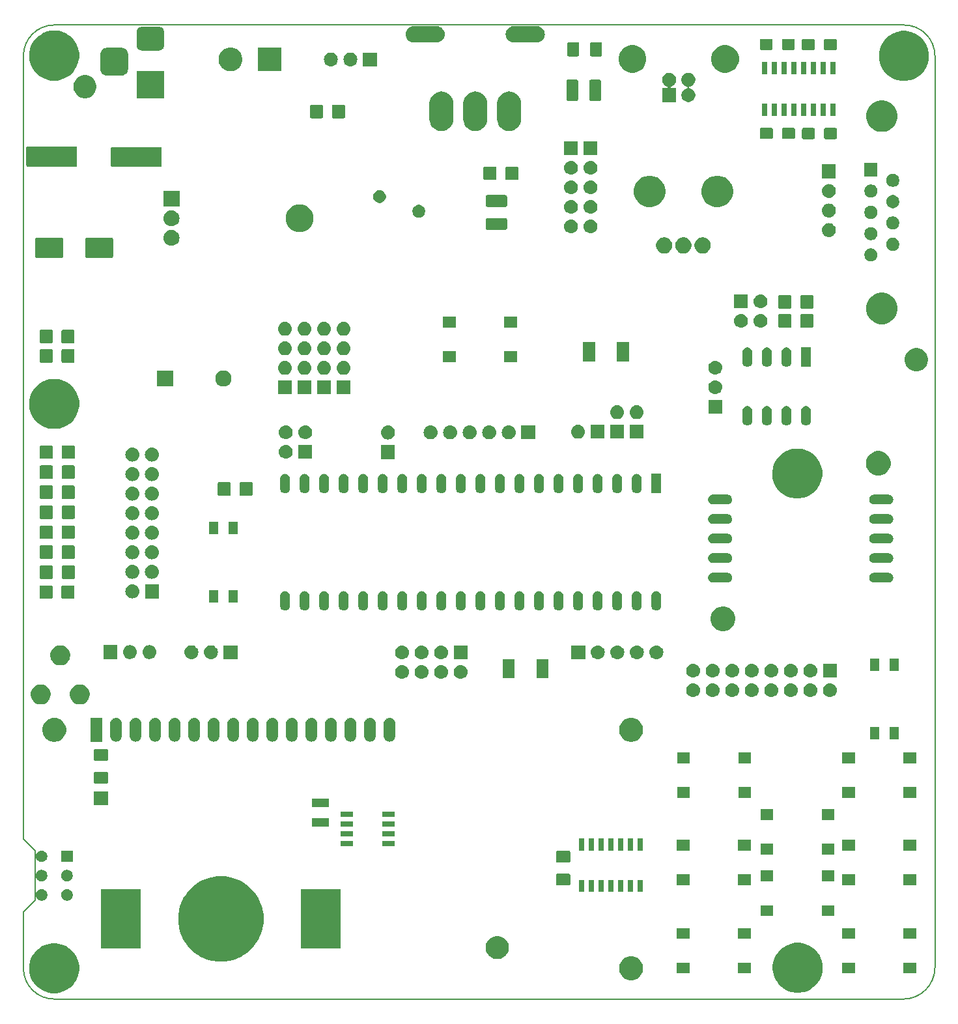
<source format=gbr>
%TF.GenerationSoftware,KiCad,Pcbnew,(5.1.0)-1*%
%TF.CreationDate,2019-04-14T15:35:55+02:00*%
%TF.ProjectId,PIC18F4550 dev board,50494331-3846-4343-9535-302064657620,rev?*%
%TF.SameCoordinates,Original*%
%TF.FileFunction,Soldermask,Top*%
%TF.FilePolarity,Negative*%
%FSLAX46Y46*%
G04 Gerber Fmt 4.6, Leading zero omitted, Abs format (unit mm)*
G04 Created by KiCad (PCBNEW (5.1.0)-1) date 2019-04-14 15:35:55*
%MOMM*%
%LPD*%
G04 APERTURE LIST*
%ADD10C,0.150000*%
%ADD11C,0.100000*%
G04 APERTURE END LIST*
D10*
X21500000Y-177200000D02*
X20000000Y-178700000D01*
X20000000Y-169200000D02*
X21500000Y-170700000D01*
X21500000Y-177200000D02*
X21500000Y-170700000D01*
X134400000Y-190000000D02*
X24099969Y-189998751D01*
X138500000Y-67400000D02*
X138500000Y-185900000D01*
X134500000Y-63400000D02*
X24000000Y-63400000D01*
X138500000Y-185900000D02*
G75*
G02X134400000Y-190000000I-4100000J0D01*
G01*
X134500000Y-63400000D02*
G75*
G02X138500000Y-67400000I0J-4000000D01*
G01*
X20000000Y-178700000D02*
X20000000Y-186000000D01*
X20000000Y-67400000D02*
X20000000Y-169200000D01*
X20000000Y-67400000D02*
G75*
G02X24000000Y-63400000I4000000J0D01*
G01*
X24099969Y-189998751D02*
G75*
G02X20000000Y-186000000I-99969J3998751D01*
G01*
D11*
G36*
X24583694Y-182801934D02*
G01*
X24949182Y-182874634D01*
X25540826Y-183119701D01*
X25940973Y-183387071D01*
X26073291Y-183475483D01*
X26526117Y-183928309D01*
X26574267Y-184000371D01*
X26881899Y-184460774D01*
X27126966Y-185052418D01*
X27126966Y-185052419D01*
X27251900Y-185680503D01*
X27251900Y-186320897D01*
X27225601Y-186453109D01*
X27126966Y-186948982D01*
X26881899Y-187540626D01*
X26622844Y-187928329D01*
X26535717Y-188058724D01*
X26526116Y-188073092D01*
X26073292Y-188525916D01*
X25540826Y-188881699D01*
X24949182Y-189126766D01*
X24686584Y-189179000D01*
X24321097Y-189251700D01*
X23680703Y-189251700D01*
X23315216Y-189179000D01*
X23052618Y-189126766D01*
X22460974Y-188881699D01*
X21928508Y-188525916D01*
X21475684Y-188073092D01*
X21466084Y-188058724D01*
X21378956Y-187928329D01*
X21119901Y-187540626D01*
X20874834Y-186948982D01*
X20776199Y-186453109D01*
X20749900Y-186320897D01*
X20749900Y-185680503D01*
X20874834Y-185052419D01*
X20874834Y-185052418D01*
X21119901Y-184460774D01*
X21427533Y-184000371D01*
X21475683Y-183928309D01*
X21928509Y-183475483D01*
X22060827Y-183387071D01*
X22460974Y-183119701D01*
X23052618Y-182874634D01*
X23418106Y-182801934D01*
X23680703Y-182749700D01*
X24321097Y-182749700D01*
X24583694Y-182801934D01*
X24583694Y-182801934D01*
G37*
G36*
X121284239Y-182739467D02*
G01*
X121598282Y-182801934D01*
X122189926Y-183047001D01*
X122588326Y-183313204D01*
X122722391Y-183402783D01*
X123175217Y-183855609D01*
X123198025Y-183889744D01*
X123530999Y-184388074D01*
X123749540Y-184915679D01*
X123776066Y-184979719D01*
X123901000Y-185607803D01*
X123901000Y-186248197D01*
X123870731Y-186400371D01*
X123776066Y-186876282D01*
X123530999Y-187467926D01*
X123289531Y-187829308D01*
X123185333Y-187985252D01*
X123175216Y-188000392D01*
X122722392Y-188453216D01*
X122189926Y-188808999D01*
X121598282Y-189054066D01*
X121284239Y-189116533D01*
X120970197Y-189179000D01*
X120329803Y-189179000D01*
X120015761Y-189116533D01*
X119701718Y-189054066D01*
X119110074Y-188808999D01*
X118577608Y-188453216D01*
X118124784Y-188000392D01*
X118114668Y-187985252D01*
X118010469Y-187829308D01*
X117769001Y-187467926D01*
X117523934Y-186876282D01*
X117429269Y-186400371D01*
X117399000Y-186248197D01*
X117399000Y-185607803D01*
X117523934Y-184979719D01*
X117550460Y-184915679D01*
X117769001Y-184388074D01*
X118101975Y-183889744D01*
X118124783Y-183855609D01*
X118577609Y-183402783D01*
X118711674Y-183313204D01*
X119110074Y-183047001D01*
X119701718Y-182801934D01*
X120015761Y-182739467D01*
X120329803Y-182677000D01*
X120970197Y-182677000D01*
X121284239Y-182739467D01*
X121284239Y-182739467D01*
G37*
G36*
X99229792Y-184465126D02*
G01*
X99451890Y-184509304D01*
X99734154Y-184626221D01*
X99988185Y-184795959D01*
X100204221Y-185011995D01*
X100373959Y-185266026D01*
X100490876Y-185548290D01*
X100490876Y-185548291D01*
X100550480Y-185847939D01*
X100550480Y-186153461D01*
X100538140Y-186215496D01*
X100490876Y-186453110D01*
X100373959Y-186735374D01*
X100204221Y-186989405D01*
X99988185Y-187205441D01*
X99734154Y-187375179D01*
X99451890Y-187492096D01*
X99444811Y-187493504D01*
X99152241Y-187551700D01*
X98846719Y-187551700D01*
X98554149Y-187493504D01*
X98547070Y-187492096D01*
X98264806Y-187375179D01*
X98010775Y-187205441D01*
X97794739Y-186989405D01*
X97625001Y-186735374D01*
X97508084Y-186453110D01*
X97460820Y-186215496D01*
X97448480Y-186153461D01*
X97448480Y-185847939D01*
X97508084Y-185548291D01*
X97508084Y-185548290D01*
X97625001Y-185266026D01*
X97794739Y-185011995D01*
X98010775Y-184795959D01*
X98264806Y-184626221D01*
X98547070Y-184509304D01*
X98769168Y-184465126D01*
X98846719Y-184449700D01*
X99152241Y-184449700D01*
X99229792Y-184465126D01*
X99229792Y-184465126D01*
G37*
G36*
X114541000Y-186672000D02*
G01*
X112889000Y-186672000D01*
X112889000Y-185270000D01*
X114541000Y-185270000D01*
X114541000Y-186672000D01*
X114541000Y-186672000D01*
G37*
G36*
X128105000Y-186672000D02*
G01*
X126453000Y-186672000D01*
X126453000Y-185270000D01*
X128105000Y-185270000D01*
X128105000Y-186672000D01*
X128105000Y-186672000D01*
G37*
G36*
X136065000Y-186672000D02*
G01*
X134413000Y-186672000D01*
X134413000Y-185270000D01*
X136065000Y-185270000D01*
X136065000Y-186672000D01*
X136065000Y-186672000D01*
G37*
G36*
X106581000Y-186672000D02*
G01*
X104929000Y-186672000D01*
X104929000Y-185270000D01*
X106581000Y-185270000D01*
X106581000Y-186672000D01*
X106581000Y-186672000D01*
G37*
G36*
X47288366Y-174240321D02*
G01*
X48194197Y-174615529D01*
X48298585Y-174658768D01*
X48366279Y-174704000D01*
X49207756Y-175266256D01*
X49980944Y-176039444D01*
X50205845Y-176376033D01*
X50575149Y-176928735D01*
X50588433Y-176948617D01*
X51006879Y-177958834D01*
X51220200Y-179031273D01*
X51220200Y-180124727D01*
X51006879Y-181197166D01*
X50588433Y-182207383D01*
X49980944Y-183116556D01*
X49207756Y-183889744D01*
X48659325Y-184256193D01*
X48298585Y-184497232D01*
X48298584Y-184497233D01*
X48298583Y-184497233D01*
X47288366Y-184915679D01*
X46215927Y-185129000D01*
X45122473Y-185129000D01*
X44050034Y-184915679D01*
X43039817Y-184497233D01*
X43039816Y-184497233D01*
X43039815Y-184497232D01*
X42679075Y-184256193D01*
X42130644Y-183889744D01*
X41357456Y-183116556D01*
X40749967Y-182207383D01*
X40331521Y-181197166D01*
X40118200Y-180124727D01*
X40118200Y-179031273D01*
X40331521Y-177958834D01*
X40749967Y-176948617D01*
X40763252Y-176928735D01*
X41132555Y-176376033D01*
X41357456Y-176039444D01*
X42130644Y-175266256D01*
X42972121Y-174704000D01*
X43039815Y-174658768D01*
X43144203Y-174615529D01*
X44050034Y-174240321D01*
X45122473Y-174027000D01*
X46215927Y-174027000D01*
X47288366Y-174240321D01*
X47288366Y-174240321D01*
G37*
G36*
X82037534Y-181857643D02*
G01*
X82310515Y-181970716D01*
X82310517Y-181970717D01*
X82434190Y-182053353D01*
X82556193Y-182134873D01*
X82765127Y-182343807D01*
X82929284Y-182589485D01*
X83042357Y-182862466D01*
X83100000Y-183152262D01*
X83100000Y-183447738D01*
X83042357Y-183737534D01*
X82979309Y-183889744D01*
X82929283Y-184010517D01*
X82913346Y-184034368D01*
X82765127Y-184256193D01*
X82556193Y-184465127D01*
X82434190Y-184546647D01*
X82310517Y-184629283D01*
X82310516Y-184629284D01*
X82310515Y-184629284D01*
X82037534Y-184742357D01*
X81747738Y-184800000D01*
X81452262Y-184800000D01*
X81162466Y-184742357D01*
X80889485Y-184629284D01*
X80889484Y-184629284D01*
X80889483Y-184629283D01*
X80765810Y-184546647D01*
X80643807Y-184465127D01*
X80434873Y-184256193D01*
X80286654Y-184034368D01*
X80270717Y-184010517D01*
X80220691Y-183889744D01*
X80157643Y-183737534D01*
X80100000Y-183447738D01*
X80100000Y-183152262D01*
X80157643Y-182862466D01*
X80270716Y-182589485D01*
X80434873Y-182343807D01*
X80643807Y-182134873D01*
X80765810Y-182053353D01*
X80889483Y-181970717D01*
X80889485Y-181970716D01*
X81162466Y-181857643D01*
X81452262Y-181800000D01*
X81747738Y-181800000D01*
X82037534Y-181857643D01*
X82037534Y-181857643D01*
G37*
G36*
X61260200Y-183439000D02*
G01*
X56078200Y-183439000D01*
X56078200Y-175717000D01*
X61260200Y-175717000D01*
X61260200Y-183439000D01*
X61260200Y-183439000D01*
G37*
G36*
X35260200Y-183439000D02*
G01*
X30078200Y-183439000D01*
X30078200Y-175717000D01*
X35260200Y-175717000D01*
X35260200Y-183439000D01*
X35260200Y-183439000D01*
G37*
G36*
X136065000Y-182172000D02*
G01*
X134413000Y-182172000D01*
X134413000Y-180770000D01*
X136065000Y-180770000D01*
X136065000Y-182172000D01*
X136065000Y-182172000D01*
G37*
G36*
X106581000Y-182172000D02*
G01*
X104929000Y-182172000D01*
X104929000Y-180770000D01*
X106581000Y-180770000D01*
X106581000Y-182172000D01*
X106581000Y-182172000D01*
G37*
G36*
X114541000Y-182172000D02*
G01*
X112889000Y-182172000D01*
X112889000Y-180770000D01*
X114541000Y-180770000D01*
X114541000Y-182172000D01*
X114541000Y-182172000D01*
G37*
G36*
X128105000Y-182172000D02*
G01*
X126453000Y-182172000D01*
X126453000Y-180770000D01*
X128105000Y-180770000D01*
X128105000Y-182172000D01*
X128105000Y-182172000D01*
G37*
G36*
X117470000Y-179204000D02*
G01*
X115818000Y-179204000D01*
X115818000Y-177802000D01*
X117470000Y-177802000D01*
X117470000Y-179204000D01*
X117470000Y-179204000D01*
G37*
G36*
X125430000Y-179204000D02*
G01*
X123778000Y-179204000D01*
X123778000Y-177802000D01*
X125430000Y-177802000D01*
X125430000Y-179204000D01*
X125430000Y-179204000D01*
G37*
G36*
X22518461Y-175717000D02*
G01*
X22573059Y-175727860D01*
X22709732Y-175784472D01*
X22832735Y-175866660D01*
X22937340Y-175971265D01*
X23019528Y-176094268D01*
X23076140Y-176230941D01*
X23105000Y-176376033D01*
X23105000Y-176523967D01*
X23076140Y-176669059D01*
X23019528Y-176805732D01*
X22937340Y-176928735D01*
X22832735Y-177033340D01*
X22709732Y-177115528D01*
X22709731Y-177115529D01*
X22709730Y-177115529D01*
X22573059Y-177172140D01*
X22427968Y-177201000D01*
X22280032Y-177201000D01*
X22134941Y-177172140D01*
X21998270Y-177115529D01*
X21998269Y-177115529D01*
X21998268Y-177115528D01*
X21875265Y-177033340D01*
X21770660Y-176928735D01*
X21688472Y-176805732D01*
X21631860Y-176669059D01*
X21603000Y-176523967D01*
X21603000Y-176376033D01*
X21631860Y-176230941D01*
X21688472Y-176094268D01*
X21770660Y-175971265D01*
X21875265Y-175866660D01*
X21998268Y-175784472D01*
X22134941Y-175727860D01*
X22189539Y-175717000D01*
X22280032Y-175699000D01*
X22427968Y-175699000D01*
X22518461Y-175717000D01*
X22518461Y-175717000D01*
G37*
G36*
X25818461Y-175717000D02*
G01*
X25873059Y-175727860D01*
X26009732Y-175784472D01*
X26132735Y-175866660D01*
X26237340Y-175971265D01*
X26319528Y-176094268D01*
X26376140Y-176230941D01*
X26405000Y-176376033D01*
X26405000Y-176523967D01*
X26376140Y-176669059D01*
X26319528Y-176805732D01*
X26237340Y-176928735D01*
X26132735Y-177033340D01*
X26009732Y-177115528D01*
X26009731Y-177115529D01*
X26009730Y-177115529D01*
X25873059Y-177172140D01*
X25727968Y-177201000D01*
X25580032Y-177201000D01*
X25434941Y-177172140D01*
X25298270Y-177115529D01*
X25298269Y-177115529D01*
X25298268Y-177115528D01*
X25175265Y-177033340D01*
X25070660Y-176928735D01*
X24988472Y-176805732D01*
X24931860Y-176669059D01*
X24903000Y-176523967D01*
X24903000Y-176376033D01*
X24931860Y-176230941D01*
X24988472Y-176094268D01*
X25070660Y-175971265D01*
X25175265Y-175866660D01*
X25298268Y-175784472D01*
X25434941Y-175727860D01*
X25489539Y-175717000D01*
X25580032Y-175699000D01*
X25727968Y-175699000D01*
X25818461Y-175717000D01*
X25818461Y-175717000D01*
G37*
G36*
X98014000Y-176094000D02*
G01*
X97312000Y-176094000D01*
X97312000Y-174492000D01*
X98014000Y-174492000D01*
X98014000Y-176094000D01*
X98014000Y-176094000D01*
G37*
G36*
X100554000Y-176094000D02*
G01*
X99852000Y-176094000D01*
X99852000Y-174492000D01*
X100554000Y-174492000D01*
X100554000Y-176094000D01*
X100554000Y-176094000D01*
G37*
G36*
X99284000Y-176094000D02*
G01*
X98582000Y-176094000D01*
X98582000Y-174492000D01*
X99284000Y-174492000D01*
X99284000Y-176094000D01*
X99284000Y-176094000D01*
G37*
G36*
X92934000Y-176094000D02*
G01*
X92232000Y-176094000D01*
X92232000Y-174492000D01*
X92934000Y-174492000D01*
X92934000Y-176094000D01*
X92934000Y-176094000D01*
G37*
G36*
X94204000Y-176094000D02*
G01*
X93502000Y-176094000D01*
X93502000Y-174492000D01*
X94204000Y-174492000D01*
X94204000Y-176094000D01*
X94204000Y-176094000D01*
G37*
G36*
X95474000Y-176094000D02*
G01*
X94772000Y-176094000D01*
X94772000Y-174492000D01*
X95474000Y-174492000D01*
X95474000Y-176094000D01*
X95474000Y-176094000D01*
G37*
G36*
X96744000Y-176094000D02*
G01*
X96042000Y-176094000D01*
X96042000Y-174492000D01*
X96744000Y-174492000D01*
X96744000Y-176094000D01*
X96744000Y-176094000D01*
G37*
G36*
X90945562Y-173702181D02*
G01*
X90980481Y-173712774D01*
X91012663Y-173729976D01*
X91040873Y-173753127D01*
X91064024Y-173781337D01*
X91081226Y-173813519D01*
X91091819Y-173848438D01*
X91096000Y-173890895D01*
X91096000Y-175032105D01*
X91091819Y-175074562D01*
X91081226Y-175109481D01*
X91064024Y-175141663D01*
X91040873Y-175169873D01*
X91012663Y-175193024D01*
X90980481Y-175210226D01*
X90945562Y-175220819D01*
X90903105Y-175225000D01*
X89436895Y-175225000D01*
X89394438Y-175220819D01*
X89359519Y-175210226D01*
X89327337Y-175193024D01*
X89299127Y-175169873D01*
X89275976Y-175141663D01*
X89258774Y-175109481D01*
X89248181Y-175074562D01*
X89244000Y-175032105D01*
X89244000Y-173890895D01*
X89248181Y-173848438D01*
X89258774Y-173813519D01*
X89275976Y-173781337D01*
X89299127Y-173753127D01*
X89327337Y-173729976D01*
X89359519Y-173712774D01*
X89394438Y-173702181D01*
X89436895Y-173698000D01*
X90903105Y-173698000D01*
X90945562Y-173702181D01*
X90945562Y-173702181D01*
G37*
G36*
X136065000Y-175204000D02*
G01*
X134413000Y-175204000D01*
X134413000Y-173802000D01*
X136065000Y-173802000D01*
X136065000Y-175204000D01*
X136065000Y-175204000D01*
G37*
G36*
X106581000Y-175204000D02*
G01*
X104929000Y-175204000D01*
X104929000Y-173802000D01*
X106581000Y-173802000D01*
X106581000Y-175204000D01*
X106581000Y-175204000D01*
G37*
G36*
X114541000Y-175204000D02*
G01*
X112889000Y-175204000D01*
X112889000Y-173802000D01*
X114541000Y-173802000D01*
X114541000Y-175204000D01*
X114541000Y-175204000D01*
G37*
G36*
X128105000Y-175204000D02*
G01*
X126453000Y-175204000D01*
X126453000Y-173802000D01*
X128105000Y-173802000D01*
X128105000Y-175204000D01*
X128105000Y-175204000D01*
G37*
G36*
X117470000Y-174704000D02*
G01*
X115818000Y-174704000D01*
X115818000Y-173302000D01*
X117470000Y-173302000D01*
X117470000Y-174704000D01*
X117470000Y-174704000D01*
G37*
G36*
X125430000Y-174704000D02*
G01*
X123778000Y-174704000D01*
X123778000Y-173302000D01*
X125430000Y-173302000D01*
X125430000Y-174704000D01*
X125430000Y-174704000D01*
G37*
G36*
X25873059Y-173227860D02*
G01*
X26009732Y-173284472D01*
X26132735Y-173366660D01*
X26237340Y-173471265D01*
X26237341Y-173471267D01*
X26319529Y-173594270D01*
X26376140Y-173730941D01*
X26402483Y-173863376D01*
X26405000Y-173876033D01*
X26405000Y-174023967D01*
X26376140Y-174169059D01*
X26319528Y-174305732D01*
X26237340Y-174428735D01*
X26132735Y-174533340D01*
X26009732Y-174615528D01*
X26009731Y-174615529D01*
X26009730Y-174615529D01*
X25873059Y-174672140D01*
X25727968Y-174701000D01*
X25580032Y-174701000D01*
X25434941Y-174672140D01*
X25298270Y-174615529D01*
X25298269Y-174615529D01*
X25298268Y-174615528D01*
X25175265Y-174533340D01*
X25070660Y-174428735D01*
X24988472Y-174305732D01*
X24931860Y-174169059D01*
X24903000Y-174023967D01*
X24903000Y-173876033D01*
X24905518Y-173863376D01*
X24931860Y-173730941D01*
X24988471Y-173594270D01*
X25070659Y-173471267D01*
X25070660Y-173471265D01*
X25175265Y-173366660D01*
X25298268Y-173284472D01*
X25434941Y-173227860D01*
X25580032Y-173199000D01*
X25727968Y-173199000D01*
X25873059Y-173227860D01*
X25873059Y-173227860D01*
G37*
G36*
X22573059Y-173227860D02*
G01*
X22709732Y-173284472D01*
X22832735Y-173366660D01*
X22937340Y-173471265D01*
X22937341Y-173471267D01*
X23019529Y-173594270D01*
X23076140Y-173730941D01*
X23102483Y-173863376D01*
X23105000Y-173876033D01*
X23105000Y-174023967D01*
X23076140Y-174169059D01*
X23019528Y-174305732D01*
X22937340Y-174428735D01*
X22832735Y-174533340D01*
X22709732Y-174615528D01*
X22709731Y-174615529D01*
X22709730Y-174615529D01*
X22573059Y-174672140D01*
X22427968Y-174701000D01*
X22280032Y-174701000D01*
X22134941Y-174672140D01*
X21998270Y-174615529D01*
X21998269Y-174615529D01*
X21998268Y-174615528D01*
X21875265Y-174533340D01*
X21770660Y-174428735D01*
X21688472Y-174305732D01*
X21631860Y-174169059D01*
X21603000Y-174023967D01*
X21603000Y-173876033D01*
X21605518Y-173863376D01*
X21631860Y-173730941D01*
X21688471Y-173594270D01*
X21770659Y-173471267D01*
X21770660Y-173471265D01*
X21875265Y-173366660D01*
X21998268Y-173284472D01*
X22134941Y-173227860D01*
X22280032Y-173199000D01*
X22427968Y-173199000D01*
X22573059Y-173227860D01*
X22573059Y-173227860D01*
G37*
G36*
X90945562Y-170727181D02*
G01*
X90980481Y-170737774D01*
X91012663Y-170754976D01*
X91040873Y-170778127D01*
X91064024Y-170806337D01*
X91081226Y-170838519D01*
X91091819Y-170873438D01*
X91096000Y-170915895D01*
X91096000Y-172057105D01*
X91091819Y-172099562D01*
X91081226Y-172134481D01*
X91064024Y-172166663D01*
X91040873Y-172194873D01*
X91012663Y-172218024D01*
X90980481Y-172235226D01*
X90945562Y-172245819D01*
X90903105Y-172250000D01*
X89436895Y-172250000D01*
X89394438Y-172245819D01*
X89359519Y-172235226D01*
X89327337Y-172218024D01*
X89299127Y-172194873D01*
X89275976Y-172166663D01*
X89258774Y-172134481D01*
X89248181Y-172099562D01*
X89244000Y-172057105D01*
X89244000Y-170915895D01*
X89248181Y-170873438D01*
X89258774Y-170838519D01*
X89275976Y-170806337D01*
X89299127Y-170778127D01*
X89327337Y-170754976D01*
X89359519Y-170737774D01*
X89394438Y-170727181D01*
X89436895Y-170723000D01*
X90903105Y-170723000D01*
X90945562Y-170727181D01*
X90945562Y-170727181D01*
G37*
G36*
X22573059Y-170727860D02*
G01*
X22610557Y-170743392D01*
X22709732Y-170784472D01*
X22832735Y-170866660D01*
X22937340Y-170971265D01*
X23019528Y-171094268D01*
X23076140Y-171230941D01*
X23105000Y-171376033D01*
X23105000Y-171523967D01*
X23076140Y-171669059D01*
X23019528Y-171805732D01*
X22937340Y-171928735D01*
X22832735Y-172033340D01*
X22709732Y-172115528D01*
X22709731Y-172115529D01*
X22709730Y-172115529D01*
X22573059Y-172172140D01*
X22427968Y-172201000D01*
X22280032Y-172201000D01*
X22134941Y-172172140D01*
X21998270Y-172115529D01*
X21998269Y-172115529D01*
X21998268Y-172115528D01*
X21875265Y-172033340D01*
X21770660Y-171928735D01*
X21688472Y-171805732D01*
X21631860Y-171669059D01*
X21603000Y-171523967D01*
X21603000Y-171376033D01*
X21631860Y-171230941D01*
X21688472Y-171094268D01*
X21770660Y-170971265D01*
X21875265Y-170866660D01*
X21998268Y-170784472D01*
X22097444Y-170743392D01*
X22134941Y-170727860D01*
X22280032Y-170699000D01*
X22427968Y-170699000D01*
X22573059Y-170727860D01*
X22573059Y-170727860D01*
G37*
G36*
X26405000Y-172201000D02*
G01*
X24903000Y-172201000D01*
X24903000Y-170699000D01*
X26405000Y-170699000D01*
X26405000Y-172201000D01*
X26405000Y-172201000D01*
G37*
G36*
X125430000Y-171204000D02*
G01*
X123778000Y-171204000D01*
X123778000Y-169802000D01*
X125430000Y-169802000D01*
X125430000Y-171204000D01*
X125430000Y-171204000D01*
G37*
G36*
X117470000Y-171204000D02*
G01*
X115818000Y-171204000D01*
X115818000Y-169802000D01*
X117470000Y-169802000D01*
X117470000Y-171204000D01*
X117470000Y-171204000D01*
G37*
G36*
X114541000Y-170704000D02*
G01*
X112889000Y-170704000D01*
X112889000Y-169302000D01*
X114541000Y-169302000D01*
X114541000Y-170704000D01*
X114541000Y-170704000D01*
G37*
G36*
X136065000Y-170704000D02*
G01*
X134413000Y-170704000D01*
X134413000Y-169302000D01*
X136065000Y-169302000D01*
X136065000Y-170704000D01*
X136065000Y-170704000D01*
G37*
G36*
X128105000Y-170704000D02*
G01*
X126453000Y-170704000D01*
X126453000Y-169302000D01*
X128105000Y-169302000D01*
X128105000Y-170704000D01*
X128105000Y-170704000D01*
G37*
G36*
X106581000Y-170704000D02*
G01*
X104929000Y-170704000D01*
X104929000Y-169302000D01*
X106581000Y-169302000D01*
X106581000Y-170704000D01*
X106581000Y-170704000D01*
G37*
G36*
X92934000Y-170694000D02*
G01*
X92232000Y-170694000D01*
X92232000Y-169092000D01*
X92934000Y-169092000D01*
X92934000Y-170694000D01*
X92934000Y-170694000D01*
G37*
G36*
X94204000Y-170694000D02*
G01*
X93502000Y-170694000D01*
X93502000Y-169092000D01*
X94204000Y-169092000D01*
X94204000Y-170694000D01*
X94204000Y-170694000D01*
G37*
G36*
X95474000Y-170694000D02*
G01*
X94772000Y-170694000D01*
X94772000Y-169092000D01*
X95474000Y-169092000D01*
X95474000Y-170694000D01*
X95474000Y-170694000D01*
G37*
G36*
X96744000Y-170694000D02*
G01*
X96042000Y-170694000D01*
X96042000Y-169092000D01*
X96744000Y-169092000D01*
X96744000Y-170694000D01*
X96744000Y-170694000D01*
G37*
G36*
X98014000Y-170694000D02*
G01*
X97312000Y-170694000D01*
X97312000Y-169092000D01*
X98014000Y-169092000D01*
X98014000Y-170694000D01*
X98014000Y-170694000D01*
G37*
G36*
X100554000Y-170694000D02*
G01*
X99852000Y-170694000D01*
X99852000Y-169092000D01*
X100554000Y-169092000D01*
X100554000Y-170694000D01*
X100554000Y-170694000D01*
G37*
G36*
X99284000Y-170694000D02*
G01*
X98582000Y-170694000D01*
X98582000Y-169092000D01*
X99284000Y-169092000D01*
X99284000Y-170694000D01*
X99284000Y-170694000D01*
G37*
G36*
X68270600Y-170137300D02*
G01*
X66618600Y-170137300D01*
X66618600Y-169435300D01*
X68270600Y-169435300D01*
X68270600Y-170137300D01*
X68270600Y-170137300D01*
G37*
G36*
X62870600Y-170137300D02*
G01*
X61218600Y-170137300D01*
X61218600Y-169435300D01*
X62870600Y-169435300D01*
X62870600Y-170137300D01*
X62870600Y-170137300D01*
G37*
G36*
X62870600Y-168867300D02*
G01*
X61218600Y-168867300D01*
X61218600Y-168165300D01*
X62870600Y-168165300D01*
X62870600Y-168867300D01*
X62870600Y-168867300D01*
G37*
G36*
X68270600Y-168867300D02*
G01*
X66618600Y-168867300D01*
X66618600Y-168165300D01*
X68270600Y-168165300D01*
X68270600Y-168867300D01*
X68270600Y-168867300D01*
G37*
G36*
X62870600Y-167597300D02*
G01*
X61218600Y-167597300D01*
X61218600Y-166895300D01*
X62870600Y-166895300D01*
X62870600Y-167597300D01*
X62870600Y-167597300D01*
G37*
G36*
X68270600Y-167597300D02*
G01*
X66618600Y-167597300D01*
X66618600Y-166895300D01*
X68270600Y-166895300D01*
X68270600Y-167597300D01*
X68270600Y-167597300D01*
G37*
G36*
X59686100Y-167594100D02*
G01*
X57484100Y-167594100D01*
X57484100Y-166492100D01*
X59686100Y-166492100D01*
X59686100Y-167594100D01*
X59686100Y-167594100D01*
G37*
G36*
X117470000Y-166704000D02*
G01*
X115818000Y-166704000D01*
X115818000Y-165302000D01*
X117470000Y-165302000D01*
X117470000Y-166704000D01*
X117470000Y-166704000D01*
G37*
G36*
X125430000Y-166704000D02*
G01*
X123778000Y-166704000D01*
X123778000Y-165302000D01*
X125430000Y-165302000D01*
X125430000Y-166704000D01*
X125430000Y-166704000D01*
G37*
G36*
X68270600Y-166327300D02*
G01*
X66618600Y-166327300D01*
X66618600Y-165625300D01*
X68270600Y-165625300D01*
X68270600Y-166327300D01*
X68270600Y-166327300D01*
G37*
G36*
X62870600Y-166327300D02*
G01*
X61218600Y-166327300D01*
X61218600Y-165625300D01*
X62870600Y-165625300D01*
X62870600Y-166327300D01*
X62870600Y-166327300D01*
G37*
G36*
X59686100Y-165054100D02*
G01*
X57484100Y-165054100D01*
X57484100Y-163952100D01*
X59686100Y-163952100D01*
X59686100Y-165054100D01*
X59686100Y-165054100D01*
G37*
G36*
X30987300Y-164794500D02*
G01*
X29185300Y-164794500D01*
X29185300Y-162992500D01*
X30987300Y-162992500D01*
X30987300Y-164794500D01*
X30987300Y-164794500D01*
G37*
G36*
X106624800Y-163860000D02*
G01*
X104972800Y-163860000D01*
X104972800Y-162458000D01*
X106624800Y-162458000D01*
X106624800Y-163860000D01*
X106624800Y-163860000D01*
G37*
G36*
X114584800Y-163860000D02*
G01*
X112932800Y-163860000D01*
X112932800Y-162458000D01*
X114584800Y-162458000D01*
X114584800Y-163860000D01*
X114584800Y-163860000D01*
G37*
G36*
X128113200Y-163860000D02*
G01*
X126461200Y-163860000D01*
X126461200Y-162458000D01*
X128113200Y-162458000D01*
X128113200Y-163860000D01*
X128113200Y-163860000D01*
G37*
G36*
X136073200Y-163860000D02*
G01*
X134421200Y-163860000D01*
X134421200Y-162458000D01*
X136073200Y-162458000D01*
X136073200Y-163860000D01*
X136073200Y-163860000D01*
G37*
G36*
X30849162Y-160468781D02*
G01*
X30884081Y-160479374D01*
X30916263Y-160496576D01*
X30944473Y-160519727D01*
X30967624Y-160547937D01*
X30984826Y-160580119D01*
X30995419Y-160615038D01*
X30999600Y-160657495D01*
X30999600Y-161798705D01*
X30995419Y-161841162D01*
X30984826Y-161876081D01*
X30967624Y-161908263D01*
X30944473Y-161936473D01*
X30916263Y-161959624D01*
X30884081Y-161976826D01*
X30849162Y-161987419D01*
X30806705Y-161991600D01*
X29340495Y-161991600D01*
X29298038Y-161987419D01*
X29263119Y-161976826D01*
X29230937Y-161959624D01*
X29202727Y-161936473D01*
X29179576Y-161908263D01*
X29162374Y-161876081D01*
X29151781Y-161841162D01*
X29147600Y-161798705D01*
X29147600Y-160657495D01*
X29151781Y-160615038D01*
X29162374Y-160580119D01*
X29179576Y-160547937D01*
X29202727Y-160519727D01*
X29230937Y-160496576D01*
X29263119Y-160479374D01*
X29298038Y-160468781D01*
X29340495Y-160464600D01*
X30806705Y-160464600D01*
X30849162Y-160468781D01*
X30849162Y-160468781D01*
G37*
G36*
X106624800Y-159360000D02*
G01*
X104972800Y-159360000D01*
X104972800Y-157958000D01*
X106624800Y-157958000D01*
X106624800Y-159360000D01*
X106624800Y-159360000D01*
G37*
G36*
X114584800Y-159360000D02*
G01*
X112932800Y-159360000D01*
X112932800Y-157958000D01*
X114584800Y-157958000D01*
X114584800Y-159360000D01*
X114584800Y-159360000D01*
G37*
G36*
X128113200Y-159360000D02*
G01*
X126461200Y-159360000D01*
X126461200Y-157958000D01*
X128113200Y-157958000D01*
X128113200Y-159360000D01*
X128113200Y-159360000D01*
G37*
G36*
X136073200Y-159360000D02*
G01*
X134421200Y-159360000D01*
X134421200Y-157958000D01*
X136073200Y-157958000D01*
X136073200Y-159360000D01*
X136073200Y-159360000D01*
G37*
G36*
X30849162Y-157493781D02*
G01*
X30884081Y-157504374D01*
X30916263Y-157521576D01*
X30944473Y-157544727D01*
X30967624Y-157572937D01*
X30984826Y-157605119D01*
X30995419Y-157640038D01*
X30999600Y-157682495D01*
X30999600Y-158823705D01*
X30995419Y-158866162D01*
X30984826Y-158901081D01*
X30967624Y-158933263D01*
X30944473Y-158961473D01*
X30916263Y-158984624D01*
X30884081Y-159001826D01*
X30849162Y-159012419D01*
X30806705Y-159016600D01*
X29340495Y-159016600D01*
X29298038Y-159012419D01*
X29263119Y-159001826D01*
X29230937Y-158984624D01*
X29202727Y-158961473D01*
X29179576Y-158933263D01*
X29162374Y-158901081D01*
X29151781Y-158866162D01*
X29147600Y-158823705D01*
X29147600Y-157682495D01*
X29151781Y-157640038D01*
X29162374Y-157605119D01*
X29179576Y-157572937D01*
X29202727Y-157544727D01*
X29230937Y-157521576D01*
X29263119Y-157504374D01*
X29298038Y-157493781D01*
X29340495Y-157489600D01*
X30806705Y-157489600D01*
X30849162Y-157493781D01*
X30849162Y-157493781D01*
G37*
G36*
X62667221Y-153459867D02*
G01*
X62808785Y-153502810D01*
X62939251Y-153572546D01*
X62989415Y-153613714D01*
X63053607Y-153666394D01*
X63110784Y-153736066D01*
X63147454Y-153780748D01*
X63217190Y-153911214D01*
X63260133Y-154052778D01*
X63271000Y-154163113D01*
X63271000Y-155836887D01*
X63260133Y-155947222D01*
X63217190Y-156088786D01*
X63147454Y-156219252D01*
X63123008Y-156249040D01*
X63053607Y-156333607D01*
X62969040Y-156403008D01*
X62939252Y-156427454D01*
X62808786Y-156497190D01*
X62667222Y-156540133D01*
X62520000Y-156554633D01*
X62372779Y-156540133D01*
X62231215Y-156497190D01*
X62100749Y-156427454D01*
X62070961Y-156403008D01*
X61986394Y-156333607D01*
X61916993Y-156249040D01*
X61892547Y-156219252D01*
X61822811Y-156088786D01*
X61779868Y-155947222D01*
X61769001Y-155836887D01*
X61769000Y-154163114D01*
X61779867Y-154052779D01*
X61822810Y-153911215D01*
X61892546Y-153780749D01*
X61933714Y-153730585D01*
X61986394Y-153666393D01*
X62056066Y-153609216D01*
X62100748Y-153572546D01*
X62231214Y-153502810D01*
X62372778Y-153459867D01*
X62520000Y-153445367D01*
X62667221Y-153459867D01*
X62667221Y-153459867D01*
G37*
G36*
X67747221Y-153459867D02*
G01*
X67888785Y-153502810D01*
X68019251Y-153572546D01*
X68069415Y-153613714D01*
X68133607Y-153666394D01*
X68190784Y-153736066D01*
X68227454Y-153780748D01*
X68297190Y-153911214D01*
X68340133Y-154052778D01*
X68351000Y-154163113D01*
X68351000Y-155836887D01*
X68340133Y-155947222D01*
X68297190Y-156088786D01*
X68227454Y-156219252D01*
X68203008Y-156249040D01*
X68133607Y-156333607D01*
X68049040Y-156403008D01*
X68019252Y-156427454D01*
X67888786Y-156497190D01*
X67747222Y-156540133D01*
X67600000Y-156554633D01*
X67452779Y-156540133D01*
X67311215Y-156497190D01*
X67180749Y-156427454D01*
X67150961Y-156403008D01*
X67066394Y-156333607D01*
X66996993Y-156249040D01*
X66972547Y-156219252D01*
X66902811Y-156088786D01*
X66859868Y-155947222D01*
X66849001Y-155836887D01*
X66849000Y-154163114D01*
X66859867Y-154052779D01*
X66902810Y-153911215D01*
X66972546Y-153780749D01*
X67013714Y-153730585D01*
X67066394Y-153666393D01*
X67136066Y-153609216D01*
X67180748Y-153572546D01*
X67311214Y-153502810D01*
X67452778Y-153459867D01*
X67600000Y-153445367D01*
X67747221Y-153459867D01*
X67747221Y-153459867D01*
G37*
G36*
X55047221Y-153459867D02*
G01*
X55188785Y-153502810D01*
X55319251Y-153572546D01*
X55369415Y-153613714D01*
X55433607Y-153666394D01*
X55490784Y-153736066D01*
X55527454Y-153780748D01*
X55597190Y-153911214D01*
X55640133Y-154052778D01*
X55651000Y-154163113D01*
X55651000Y-155836887D01*
X55640133Y-155947222D01*
X55597190Y-156088786D01*
X55527454Y-156219252D01*
X55503008Y-156249040D01*
X55433607Y-156333607D01*
X55349040Y-156403008D01*
X55319252Y-156427454D01*
X55188786Y-156497190D01*
X55047222Y-156540133D01*
X54900000Y-156554633D01*
X54752779Y-156540133D01*
X54611215Y-156497190D01*
X54480749Y-156427454D01*
X54450961Y-156403008D01*
X54366394Y-156333607D01*
X54296993Y-156249040D01*
X54272547Y-156219252D01*
X54202811Y-156088786D01*
X54159868Y-155947222D01*
X54149001Y-155836887D01*
X54149000Y-154163114D01*
X54159867Y-154052779D01*
X54202810Y-153911215D01*
X54272546Y-153780749D01*
X54313714Y-153730585D01*
X54366394Y-153666393D01*
X54436066Y-153609216D01*
X54480748Y-153572546D01*
X54611214Y-153502810D01*
X54752778Y-153459867D01*
X54900000Y-153445367D01*
X55047221Y-153459867D01*
X55047221Y-153459867D01*
G37*
G36*
X60127221Y-153459867D02*
G01*
X60268785Y-153502810D01*
X60399251Y-153572546D01*
X60449415Y-153613714D01*
X60513607Y-153666394D01*
X60570784Y-153736066D01*
X60607454Y-153780748D01*
X60677190Y-153911214D01*
X60720133Y-154052778D01*
X60731000Y-154163113D01*
X60731000Y-155836887D01*
X60720133Y-155947222D01*
X60677190Y-156088786D01*
X60607454Y-156219252D01*
X60583008Y-156249040D01*
X60513607Y-156333607D01*
X60429040Y-156403008D01*
X60399252Y-156427454D01*
X60268786Y-156497190D01*
X60127222Y-156540133D01*
X59980000Y-156554633D01*
X59832779Y-156540133D01*
X59691215Y-156497190D01*
X59560749Y-156427454D01*
X59530961Y-156403008D01*
X59446394Y-156333607D01*
X59376993Y-156249040D01*
X59352547Y-156219252D01*
X59282811Y-156088786D01*
X59239868Y-155947222D01*
X59229001Y-155836887D01*
X59229000Y-154163114D01*
X59239867Y-154052779D01*
X59282810Y-153911215D01*
X59352546Y-153780749D01*
X59393714Y-153730585D01*
X59446394Y-153666393D01*
X59516066Y-153609216D01*
X59560748Y-153572546D01*
X59691214Y-153502810D01*
X59832778Y-153459867D01*
X59980000Y-153445367D01*
X60127221Y-153459867D01*
X60127221Y-153459867D01*
G37*
G36*
X52507221Y-153459867D02*
G01*
X52648785Y-153502810D01*
X52779251Y-153572546D01*
X52829415Y-153613714D01*
X52893607Y-153666394D01*
X52950784Y-153736066D01*
X52987454Y-153780748D01*
X53057190Y-153911214D01*
X53100133Y-154052778D01*
X53111000Y-154163113D01*
X53111000Y-155836887D01*
X53100133Y-155947222D01*
X53057190Y-156088786D01*
X52987454Y-156219252D01*
X52963008Y-156249040D01*
X52893607Y-156333607D01*
X52809040Y-156403008D01*
X52779252Y-156427454D01*
X52648786Y-156497190D01*
X52507222Y-156540133D01*
X52360000Y-156554633D01*
X52212779Y-156540133D01*
X52071215Y-156497190D01*
X51940749Y-156427454D01*
X51910961Y-156403008D01*
X51826394Y-156333607D01*
X51756993Y-156249040D01*
X51732547Y-156219252D01*
X51662811Y-156088786D01*
X51619868Y-155947222D01*
X51609001Y-155836887D01*
X51609000Y-154163114D01*
X51619867Y-154052779D01*
X51662810Y-153911215D01*
X51732546Y-153780749D01*
X51773714Y-153730585D01*
X51826394Y-153666393D01*
X51896066Y-153609216D01*
X51940748Y-153572546D01*
X52071214Y-153502810D01*
X52212778Y-153459867D01*
X52360000Y-153445367D01*
X52507221Y-153459867D01*
X52507221Y-153459867D01*
G37*
G36*
X49967221Y-153459867D02*
G01*
X50108785Y-153502810D01*
X50239251Y-153572546D01*
X50289415Y-153613714D01*
X50353607Y-153666394D01*
X50410784Y-153736066D01*
X50447454Y-153780748D01*
X50517190Y-153911214D01*
X50560133Y-154052778D01*
X50571000Y-154163113D01*
X50571000Y-155836887D01*
X50560133Y-155947222D01*
X50517190Y-156088786D01*
X50447454Y-156219252D01*
X50423008Y-156249040D01*
X50353607Y-156333607D01*
X50269040Y-156403008D01*
X50239252Y-156427454D01*
X50108786Y-156497190D01*
X49967222Y-156540133D01*
X49820000Y-156554633D01*
X49672779Y-156540133D01*
X49531215Y-156497190D01*
X49400749Y-156427454D01*
X49370961Y-156403008D01*
X49286394Y-156333607D01*
X49216993Y-156249040D01*
X49192547Y-156219252D01*
X49122811Y-156088786D01*
X49079868Y-155947222D01*
X49069001Y-155836887D01*
X49069000Y-154163114D01*
X49079867Y-154052779D01*
X49122810Y-153911215D01*
X49192546Y-153780749D01*
X49233714Y-153730585D01*
X49286394Y-153666393D01*
X49356066Y-153609216D01*
X49400748Y-153572546D01*
X49531214Y-153502810D01*
X49672778Y-153459867D01*
X49820000Y-153445367D01*
X49967221Y-153459867D01*
X49967221Y-153459867D01*
G37*
G36*
X47427221Y-153459867D02*
G01*
X47568785Y-153502810D01*
X47699251Y-153572546D01*
X47749415Y-153613714D01*
X47813607Y-153666394D01*
X47870784Y-153736066D01*
X47907454Y-153780748D01*
X47977190Y-153911214D01*
X48020133Y-154052778D01*
X48031000Y-154163113D01*
X48031000Y-155836887D01*
X48020133Y-155947222D01*
X47977190Y-156088786D01*
X47907454Y-156219252D01*
X47883008Y-156249040D01*
X47813607Y-156333607D01*
X47729040Y-156403008D01*
X47699252Y-156427454D01*
X47568786Y-156497190D01*
X47427222Y-156540133D01*
X47280000Y-156554633D01*
X47132779Y-156540133D01*
X46991215Y-156497190D01*
X46860749Y-156427454D01*
X46830961Y-156403008D01*
X46746394Y-156333607D01*
X46676993Y-156249040D01*
X46652547Y-156219252D01*
X46582811Y-156088786D01*
X46539868Y-155947222D01*
X46529001Y-155836887D01*
X46529000Y-154163114D01*
X46539867Y-154052779D01*
X46582810Y-153911215D01*
X46652546Y-153780749D01*
X46693714Y-153730585D01*
X46746394Y-153666393D01*
X46816066Y-153609216D01*
X46860748Y-153572546D01*
X46991214Y-153502810D01*
X47132778Y-153459867D01*
X47280000Y-153445367D01*
X47427221Y-153459867D01*
X47427221Y-153459867D01*
G37*
G36*
X44887221Y-153459867D02*
G01*
X45028785Y-153502810D01*
X45159251Y-153572546D01*
X45209415Y-153613714D01*
X45273607Y-153666394D01*
X45330784Y-153736066D01*
X45367454Y-153780748D01*
X45437190Y-153911214D01*
X45480133Y-154052778D01*
X45491000Y-154163113D01*
X45491000Y-155836887D01*
X45480133Y-155947222D01*
X45437190Y-156088786D01*
X45367454Y-156219252D01*
X45343008Y-156249040D01*
X45273607Y-156333607D01*
X45189040Y-156403008D01*
X45159252Y-156427454D01*
X45028786Y-156497190D01*
X44887222Y-156540133D01*
X44740000Y-156554633D01*
X44592779Y-156540133D01*
X44451215Y-156497190D01*
X44320749Y-156427454D01*
X44290961Y-156403008D01*
X44206394Y-156333607D01*
X44136993Y-156249040D01*
X44112547Y-156219252D01*
X44042811Y-156088786D01*
X43999868Y-155947222D01*
X43989001Y-155836887D01*
X43989000Y-154163114D01*
X43999867Y-154052779D01*
X44042810Y-153911215D01*
X44112546Y-153780749D01*
X44153714Y-153730585D01*
X44206394Y-153666393D01*
X44276066Y-153609216D01*
X44320748Y-153572546D01*
X44451214Y-153502810D01*
X44592778Y-153459867D01*
X44740000Y-153445367D01*
X44887221Y-153459867D01*
X44887221Y-153459867D01*
G37*
G36*
X57587221Y-153459867D02*
G01*
X57728785Y-153502810D01*
X57859251Y-153572546D01*
X57909415Y-153613714D01*
X57973607Y-153666394D01*
X58030784Y-153736066D01*
X58067454Y-153780748D01*
X58137190Y-153911214D01*
X58180133Y-154052778D01*
X58191000Y-154163113D01*
X58191000Y-155836887D01*
X58180133Y-155947222D01*
X58137190Y-156088786D01*
X58067454Y-156219252D01*
X58043008Y-156249040D01*
X57973607Y-156333607D01*
X57889040Y-156403008D01*
X57859252Y-156427454D01*
X57728786Y-156497190D01*
X57587222Y-156540133D01*
X57440000Y-156554633D01*
X57292779Y-156540133D01*
X57151215Y-156497190D01*
X57020749Y-156427454D01*
X56990961Y-156403008D01*
X56906394Y-156333607D01*
X56836993Y-156249040D01*
X56812547Y-156219252D01*
X56742811Y-156088786D01*
X56699868Y-155947222D01*
X56689001Y-155836887D01*
X56689000Y-154163114D01*
X56699867Y-154052779D01*
X56742810Y-153911215D01*
X56812546Y-153780749D01*
X56853714Y-153730585D01*
X56906394Y-153666393D01*
X56976066Y-153609216D01*
X57020748Y-153572546D01*
X57151214Y-153502810D01*
X57292778Y-153459867D01*
X57440000Y-153445367D01*
X57587221Y-153459867D01*
X57587221Y-153459867D01*
G37*
G36*
X37267221Y-153459867D02*
G01*
X37408785Y-153502810D01*
X37539251Y-153572546D01*
X37589415Y-153613714D01*
X37653607Y-153666394D01*
X37710784Y-153736066D01*
X37747454Y-153780748D01*
X37817190Y-153911214D01*
X37860133Y-154052778D01*
X37871000Y-154163113D01*
X37871000Y-155836887D01*
X37860133Y-155947222D01*
X37817190Y-156088786D01*
X37747454Y-156219252D01*
X37723008Y-156249040D01*
X37653607Y-156333607D01*
X37569040Y-156403008D01*
X37539252Y-156427454D01*
X37408786Y-156497190D01*
X37267222Y-156540133D01*
X37120000Y-156554633D01*
X36972779Y-156540133D01*
X36831215Y-156497190D01*
X36700749Y-156427454D01*
X36670961Y-156403008D01*
X36586394Y-156333607D01*
X36516993Y-156249040D01*
X36492547Y-156219252D01*
X36422811Y-156088786D01*
X36379868Y-155947222D01*
X36369001Y-155836887D01*
X36369000Y-154163114D01*
X36379867Y-154052779D01*
X36422810Y-153911215D01*
X36492546Y-153780749D01*
X36533714Y-153730585D01*
X36586394Y-153666393D01*
X36656066Y-153609216D01*
X36700748Y-153572546D01*
X36831214Y-153502810D01*
X36972778Y-153459867D01*
X37120000Y-153445367D01*
X37267221Y-153459867D01*
X37267221Y-153459867D01*
G37*
G36*
X34727221Y-153459867D02*
G01*
X34868785Y-153502810D01*
X34999251Y-153572546D01*
X35049415Y-153613714D01*
X35113607Y-153666394D01*
X35170784Y-153736066D01*
X35207454Y-153780748D01*
X35277190Y-153911214D01*
X35320133Y-154052778D01*
X35331000Y-154163113D01*
X35331000Y-155836887D01*
X35320133Y-155947222D01*
X35277190Y-156088786D01*
X35207454Y-156219252D01*
X35183008Y-156249040D01*
X35113607Y-156333607D01*
X35029040Y-156403008D01*
X34999252Y-156427454D01*
X34868786Y-156497190D01*
X34727222Y-156540133D01*
X34580000Y-156554633D01*
X34432779Y-156540133D01*
X34291215Y-156497190D01*
X34160749Y-156427454D01*
X34130961Y-156403008D01*
X34046394Y-156333607D01*
X33976993Y-156249040D01*
X33952547Y-156219252D01*
X33882811Y-156088786D01*
X33839868Y-155947222D01*
X33829001Y-155836887D01*
X33829000Y-154163114D01*
X33839867Y-154052779D01*
X33882810Y-153911215D01*
X33952546Y-153780749D01*
X33993714Y-153730585D01*
X34046394Y-153666393D01*
X34116066Y-153609216D01*
X34160748Y-153572546D01*
X34291214Y-153502810D01*
X34432778Y-153459867D01*
X34580000Y-153445367D01*
X34727221Y-153459867D01*
X34727221Y-153459867D01*
G37*
G36*
X32187221Y-153459867D02*
G01*
X32328785Y-153502810D01*
X32459251Y-153572546D01*
X32509415Y-153613714D01*
X32573607Y-153666394D01*
X32630784Y-153736066D01*
X32667454Y-153780748D01*
X32737190Y-153911214D01*
X32780133Y-154052778D01*
X32791000Y-154163113D01*
X32791000Y-155836887D01*
X32780133Y-155947222D01*
X32737190Y-156088786D01*
X32667454Y-156219252D01*
X32643008Y-156249040D01*
X32573607Y-156333607D01*
X32489040Y-156403008D01*
X32459252Y-156427454D01*
X32328786Y-156497190D01*
X32187222Y-156540133D01*
X32040000Y-156554633D01*
X31892779Y-156540133D01*
X31751215Y-156497190D01*
X31620749Y-156427454D01*
X31590961Y-156403008D01*
X31506394Y-156333607D01*
X31436993Y-156249040D01*
X31412547Y-156219252D01*
X31342811Y-156088786D01*
X31299868Y-155947222D01*
X31289001Y-155836887D01*
X31289000Y-154163114D01*
X31299867Y-154052779D01*
X31342810Y-153911215D01*
X31412546Y-153780749D01*
X31453714Y-153730585D01*
X31506394Y-153666393D01*
X31576066Y-153609216D01*
X31620748Y-153572546D01*
X31751214Y-153502810D01*
X31892778Y-153459867D01*
X32040000Y-153445367D01*
X32187221Y-153459867D01*
X32187221Y-153459867D01*
G37*
G36*
X65207221Y-153459867D02*
G01*
X65348785Y-153502810D01*
X65479251Y-153572546D01*
X65529415Y-153613714D01*
X65593607Y-153666394D01*
X65650784Y-153736066D01*
X65687454Y-153780748D01*
X65757190Y-153911214D01*
X65800133Y-154052778D01*
X65811000Y-154163113D01*
X65811000Y-155836887D01*
X65800133Y-155947222D01*
X65757190Y-156088786D01*
X65687454Y-156219252D01*
X65663008Y-156249040D01*
X65593607Y-156333607D01*
X65509040Y-156403008D01*
X65479252Y-156427454D01*
X65348786Y-156497190D01*
X65207222Y-156540133D01*
X65060000Y-156554633D01*
X64912779Y-156540133D01*
X64771215Y-156497190D01*
X64640749Y-156427454D01*
X64610961Y-156403008D01*
X64526394Y-156333607D01*
X64456993Y-156249040D01*
X64432547Y-156219252D01*
X64362811Y-156088786D01*
X64319868Y-155947222D01*
X64309001Y-155836887D01*
X64309000Y-154163114D01*
X64319867Y-154052779D01*
X64362810Y-153911215D01*
X64432546Y-153780749D01*
X64473714Y-153730585D01*
X64526394Y-153666393D01*
X64596066Y-153609216D01*
X64640748Y-153572546D01*
X64771214Y-153502810D01*
X64912778Y-153459867D01*
X65060000Y-153445367D01*
X65207221Y-153459867D01*
X65207221Y-153459867D01*
G37*
G36*
X39807221Y-153459867D02*
G01*
X39948785Y-153502810D01*
X40079251Y-153572546D01*
X40129415Y-153613714D01*
X40193607Y-153666394D01*
X40250784Y-153736066D01*
X40287454Y-153780748D01*
X40357190Y-153911214D01*
X40400133Y-154052778D01*
X40411000Y-154163113D01*
X40411000Y-155836887D01*
X40400133Y-155947222D01*
X40357190Y-156088786D01*
X40287454Y-156219252D01*
X40263008Y-156249040D01*
X40193607Y-156333607D01*
X40109040Y-156403008D01*
X40079252Y-156427454D01*
X39948786Y-156497190D01*
X39807222Y-156540133D01*
X39660000Y-156554633D01*
X39512779Y-156540133D01*
X39371215Y-156497190D01*
X39240749Y-156427454D01*
X39210961Y-156403008D01*
X39126394Y-156333607D01*
X39056993Y-156249040D01*
X39032547Y-156219252D01*
X38962811Y-156088786D01*
X38919868Y-155947222D01*
X38909001Y-155836887D01*
X38909000Y-154163114D01*
X38919867Y-154052779D01*
X38962810Y-153911215D01*
X39032546Y-153780749D01*
X39073714Y-153730585D01*
X39126394Y-153666393D01*
X39196066Y-153609216D01*
X39240748Y-153572546D01*
X39371214Y-153502810D01*
X39512778Y-153459867D01*
X39660000Y-153445367D01*
X39807221Y-153459867D01*
X39807221Y-153459867D01*
G37*
G36*
X42347221Y-153459867D02*
G01*
X42488785Y-153502810D01*
X42619251Y-153572546D01*
X42669415Y-153613714D01*
X42733607Y-153666394D01*
X42790784Y-153736066D01*
X42827454Y-153780748D01*
X42897190Y-153911214D01*
X42940133Y-154052778D01*
X42951000Y-154163113D01*
X42951000Y-155836887D01*
X42940133Y-155947222D01*
X42897190Y-156088786D01*
X42827454Y-156219252D01*
X42803008Y-156249040D01*
X42733607Y-156333607D01*
X42649040Y-156403008D01*
X42619252Y-156427454D01*
X42488786Y-156497190D01*
X42347222Y-156540133D01*
X42200000Y-156554633D01*
X42052779Y-156540133D01*
X41911215Y-156497190D01*
X41780749Y-156427454D01*
X41750961Y-156403008D01*
X41666394Y-156333607D01*
X41596993Y-156249040D01*
X41572547Y-156219252D01*
X41502811Y-156088786D01*
X41459868Y-155947222D01*
X41449001Y-155836887D01*
X41449000Y-154163114D01*
X41459867Y-154052779D01*
X41502810Y-153911215D01*
X41572546Y-153780749D01*
X41613714Y-153730585D01*
X41666394Y-153666393D01*
X41736066Y-153609216D01*
X41780748Y-153572546D01*
X41911214Y-153502810D01*
X42052778Y-153459867D01*
X42200000Y-153445367D01*
X42347221Y-153459867D01*
X42347221Y-153459867D01*
G37*
G36*
X24303485Y-153478802D02*
G01*
X24453310Y-153508604D01*
X24735574Y-153625521D01*
X24989605Y-153795259D01*
X25205641Y-154011295D01*
X25375379Y-154265326D01*
X25492296Y-154547590D01*
X25551900Y-154847240D01*
X25551900Y-155152760D01*
X25492296Y-155452410D01*
X25375379Y-155734674D01*
X25205641Y-155988705D01*
X24989605Y-156204741D01*
X24735574Y-156374479D01*
X24453310Y-156491396D01*
X24303485Y-156521198D01*
X24153661Y-156551000D01*
X23848139Y-156551000D01*
X23698315Y-156521198D01*
X23548490Y-156491396D01*
X23266226Y-156374479D01*
X23012195Y-156204741D01*
X22796159Y-155988705D01*
X22626421Y-155734674D01*
X22509504Y-155452410D01*
X22449900Y-155152760D01*
X22449900Y-154847240D01*
X22509504Y-154547590D01*
X22626421Y-154265326D01*
X22796159Y-154011295D01*
X23012195Y-153795259D01*
X23266226Y-153625521D01*
X23548490Y-153508604D01*
X23698315Y-153478802D01*
X23848139Y-153449000D01*
X24153661Y-153449000D01*
X24303485Y-153478802D01*
X24303485Y-153478802D01*
G37*
G36*
X99302585Y-153478802D02*
G01*
X99452410Y-153508604D01*
X99734674Y-153625521D01*
X99988705Y-153795259D01*
X100204741Y-154011295D01*
X100374479Y-154265326D01*
X100491396Y-154547590D01*
X100551000Y-154847240D01*
X100551000Y-155152760D01*
X100491396Y-155452410D01*
X100374479Y-155734674D01*
X100204741Y-155988705D01*
X99988705Y-156204741D01*
X99734674Y-156374479D01*
X99452410Y-156491396D01*
X99302585Y-156521198D01*
X99152761Y-156551000D01*
X98847239Y-156551000D01*
X98697415Y-156521198D01*
X98547590Y-156491396D01*
X98265326Y-156374479D01*
X98011295Y-156204741D01*
X97795259Y-155988705D01*
X97625521Y-155734674D01*
X97508604Y-155452410D01*
X97449000Y-155152760D01*
X97449000Y-154847240D01*
X97508604Y-154547590D01*
X97625521Y-154265326D01*
X97795259Y-154011295D01*
X98011295Y-153795259D01*
X98265326Y-153625521D01*
X98547590Y-153508604D01*
X98697415Y-153478802D01*
X98847239Y-153449000D01*
X99152761Y-153449000D01*
X99302585Y-153478802D01*
X99302585Y-153478802D01*
G37*
G36*
X30251000Y-156551000D02*
G01*
X28749000Y-156551000D01*
X28749000Y-153449000D01*
X30251000Y-153449000D01*
X30251000Y-156551000D01*
X30251000Y-156551000D01*
G37*
G36*
X133824000Y-156254000D02*
G01*
X132622000Y-156254000D01*
X132622000Y-154652000D01*
X133824000Y-154652000D01*
X133824000Y-156254000D01*
X133824000Y-156254000D01*
G37*
G36*
X131284000Y-156254000D02*
G01*
X130082000Y-156254000D01*
X130082000Y-154652000D01*
X131284000Y-154652000D01*
X131284000Y-156254000D01*
X131284000Y-156254000D01*
G37*
G36*
X27705487Y-149145996D02*
G01*
X27883701Y-149219815D01*
X27942255Y-149244069D01*
X28155339Y-149386447D01*
X28336553Y-149567661D01*
X28413871Y-149683375D01*
X28478932Y-149780747D01*
X28577004Y-150017513D01*
X28627000Y-150268861D01*
X28627000Y-150525139D01*
X28577004Y-150776487D01*
X28478932Y-151013253D01*
X28478931Y-151013255D01*
X28336553Y-151226339D01*
X28155339Y-151407553D01*
X27942255Y-151549931D01*
X27942254Y-151549932D01*
X27942253Y-151549932D01*
X27705487Y-151648004D01*
X27454139Y-151698000D01*
X27197861Y-151698000D01*
X26946513Y-151648004D01*
X26709747Y-151549932D01*
X26709746Y-151549932D01*
X26709745Y-151549931D01*
X26496661Y-151407553D01*
X26315447Y-151226339D01*
X26173069Y-151013255D01*
X26173068Y-151013253D01*
X26074996Y-150776487D01*
X26025000Y-150525139D01*
X26025000Y-150268861D01*
X26074996Y-150017513D01*
X26173068Y-149780747D01*
X26238130Y-149683375D01*
X26315447Y-149567661D01*
X26496661Y-149386447D01*
X26709745Y-149244069D01*
X26768299Y-149219815D01*
X26946513Y-149145996D01*
X27197861Y-149096000D01*
X27454139Y-149096000D01*
X27705487Y-149145996D01*
X27705487Y-149145996D01*
G37*
G36*
X22625487Y-149145996D02*
G01*
X22803701Y-149219815D01*
X22862255Y-149244069D01*
X23075339Y-149386447D01*
X23256553Y-149567661D01*
X23333871Y-149683375D01*
X23398932Y-149780747D01*
X23497004Y-150017513D01*
X23547000Y-150268861D01*
X23547000Y-150525139D01*
X23497004Y-150776487D01*
X23398932Y-151013253D01*
X23398931Y-151013255D01*
X23256553Y-151226339D01*
X23075339Y-151407553D01*
X22862255Y-151549931D01*
X22862254Y-151549932D01*
X22862253Y-151549932D01*
X22625487Y-151648004D01*
X22374139Y-151698000D01*
X22117861Y-151698000D01*
X21866513Y-151648004D01*
X21629747Y-151549932D01*
X21629746Y-151549932D01*
X21629745Y-151549931D01*
X21416661Y-151407553D01*
X21235447Y-151226339D01*
X21093069Y-151013255D01*
X21093068Y-151013253D01*
X20994996Y-150776487D01*
X20945000Y-150525139D01*
X20945000Y-150268861D01*
X20994996Y-150017513D01*
X21093068Y-149780747D01*
X21158130Y-149683375D01*
X21235447Y-149567661D01*
X21416661Y-149386447D01*
X21629745Y-149244069D01*
X21688299Y-149219815D01*
X21866513Y-149145996D01*
X22117861Y-149096000D01*
X22374139Y-149096000D01*
X22625487Y-149145996D01*
X22625487Y-149145996D01*
G37*
G36*
X124951443Y-148965519D02*
G01*
X125017627Y-148972037D01*
X125187466Y-149023557D01*
X125343991Y-149107222D01*
X125379729Y-149136552D01*
X125481186Y-149219814D01*
X125564448Y-149321271D01*
X125593778Y-149357009D01*
X125677443Y-149513534D01*
X125728963Y-149683373D01*
X125746359Y-149860000D01*
X125728963Y-150036627D01*
X125677443Y-150206466D01*
X125593778Y-150362991D01*
X125564448Y-150398729D01*
X125481186Y-150500186D01*
X125379729Y-150583448D01*
X125343991Y-150612778D01*
X125187466Y-150696443D01*
X125017627Y-150747963D01*
X124951443Y-150754481D01*
X124885260Y-150761000D01*
X124796740Y-150761000D01*
X124730557Y-150754481D01*
X124664373Y-150747963D01*
X124494534Y-150696443D01*
X124338009Y-150612778D01*
X124302271Y-150583448D01*
X124200814Y-150500186D01*
X124117552Y-150398729D01*
X124088222Y-150362991D01*
X124004557Y-150206466D01*
X123953037Y-150036627D01*
X123935641Y-149860000D01*
X123953037Y-149683373D01*
X124004557Y-149513534D01*
X124088222Y-149357009D01*
X124117552Y-149321271D01*
X124200814Y-149219814D01*
X124302271Y-149136552D01*
X124338009Y-149107222D01*
X124494534Y-149023557D01*
X124664373Y-148972037D01*
X124730557Y-148965519D01*
X124796740Y-148959000D01*
X124885260Y-148959000D01*
X124951443Y-148965519D01*
X124951443Y-148965519D01*
G37*
G36*
X122411443Y-148965519D02*
G01*
X122477627Y-148972037D01*
X122647466Y-149023557D01*
X122803991Y-149107222D01*
X122839729Y-149136552D01*
X122941186Y-149219814D01*
X123024448Y-149321271D01*
X123053778Y-149357009D01*
X123137443Y-149513534D01*
X123188963Y-149683373D01*
X123206359Y-149860000D01*
X123188963Y-150036627D01*
X123137443Y-150206466D01*
X123053778Y-150362991D01*
X123024448Y-150398729D01*
X122941186Y-150500186D01*
X122839729Y-150583448D01*
X122803991Y-150612778D01*
X122647466Y-150696443D01*
X122477627Y-150747963D01*
X122411443Y-150754481D01*
X122345260Y-150761000D01*
X122256740Y-150761000D01*
X122190557Y-150754481D01*
X122124373Y-150747963D01*
X121954534Y-150696443D01*
X121798009Y-150612778D01*
X121762271Y-150583448D01*
X121660814Y-150500186D01*
X121577552Y-150398729D01*
X121548222Y-150362991D01*
X121464557Y-150206466D01*
X121413037Y-150036627D01*
X121395641Y-149860000D01*
X121413037Y-149683373D01*
X121464557Y-149513534D01*
X121548222Y-149357009D01*
X121577552Y-149321271D01*
X121660814Y-149219814D01*
X121762271Y-149136552D01*
X121798009Y-149107222D01*
X121954534Y-149023557D01*
X122124373Y-148972037D01*
X122190557Y-148965519D01*
X122256740Y-148959000D01*
X122345260Y-148959000D01*
X122411443Y-148965519D01*
X122411443Y-148965519D01*
G37*
G36*
X109711443Y-148965519D02*
G01*
X109777627Y-148972037D01*
X109947466Y-149023557D01*
X110103991Y-149107222D01*
X110139729Y-149136552D01*
X110241186Y-149219814D01*
X110324448Y-149321271D01*
X110353778Y-149357009D01*
X110437443Y-149513534D01*
X110488963Y-149683373D01*
X110506359Y-149860000D01*
X110488963Y-150036627D01*
X110437443Y-150206466D01*
X110353778Y-150362991D01*
X110324448Y-150398729D01*
X110241186Y-150500186D01*
X110139729Y-150583448D01*
X110103991Y-150612778D01*
X109947466Y-150696443D01*
X109777627Y-150747963D01*
X109711443Y-150754481D01*
X109645260Y-150761000D01*
X109556740Y-150761000D01*
X109490557Y-150754481D01*
X109424373Y-150747963D01*
X109254534Y-150696443D01*
X109098009Y-150612778D01*
X109062271Y-150583448D01*
X108960814Y-150500186D01*
X108877552Y-150398729D01*
X108848222Y-150362991D01*
X108764557Y-150206466D01*
X108713037Y-150036627D01*
X108695641Y-149860000D01*
X108713037Y-149683373D01*
X108764557Y-149513534D01*
X108848222Y-149357009D01*
X108877552Y-149321271D01*
X108960814Y-149219814D01*
X109062271Y-149136552D01*
X109098009Y-149107222D01*
X109254534Y-149023557D01*
X109424373Y-148972037D01*
X109490557Y-148965519D01*
X109556740Y-148959000D01*
X109645260Y-148959000D01*
X109711443Y-148965519D01*
X109711443Y-148965519D01*
G37*
G36*
X119871443Y-148965519D02*
G01*
X119937627Y-148972037D01*
X120107466Y-149023557D01*
X120263991Y-149107222D01*
X120299729Y-149136552D01*
X120401186Y-149219814D01*
X120484448Y-149321271D01*
X120513778Y-149357009D01*
X120597443Y-149513534D01*
X120648963Y-149683373D01*
X120666359Y-149860000D01*
X120648963Y-150036627D01*
X120597443Y-150206466D01*
X120513778Y-150362991D01*
X120484448Y-150398729D01*
X120401186Y-150500186D01*
X120299729Y-150583448D01*
X120263991Y-150612778D01*
X120107466Y-150696443D01*
X119937627Y-150747963D01*
X119871443Y-150754481D01*
X119805260Y-150761000D01*
X119716740Y-150761000D01*
X119650557Y-150754481D01*
X119584373Y-150747963D01*
X119414534Y-150696443D01*
X119258009Y-150612778D01*
X119222271Y-150583448D01*
X119120814Y-150500186D01*
X119037552Y-150398729D01*
X119008222Y-150362991D01*
X118924557Y-150206466D01*
X118873037Y-150036627D01*
X118855641Y-149860000D01*
X118873037Y-149683373D01*
X118924557Y-149513534D01*
X119008222Y-149357009D01*
X119037552Y-149321271D01*
X119120814Y-149219814D01*
X119222271Y-149136552D01*
X119258009Y-149107222D01*
X119414534Y-149023557D01*
X119584373Y-148972037D01*
X119650557Y-148965519D01*
X119716740Y-148959000D01*
X119805260Y-148959000D01*
X119871443Y-148965519D01*
X119871443Y-148965519D01*
G37*
G36*
X114791443Y-148965519D02*
G01*
X114857627Y-148972037D01*
X115027466Y-149023557D01*
X115183991Y-149107222D01*
X115219729Y-149136552D01*
X115321186Y-149219814D01*
X115404448Y-149321271D01*
X115433778Y-149357009D01*
X115517443Y-149513534D01*
X115568963Y-149683373D01*
X115586359Y-149860000D01*
X115568963Y-150036627D01*
X115517443Y-150206466D01*
X115433778Y-150362991D01*
X115404448Y-150398729D01*
X115321186Y-150500186D01*
X115219729Y-150583448D01*
X115183991Y-150612778D01*
X115027466Y-150696443D01*
X114857627Y-150747963D01*
X114791443Y-150754481D01*
X114725260Y-150761000D01*
X114636740Y-150761000D01*
X114570557Y-150754481D01*
X114504373Y-150747963D01*
X114334534Y-150696443D01*
X114178009Y-150612778D01*
X114142271Y-150583448D01*
X114040814Y-150500186D01*
X113957552Y-150398729D01*
X113928222Y-150362991D01*
X113844557Y-150206466D01*
X113793037Y-150036627D01*
X113775641Y-149860000D01*
X113793037Y-149683373D01*
X113844557Y-149513534D01*
X113928222Y-149357009D01*
X113957552Y-149321271D01*
X114040814Y-149219814D01*
X114142271Y-149136552D01*
X114178009Y-149107222D01*
X114334534Y-149023557D01*
X114504373Y-148972037D01*
X114570557Y-148965519D01*
X114636740Y-148959000D01*
X114725260Y-148959000D01*
X114791443Y-148965519D01*
X114791443Y-148965519D01*
G37*
G36*
X117331443Y-148965519D02*
G01*
X117397627Y-148972037D01*
X117567466Y-149023557D01*
X117723991Y-149107222D01*
X117759729Y-149136552D01*
X117861186Y-149219814D01*
X117944448Y-149321271D01*
X117973778Y-149357009D01*
X118057443Y-149513534D01*
X118108963Y-149683373D01*
X118126359Y-149860000D01*
X118108963Y-150036627D01*
X118057443Y-150206466D01*
X117973778Y-150362991D01*
X117944448Y-150398729D01*
X117861186Y-150500186D01*
X117759729Y-150583448D01*
X117723991Y-150612778D01*
X117567466Y-150696443D01*
X117397627Y-150747963D01*
X117331443Y-150754481D01*
X117265260Y-150761000D01*
X117176740Y-150761000D01*
X117110557Y-150754481D01*
X117044373Y-150747963D01*
X116874534Y-150696443D01*
X116718009Y-150612778D01*
X116682271Y-150583448D01*
X116580814Y-150500186D01*
X116497552Y-150398729D01*
X116468222Y-150362991D01*
X116384557Y-150206466D01*
X116333037Y-150036627D01*
X116315641Y-149860000D01*
X116333037Y-149683373D01*
X116384557Y-149513534D01*
X116468222Y-149357009D01*
X116497552Y-149321271D01*
X116580814Y-149219814D01*
X116682271Y-149136552D01*
X116718009Y-149107222D01*
X116874534Y-149023557D01*
X117044373Y-148972037D01*
X117110557Y-148965519D01*
X117176740Y-148959000D01*
X117265260Y-148959000D01*
X117331443Y-148965519D01*
X117331443Y-148965519D01*
G37*
G36*
X107171443Y-148965519D02*
G01*
X107237627Y-148972037D01*
X107407466Y-149023557D01*
X107563991Y-149107222D01*
X107599729Y-149136552D01*
X107701186Y-149219814D01*
X107784448Y-149321271D01*
X107813778Y-149357009D01*
X107897443Y-149513534D01*
X107948963Y-149683373D01*
X107966359Y-149860000D01*
X107948963Y-150036627D01*
X107897443Y-150206466D01*
X107813778Y-150362991D01*
X107784448Y-150398729D01*
X107701186Y-150500186D01*
X107599729Y-150583448D01*
X107563991Y-150612778D01*
X107407466Y-150696443D01*
X107237627Y-150747963D01*
X107171443Y-150754481D01*
X107105260Y-150761000D01*
X107016740Y-150761000D01*
X106950557Y-150754481D01*
X106884373Y-150747963D01*
X106714534Y-150696443D01*
X106558009Y-150612778D01*
X106522271Y-150583448D01*
X106420814Y-150500186D01*
X106337552Y-150398729D01*
X106308222Y-150362991D01*
X106224557Y-150206466D01*
X106173037Y-150036627D01*
X106155641Y-149860000D01*
X106173037Y-149683373D01*
X106224557Y-149513534D01*
X106308222Y-149357009D01*
X106337552Y-149321271D01*
X106420814Y-149219814D01*
X106522271Y-149136552D01*
X106558009Y-149107222D01*
X106714534Y-149023557D01*
X106884373Y-148972037D01*
X106950557Y-148965519D01*
X107016740Y-148959000D01*
X107105260Y-148959000D01*
X107171443Y-148965519D01*
X107171443Y-148965519D01*
G37*
G36*
X112251443Y-148965519D02*
G01*
X112317627Y-148972037D01*
X112487466Y-149023557D01*
X112643991Y-149107222D01*
X112679729Y-149136552D01*
X112781186Y-149219814D01*
X112864448Y-149321271D01*
X112893778Y-149357009D01*
X112977443Y-149513534D01*
X113028963Y-149683373D01*
X113046359Y-149860000D01*
X113028963Y-150036627D01*
X112977443Y-150206466D01*
X112893778Y-150362991D01*
X112864448Y-150398729D01*
X112781186Y-150500186D01*
X112679729Y-150583448D01*
X112643991Y-150612778D01*
X112487466Y-150696443D01*
X112317627Y-150747963D01*
X112251443Y-150754481D01*
X112185260Y-150761000D01*
X112096740Y-150761000D01*
X112030557Y-150754481D01*
X111964373Y-150747963D01*
X111794534Y-150696443D01*
X111638009Y-150612778D01*
X111602271Y-150583448D01*
X111500814Y-150500186D01*
X111417552Y-150398729D01*
X111388222Y-150362991D01*
X111304557Y-150206466D01*
X111253037Y-150036627D01*
X111235641Y-149860000D01*
X111253037Y-149683373D01*
X111304557Y-149513534D01*
X111388222Y-149357009D01*
X111417552Y-149321271D01*
X111500814Y-149219814D01*
X111602271Y-149136552D01*
X111638009Y-149107222D01*
X111794534Y-149023557D01*
X111964373Y-148972037D01*
X112030557Y-148965519D01*
X112096740Y-148959000D01*
X112185260Y-148959000D01*
X112251443Y-148965519D01*
X112251443Y-148965519D01*
G37*
G36*
X74405442Y-146588518D02*
G01*
X74471627Y-146595037D01*
X74641466Y-146646557D01*
X74797991Y-146730222D01*
X74833729Y-146759552D01*
X74935186Y-146842814D01*
X75018448Y-146944271D01*
X75047778Y-146980009D01*
X75131443Y-147136534D01*
X75182963Y-147306373D01*
X75200359Y-147483000D01*
X75182963Y-147659627D01*
X75131443Y-147829466D01*
X75047778Y-147985991D01*
X75018448Y-148021729D01*
X74935186Y-148123186D01*
X74833729Y-148206448D01*
X74797991Y-148235778D01*
X74641466Y-148319443D01*
X74471627Y-148370963D01*
X74405443Y-148377481D01*
X74339260Y-148384000D01*
X74250740Y-148384000D01*
X74184557Y-148377481D01*
X74118373Y-148370963D01*
X73948534Y-148319443D01*
X73792009Y-148235778D01*
X73756271Y-148206448D01*
X73654814Y-148123186D01*
X73571552Y-148021729D01*
X73542222Y-147985991D01*
X73458557Y-147829466D01*
X73407037Y-147659627D01*
X73389641Y-147483000D01*
X73407037Y-147306373D01*
X73458557Y-147136534D01*
X73542222Y-146980009D01*
X73571552Y-146944271D01*
X73654814Y-146842814D01*
X73756271Y-146759552D01*
X73792009Y-146730222D01*
X73948534Y-146646557D01*
X74118373Y-146595037D01*
X74184558Y-146588518D01*
X74250740Y-146582000D01*
X74339260Y-146582000D01*
X74405442Y-146588518D01*
X74405442Y-146588518D01*
G37*
G36*
X71865442Y-146588518D02*
G01*
X71931627Y-146595037D01*
X72101466Y-146646557D01*
X72257991Y-146730222D01*
X72293729Y-146759552D01*
X72395186Y-146842814D01*
X72478448Y-146944271D01*
X72507778Y-146980009D01*
X72591443Y-147136534D01*
X72642963Y-147306373D01*
X72660359Y-147483000D01*
X72642963Y-147659627D01*
X72591443Y-147829466D01*
X72507778Y-147985991D01*
X72478448Y-148021729D01*
X72395186Y-148123186D01*
X72293729Y-148206448D01*
X72257991Y-148235778D01*
X72101466Y-148319443D01*
X71931627Y-148370963D01*
X71865443Y-148377481D01*
X71799260Y-148384000D01*
X71710740Y-148384000D01*
X71644557Y-148377481D01*
X71578373Y-148370963D01*
X71408534Y-148319443D01*
X71252009Y-148235778D01*
X71216271Y-148206448D01*
X71114814Y-148123186D01*
X71031552Y-148021729D01*
X71002222Y-147985991D01*
X70918557Y-147829466D01*
X70867037Y-147659627D01*
X70849641Y-147483000D01*
X70867037Y-147306373D01*
X70918557Y-147136534D01*
X71002222Y-146980009D01*
X71031552Y-146944271D01*
X71114814Y-146842814D01*
X71216271Y-146759552D01*
X71252009Y-146730222D01*
X71408534Y-146646557D01*
X71578373Y-146595037D01*
X71644558Y-146588518D01*
X71710740Y-146582000D01*
X71799260Y-146582000D01*
X71865442Y-146588518D01*
X71865442Y-146588518D01*
G37*
G36*
X76945442Y-146588518D02*
G01*
X77011627Y-146595037D01*
X77181466Y-146646557D01*
X77337991Y-146730222D01*
X77373729Y-146759552D01*
X77475186Y-146842814D01*
X77558448Y-146944271D01*
X77587778Y-146980009D01*
X77671443Y-147136534D01*
X77722963Y-147306373D01*
X77740359Y-147483000D01*
X77722963Y-147659627D01*
X77671443Y-147829466D01*
X77587778Y-147985991D01*
X77558448Y-148021729D01*
X77475186Y-148123186D01*
X77373729Y-148206448D01*
X77337991Y-148235778D01*
X77181466Y-148319443D01*
X77011627Y-148370963D01*
X76945443Y-148377481D01*
X76879260Y-148384000D01*
X76790740Y-148384000D01*
X76724557Y-148377481D01*
X76658373Y-148370963D01*
X76488534Y-148319443D01*
X76332009Y-148235778D01*
X76296271Y-148206448D01*
X76194814Y-148123186D01*
X76111552Y-148021729D01*
X76082222Y-147985991D01*
X75998557Y-147829466D01*
X75947037Y-147659627D01*
X75929641Y-147483000D01*
X75947037Y-147306373D01*
X75998557Y-147136534D01*
X76082222Y-146980009D01*
X76111552Y-146944271D01*
X76194814Y-146842814D01*
X76296271Y-146759552D01*
X76332009Y-146730222D01*
X76488534Y-146646557D01*
X76658373Y-146595037D01*
X76724558Y-146588518D01*
X76790740Y-146582000D01*
X76879260Y-146582000D01*
X76945442Y-146588518D01*
X76945442Y-146588518D01*
G37*
G36*
X69325442Y-146588518D02*
G01*
X69391627Y-146595037D01*
X69561466Y-146646557D01*
X69717991Y-146730222D01*
X69753729Y-146759552D01*
X69855186Y-146842814D01*
X69938448Y-146944271D01*
X69967778Y-146980009D01*
X70051443Y-147136534D01*
X70102963Y-147306373D01*
X70120359Y-147483000D01*
X70102963Y-147659627D01*
X70051443Y-147829466D01*
X69967778Y-147985991D01*
X69938448Y-148021729D01*
X69855186Y-148123186D01*
X69753729Y-148206448D01*
X69717991Y-148235778D01*
X69561466Y-148319443D01*
X69391627Y-148370963D01*
X69325443Y-148377481D01*
X69259260Y-148384000D01*
X69170740Y-148384000D01*
X69104557Y-148377481D01*
X69038373Y-148370963D01*
X68868534Y-148319443D01*
X68712009Y-148235778D01*
X68676271Y-148206448D01*
X68574814Y-148123186D01*
X68491552Y-148021729D01*
X68462222Y-147985991D01*
X68378557Y-147829466D01*
X68327037Y-147659627D01*
X68309641Y-147483000D01*
X68327037Y-147306373D01*
X68378557Y-147136534D01*
X68462222Y-146980009D01*
X68491552Y-146944271D01*
X68574814Y-146842814D01*
X68676271Y-146759552D01*
X68712009Y-146730222D01*
X68868534Y-146646557D01*
X69038373Y-146595037D01*
X69104558Y-146588518D01*
X69170740Y-146582000D01*
X69259260Y-146582000D01*
X69325442Y-146588518D01*
X69325442Y-146588518D01*
G37*
G36*
X83874800Y-148309200D02*
G01*
X82322800Y-148309200D01*
X82322800Y-145807200D01*
X83874800Y-145807200D01*
X83874800Y-148309200D01*
X83874800Y-148309200D01*
G37*
G36*
X88274800Y-148309200D02*
G01*
X86722800Y-148309200D01*
X86722800Y-145807200D01*
X88274800Y-145807200D01*
X88274800Y-148309200D01*
X88274800Y-148309200D01*
G37*
G36*
X125742000Y-148221000D02*
G01*
X123940000Y-148221000D01*
X123940000Y-146419000D01*
X125742000Y-146419000D01*
X125742000Y-148221000D01*
X125742000Y-148221000D01*
G37*
G36*
X112251442Y-146425518D02*
G01*
X112317627Y-146432037D01*
X112487466Y-146483557D01*
X112643991Y-146567222D01*
X112661998Y-146582000D01*
X112781186Y-146679814D01*
X112864448Y-146781271D01*
X112893778Y-146817009D01*
X112977443Y-146973534D01*
X113028963Y-147143373D01*
X113046359Y-147320000D01*
X113028963Y-147496627D01*
X112977443Y-147666466D01*
X112893778Y-147822991D01*
X112888464Y-147829466D01*
X112781186Y-147960186D01*
X112679729Y-148043448D01*
X112643991Y-148072778D01*
X112487466Y-148156443D01*
X112317627Y-148207963D01*
X112251442Y-148214482D01*
X112185260Y-148221000D01*
X112096740Y-148221000D01*
X112030558Y-148214482D01*
X111964373Y-148207963D01*
X111794534Y-148156443D01*
X111638009Y-148072778D01*
X111602271Y-148043448D01*
X111500814Y-147960186D01*
X111393536Y-147829466D01*
X111388222Y-147822991D01*
X111304557Y-147666466D01*
X111253037Y-147496627D01*
X111235641Y-147320000D01*
X111253037Y-147143373D01*
X111304557Y-146973534D01*
X111388222Y-146817009D01*
X111417552Y-146781271D01*
X111500814Y-146679814D01*
X111620002Y-146582000D01*
X111638009Y-146567222D01*
X111794534Y-146483557D01*
X111964373Y-146432037D01*
X112030558Y-146425518D01*
X112096740Y-146419000D01*
X112185260Y-146419000D01*
X112251442Y-146425518D01*
X112251442Y-146425518D01*
G37*
G36*
X109711442Y-146425518D02*
G01*
X109777627Y-146432037D01*
X109947466Y-146483557D01*
X110103991Y-146567222D01*
X110121998Y-146582000D01*
X110241186Y-146679814D01*
X110324448Y-146781271D01*
X110353778Y-146817009D01*
X110437443Y-146973534D01*
X110488963Y-147143373D01*
X110506359Y-147320000D01*
X110488963Y-147496627D01*
X110437443Y-147666466D01*
X110353778Y-147822991D01*
X110348464Y-147829466D01*
X110241186Y-147960186D01*
X110139729Y-148043448D01*
X110103991Y-148072778D01*
X109947466Y-148156443D01*
X109777627Y-148207963D01*
X109711442Y-148214482D01*
X109645260Y-148221000D01*
X109556740Y-148221000D01*
X109490558Y-148214482D01*
X109424373Y-148207963D01*
X109254534Y-148156443D01*
X109098009Y-148072778D01*
X109062271Y-148043448D01*
X108960814Y-147960186D01*
X108853536Y-147829466D01*
X108848222Y-147822991D01*
X108764557Y-147666466D01*
X108713037Y-147496627D01*
X108695641Y-147320000D01*
X108713037Y-147143373D01*
X108764557Y-146973534D01*
X108848222Y-146817009D01*
X108877552Y-146781271D01*
X108960814Y-146679814D01*
X109080002Y-146582000D01*
X109098009Y-146567222D01*
X109254534Y-146483557D01*
X109424373Y-146432037D01*
X109490558Y-146425518D01*
X109556740Y-146419000D01*
X109645260Y-146419000D01*
X109711442Y-146425518D01*
X109711442Y-146425518D01*
G37*
G36*
X122411442Y-146425518D02*
G01*
X122477627Y-146432037D01*
X122647466Y-146483557D01*
X122803991Y-146567222D01*
X122821998Y-146582000D01*
X122941186Y-146679814D01*
X123024448Y-146781271D01*
X123053778Y-146817009D01*
X123137443Y-146973534D01*
X123188963Y-147143373D01*
X123206359Y-147320000D01*
X123188963Y-147496627D01*
X123137443Y-147666466D01*
X123053778Y-147822991D01*
X123048464Y-147829466D01*
X122941186Y-147960186D01*
X122839729Y-148043448D01*
X122803991Y-148072778D01*
X122647466Y-148156443D01*
X122477627Y-148207963D01*
X122411442Y-148214482D01*
X122345260Y-148221000D01*
X122256740Y-148221000D01*
X122190558Y-148214482D01*
X122124373Y-148207963D01*
X121954534Y-148156443D01*
X121798009Y-148072778D01*
X121762271Y-148043448D01*
X121660814Y-147960186D01*
X121553536Y-147829466D01*
X121548222Y-147822991D01*
X121464557Y-147666466D01*
X121413037Y-147496627D01*
X121395641Y-147320000D01*
X121413037Y-147143373D01*
X121464557Y-146973534D01*
X121548222Y-146817009D01*
X121577552Y-146781271D01*
X121660814Y-146679814D01*
X121780002Y-146582000D01*
X121798009Y-146567222D01*
X121954534Y-146483557D01*
X122124373Y-146432037D01*
X122190558Y-146425518D01*
X122256740Y-146419000D01*
X122345260Y-146419000D01*
X122411442Y-146425518D01*
X122411442Y-146425518D01*
G37*
G36*
X119871442Y-146425518D02*
G01*
X119937627Y-146432037D01*
X120107466Y-146483557D01*
X120263991Y-146567222D01*
X120281998Y-146582000D01*
X120401186Y-146679814D01*
X120484448Y-146781271D01*
X120513778Y-146817009D01*
X120597443Y-146973534D01*
X120648963Y-147143373D01*
X120666359Y-147320000D01*
X120648963Y-147496627D01*
X120597443Y-147666466D01*
X120513778Y-147822991D01*
X120508464Y-147829466D01*
X120401186Y-147960186D01*
X120299729Y-148043448D01*
X120263991Y-148072778D01*
X120107466Y-148156443D01*
X119937627Y-148207963D01*
X119871442Y-148214482D01*
X119805260Y-148221000D01*
X119716740Y-148221000D01*
X119650558Y-148214482D01*
X119584373Y-148207963D01*
X119414534Y-148156443D01*
X119258009Y-148072778D01*
X119222271Y-148043448D01*
X119120814Y-147960186D01*
X119013536Y-147829466D01*
X119008222Y-147822991D01*
X118924557Y-147666466D01*
X118873037Y-147496627D01*
X118855641Y-147320000D01*
X118873037Y-147143373D01*
X118924557Y-146973534D01*
X119008222Y-146817009D01*
X119037552Y-146781271D01*
X119120814Y-146679814D01*
X119240002Y-146582000D01*
X119258009Y-146567222D01*
X119414534Y-146483557D01*
X119584373Y-146432037D01*
X119650558Y-146425518D01*
X119716740Y-146419000D01*
X119805260Y-146419000D01*
X119871442Y-146425518D01*
X119871442Y-146425518D01*
G37*
G36*
X117331442Y-146425518D02*
G01*
X117397627Y-146432037D01*
X117567466Y-146483557D01*
X117723991Y-146567222D01*
X117741998Y-146582000D01*
X117861186Y-146679814D01*
X117944448Y-146781271D01*
X117973778Y-146817009D01*
X118057443Y-146973534D01*
X118108963Y-147143373D01*
X118126359Y-147320000D01*
X118108963Y-147496627D01*
X118057443Y-147666466D01*
X117973778Y-147822991D01*
X117968464Y-147829466D01*
X117861186Y-147960186D01*
X117759729Y-148043448D01*
X117723991Y-148072778D01*
X117567466Y-148156443D01*
X117397627Y-148207963D01*
X117331442Y-148214482D01*
X117265260Y-148221000D01*
X117176740Y-148221000D01*
X117110558Y-148214482D01*
X117044373Y-148207963D01*
X116874534Y-148156443D01*
X116718009Y-148072778D01*
X116682271Y-148043448D01*
X116580814Y-147960186D01*
X116473536Y-147829466D01*
X116468222Y-147822991D01*
X116384557Y-147666466D01*
X116333037Y-147496627D01*
X116315641Y-147320000D01*
X116333037Y-147143373D01*
X116384557Y-146973534D01*
X116468222Y-146817009D01*
X116497552Y-146781271D01*
X116580814Y-146679814D01*
X116700002Y-146582000D01*
X116718009Y-146567222D01*
X116874534Y-146483557D01*
X117044373Y-146432037D01*
X117110558Y-146425518D01*
X117176740Y-146419000D01*
X117265260Y-146419000D01*
X117331442Y-146425518D01*
X117331442Y-146425518D01*
G37*
G36*
X107171442Y-146425518D02*
G01*
X107237627Y-146432037D01*
X107407466Y-146483557D01*
X107563991Y-146567222D01*
X107581998Y-146582000D01*
X107701186Y-146679814D01*
X107784448Y-146781271D01*
X107813778Y-146817009D01*
X107897443Y-146973534D01*
X107948963Y-147143373D01*
X107966359Y-147320000D01*
X107948963Y-147496627D01*
X107897443Y-147666466D01*
X107813778Y-147822991D01*
X107808464Y-147829466D01*
X107701186Y-147960186D01*
X107599729Y-148043448D01*
X107563991Y-148072778D01*
X107407466Y-148156443D01*
X107237627Y-148207963D01*
X107171442Y-148214482D01*
X107105260Y-148221000D01*
X107016740Y-148221000D01*
X106950558Y-148214482D01*
X106884373Y-148207963D01*
X106714534Y-148156443D01*
X106558009Y-148072778D01*
X106522271Y-148043448D01*
X106420814Y-147960186D01*
X106313536Y-147829466D01*
X106308222Y-147822991D01*
X106224557Y-147666466D01*
X106173037Y-147496627D01*
X106155641Y-147320000D01*
X106173037Y-147143373D01*
X106224557Y-146973534D01*
X106308222Y-146817009D01*
X106337552Y-146781271D01*
X106420814Y-146679814D01*
X106540002Y-146582000D01*
X106558009Y-146567222D01*
X106714534Y-146483557D01*
X106884373Y-146432037D01*
X106950558Y-146425518D01*
X107016740Y-146419000D01*
X107105260Y-146419000D01*
X107171442Y-146425518D01*
X107171442Y-146425518D01*
G37*
G36*
X114791442Y-146425518D02*
G01*
X114857627Y-146432037D01*
X115027466Y-146483557D01*
X115183991Y-146567222D01*
X115201998Y-146582000D01*
X115321186Y-146679814D01*
X115404448Y-146781271D01*
X115433778Y-146817009D01*
X115517443Y-146973534D01*
X115568963Y-147143373D01*
X115586359Y-147320000D01*
X115568963Y-147496627D01*
X115517443Y-147666466D01*
X115433778Y-147822991D01*
X115428464Y-147829466D01*
X115321186Y-147960186D01*
X115219729Y-148043448D01*
X115183991Y-148072778D01*
X115027466Y-148156443D01*
X114857627Y-148207963D01*
X114791442Y-148214482D01*
X114725260Y-148221000D01*
X114636740Y-148221000D01*
X114570558Y-148214482D01*
X114504373Y-148207963D01*
X114334534Y-148156443D01*
X114178009Y-148072778D01*
X114142271Y-148043448D01*
X114040814Y-147960186D01*
X113933536Y-147829466D01*
X113928222Y-147822991D01*
X113844557Y-147666466D01*
X113793037Y-147496627D01*
X113775641Y-147320000D01*
X113793037Y-147143373D01*
X113844557Y-146973534D01*
X113928222Y-146817009D01*
X113957552Y-146781271D01*
X114040814Y-146679814D01*
X114160002Y-146582000D01*
X114178009Y-146567222D01*
X114334534Y-146483557D01*
X114504373Y-146432037D01*
X114570558Y-146425518D01*
X114636740Y-146419000D01*
X114725260Y-146419000D01*
X114791442Y-146425518D01*
X114791442Y-146425518D01*
G37*
G36*
X131284000Y-147354000D02*
G01*
X130082000Y-147354000D01*
X130082000Y-145752000D01*
X131284000Y-145752000D01*
X131284000Y-147354000D01*
X131284000Y-147354000D01*
G37*
G36*
X133824000Y-147354000D02*
G01*
X132622000Y-147354000D01*
X132622000Y-145752000D01*
X133824000Y-145752000D01*
X133824000Y-147354000D01*
X133824000Y-147354000D01*
G37*
G36*
X25165487Y-144065996D02*
G01*
X25361583Y-144147222D01*
X25402255Y-144164069D01*
X25615339Y-144306447D01*
X25796553Y-144487661D01*
X25869300Y-144596534D01*
X25938932Y-144700747D01*
X26037004Y-144937513D01*
X26087000Y-145188861D01*
X26087000Y-145445139D01*
X26037004Y-145696487D01*
X25985030Y-145821963D01*
X25938931Y-145933255D01*
X25796553Y-146146339D01*
X25615339Y-146327553D01*
X25402255Y-146469931D01*
X25402254Y-146469932D01*
X25402253Y-146469932D01*
X25165487Y-146568004D01*
X24914139Y-146618000D01*
X24657861Y-146618000D01*
X24406513Y-146568004D01*
X24169747Y-146469932D01*
X24169746Y-146469932D01*
X24169745Y-146469931D01*
X23956661Y-146327553D01*
X23775447Y-146146339D01*
X23633069Y-145933255D01*
X23586970Y-145821963D01*
X23534996Y-145696487D01*
X23485000Y-145445139D01*
X23485000Y-145188861D01*
X23534996Y-144937513D01*
X23633068Y-144700747D01*
X23702701Y-144596534D01*
X23775447Y-144487661D01*
X23956661Y-144306447D01*
X24169745Y-144164069D01*
X24210417Y-144147222D01*
X24406513Y-144065996D01*
X24657861Y-144016000D01*
X24914139Y-144016000D01*
X25165487Y-144065996D01*
X25165487Y-144065996D01*
G37*
G36*
X74405442Y-144048518D02*
G01*
X74471627Y-144055037D01*
X74641466Y-144106557D01*
X74797991Y-144190222D01*
X74833729Y-144219552D01*
X74935186Y-144302814D01*
X75012489Y-144397009D01*
X75047778Y-144440009D01*
X75131443Y-144596534D01*
X75182963Y-144766373D01*
X75200359Y-144943000D01*
X75182963Y-145119627D01*
X75131443Y-145289466D01*
X75047778Y-145445991D01*
X75018448Y-145481729D01*
X74935186Y-145583186D01*
X74850385Y-145652779D01*
X74797991Y-145695778D01*
X74641466Y-145779443D01*
X74471627Y-145830963D01*
X74405442Y-145837482D01*
X74339260Y-145844000D01*
X74250740Y-145844000D01*
X74184558Y-145837482D01*
X74118373Y-145830963D01*
X73948534Y-145779443D01*
X73792009Y-145695778D01*
X73739615Y-145652779D01*
X73654814Y-145583186D01*
X73571552Y-145481729D01*
X73542222Y-145445991D01*
X73458557Y-145289466D01*
X73407037Y-145119627D01*
X73389641Y-144943000D01*
X73407037Y-144766373D01*
X73458557Y-144596534D01*
X73542222Y-144440009D01*
X73577511Y-144397009D01*
X73654814Y-144302814D01*
X73756271Y-144219552D01*
X73792009Y-144190222D01*
X73948534Y-144106557D01*
X74118373Y-144055037D01*
X74184558Y-144048518D01*
X74250740Y-144042000D01*
X74339260Y-144042000D01*
X74405442Y-144048518D01*
X74405442Y-144048518D01*
G37*
G36*
X77736000Y-145844000D02*
G01*
X75934000Y-145844000D01*
X75934000Y-144042000D01*
X77736000Y-144042000D01*
X77736000Y-145844000D01*
X77736000Y-145844000D01*
G37*
G36*
X69325442Y-144048518D02*
G01*
X69391627Y-144055037D01*
X69561466Y-144106557D01*
X69717991Y-144190222D01*
X69753729Y-144219552D01*
X69855186Y-144302814D01*
X69932489Y-144397009D01*
X69967778Y-144440009D01*
X70051443Y-144596534D01*
X70102963Y-144766373D01*
X70120359Y-144943000D01*
X70102963Y-145119627D01*
X70051443Y-145289466D01*
X69967778Y-145445991D01*
X69938448Y-145481729D01*
X69855186Y-145583186D01*
X69770385Y-145652779D01*
X69717991Y-145695778D01*
X69561466Y-145779443D01*
X69391627Y-145830963D01*
X69325442Y-145837482D01*
X69259260Y-145844000D01*
X69170740Y-145844000D01*
X69104558Y-145837482D01*
X69038373Y-145830963D01*
X68868534Y-145779443D01*
X68712009Y-145695778D01*
X68659615Y-145652779D01*
X68574814Y-145583186D01*
X68491552Y-145481729D01*
X68462222Y-145445991D01*
X68378557Y-145289466D01*
X68327037Y-145119627D01*
X68309641Y-144943000D01*
X68327037Y-144766373D01*
X68378557Y-144596534D01*
X68462222Y-144440009D01*
X68497511Y-144397009D01*
X68574814Y-144302814D01*
X68676271Y-144219552D01*
X68712009Y-144190222D01*
X68868534Y-144106557D01*
X69038373Y-144055037D01*
X69104558Y-144048518D01*
X69170740Y-144042000D01*
X69259260Y-144042000D01*
X69325442Y-144048518D01*
X69325442Y-144048518D01*
G37*
G36*
X71865442Y-144048518D02*
G01*
X71931627Y-144055037D01*
X72101466Y-144106557D01*
X72257991Y-144190222D01*
X72293729Y-144219552D01*
X72395186Y-144302814D01*
X72472489Y-144397009D01*
X72507778Y-144440009D01*
X72591443Y-144596534D01*
X72642963Y-144766373D01*
X72660359Y-144943000D01*
X72642963Y-145119627D01*
X72591443Y-145289466D01*
X72507778Y-145445991D01*
X72478448Y-145481729D01*
X72395186Y-145583186D01*
X72310385Y-145652779D01*
X72257991Y-145695778D01*
X72101466Y-145779443D01*
X71931627Y-145830963D01*
X71865442Y-145837482D01*
X71799260Y-145844000D01*
X71710740Y-145844000D01*
X71644558Y-145837482D01*
X71578373Y-145830963D01*
X71408534Y-145779443D01*
X71252009Y-145695778D01*
X71199615Y-145652779D01*
X71114814Y-145583186D01*
X71031552Y-145481729D01*
X71002222Y-145445991D01*
X70918557Y-145289466D01*
X70867037Y-145119627D01*
X70849641Y-144943000D01*
X70867037Y-144766373D01*
X70918557Y-144596534D01*
X71002222Y-144440009D01*
X71037511Y-144397009D01*
X71114814Y-144302814D01*
X71216271Y-144219552D01*
X71252009Y-144190222D01*
X71408534Y-144106557D01*
X71578373Y-144055037D01*
X71644558Y-144048518D01*
X71710740Y-144042000D01*
X71799260Y-144042000D01*
X71865442Y-144048518D01*
X71865442Y-144048518D01*
G37*
G36*
X97323443Y-144039519D02*
G01*
X97389627Y-144046037D01*
X97559466Y-144097557D01*
X97715991Y-144181222D01*
X97726956Y-144190221D01*
X97853186Y-144293814D01*
X97936448Y-144395271D01*
X97965778Y-144431009D01*
X97965779Y-144431011D01*
X98031270Y-144553534D01*
X98049443Y-144587534D01*
X98100963Y-144757373D01*
X98118359Y-144934000D01*
X98100963Y-145110627D01*
X98049443Y-145280466D01*
X97965778Y-145436991D01*
X97936448Y-145472729D01*
X97853186Y-145574186D01*
X97757420Y-145652778D01*
X97715991Y-145686778D01*
X97559466Y-145770443D01*
X97389627Y-145821963D01*
X97323443Y-145828481D01*
X97257260Y-145835000D01*
X97168740Y-145835000D01*
X97102557Y-145828481D01*
X97036373Y-145821963D01*
X96866534Y-145770443D01*
X96710009Y-145686778D01*
X96668580Y-145652778D01*
X96572814Y-145574186D01*
X96489552Y-145472729D01*
X96460222Y-145436991D01*
X96376557Y-145280466D01*
X96325037Y-145110627D01*
X96307641Y-144934000D01*
X96325037Y-144757373D01*
X96376557Y-144587534D01*
X96394731Y-144553534D01*
X96460221Y-144431011D01*
X96460222Y-144431009D01*
X96489552Y-144395271D01*
X96572814Y-144293814D01*
X96699044Y-144190221D01*
X96710009Y-144181222D01*
X96866534Y-144097557D01*
X97036373Y-144046037D01*
X97102557Y-144039519D01*
X97168740Y-144033000D01*
X97257260Y-144033000D01*
X97323443Y-144039519D01*
X97323443Y-144039519D01*
G37*
G36*
X93034000Y-145835000D02*
G01*
X91232000Y-145835000D01*
X91232000Y-144033000D01*
X93034000Y-144033000D01*
X93034000Y-145835000D01*
X93034000Y-145835000D01*
G37*
G36*
X94783443Y-144039519D02*
G01*
X94849627Y-144046037D01*
X95019466Y-144097557D01*
X95175991Y-144181222D01*
X95186956Y-144190221D01*
X95313186Y-144293814D01*
X95396448Y-144395271D01*
X95425778Y-144431009D01*
X95425779Y-144431011D01*
X95491270Y-144553534D01*
X95509443Y-144587534D01*
X95560963Y-144757373D01*
X95578359Y-144934000D01*
X95560963Y-145110627D01*
X95509443Y-145280466D01*
X95425778Y-145436991D01*
X95396448Y-145472729D01*
X95313186Y-145574186D01*
X95217420Y-145652778D01*
X95175991Y-145686778D01*
X95019466Y-145770443D01*
X94849627Y-145821963D01*
X94783443Y-145828481D01*
X94717260Y-145835000D01*
X94628740Y-145835000D01*
X94562557Y-145828481D01*
X94496373Y-145821963D01*
X94326534Y-145770443D01*
X94170009Y-145686778D01*
X94128580Y-145652778D01*
X94032814Y-145574186D01*
X93949552Y-145472729D01*
X93920222Y-145436991D01*
X93836557Y-145280466D01*
X93785037Y-145110627D01*
X93767641Y-144934000D01*
X93785037Y-144757373D01*
X93836557Y-144587534D01*
X93854731Y-144553534D01*
X93920221Y-144431011D01*
X93920222Y-144431009D01*
X93949552Y-144395271D01*
X94032814Y-144293814D01*
X94159044Y-144190221D01*
X94170009Y-144181222D01*
X94326534Y-144097557D01*
X94496373Y-144046037D01*
X94562557Y-144039519D01*
X94628740Y-144033000D01*
X94717260Y-144033000D01*
X94783443Y-144039519D01*
X94783443Y-144039519D01*
G37*
G36*
X102403443Y-144039519D02*
G01*
X102469627Y-144046037D01*
X102639466Y-144097557D01*
X102795991Y-144181222D01*
X102806956Y-144190221D01*
X102933186Y-144293814D01*
X103016448Y-144395271D01*
X103045778Y-144431009D01*
X103045779Y-144431011D01*
X103111270Y-144553534D01*
X103129443Y-144587534D01*
X103180963Y-144757373D01*
X103198359Y-144934000D01*
X103180963Y-145110627D01*
X103129443Y-145280466D01*
X103045778Y-145436991D01*
X103016448Y-145472729D01*
X102933186Y-145574186D01*
X102837420Y-145652778D01*
X102795991Y-145686778D01*
X102639466Y-145770443D01*
X102469627Y-145821963D01*
X102403443Y-145828481D01*
X102337260Y-145835000D01*
X102248740Y-145835000D01*
X102182557Y-145828481D01*
X102116373Y-145821963D01*
X101946534Y-145770443D01*
X101790009Y-145686778D01*
X101748580Y-145652778D01*
X101652814Y-145574186D01*
X101569552Y-145472729D01*
X101540222Y-145436991D01*
X101456557Y-145280466D01*
X101405037Y-145110627D01*
X101387641Y-144934000D01*
X101405037Y-144757373D01*
X101456557Y-144587534D01*
X101474731Y-144553534D01*
X101540221Y-144431011D01*
X101540222Y-144431009D01*
X101569552Y-144395271D01*
X101652814Y-144293814D01*
X101779044Y-144190221D01*
X101790009Y-144181222D01*
X101946534Y-144097557D01*
X102116373Y-144046037D01*
X102182557Y-144039519D01*
X102248740Y-144033000D01*
X102337260Y-144033000D01*
X102403443Y-144039519D01*
X102403443Y-144039519D01*
G37*
G36*
X99863443Y-144039519D02*
G01*
X99929627Y-144046037D01*
X100099466Y-144097557D01*
X100255991Y-144181222D01*
X100266956Y-144190221D01*
X100393186Y-144293814D01*
X100476448Y-144395271D01*
X100505778Y-144431009D01*
X100505779Y-144431011D01*
X100571270Y-144553534D01*
X100589443Y-144587534D01*
X100640963Y-144757373D01*
X100658359Y-144934000D01*
X100640963Y-145110627D01*
X100589443Y-145280466D01*
X100505778Y-145436991D01*
X100476448Y-145472729D01*
X100393186Y-145574186D01*
X100297420Y-145652778D01*
X100255991Y-145686778D01*
X100099466Y-145770443D01*
X99929627Y-145821963D01*
X99863443Y-145828481D01*
X99797260Y-145835000D01*
X99708740Y-145835000D01*
X99642557Y-145828481D01*
X99576373Y-145821963D01*
X99406534Y-145770443D01*
X99250009Y-145686778D01*
X99208580Y-145652778D01*
X99112814Y-145574186D01*
X99029552Y-145472729D01*
X99000222Y-145436991D01*
X98916557Y-145280466D01*
X98865037Y-145110627D01*
X98847641Y-144934000D01*
X98865037Y-144757373D01*
X98916557Y-144587534D01*
X98934731Y-144553534D01*
X99000221Y-144431011D01*
X99000222Y-144431009D01*
X99029552Y-144395271D01*
X99112814Y-144293814D01*
X99239044Y-144190221D01*
X99250009Y-144181222D01*
X99406534Y-144097557D01*
X99576373Y-144046037D01*
X99642557Y-144039519D01*
X99708740Y-144033000D01*
X99797260Y-144033000D01*
X99863443Y-144039519D01*
X99863443Y-144039519D01*
G37*
G36*
X47820000Y-145821000D02*
G01*
X46018000Y-145821000D01*
X46018000Y-144019000D01*
X47820000Y-144019000D01*
X47820000Y-145821000D01*
X47820000Y-145821000D01*
G37*
G36*
X44489442Y-144025518D02*
G01*
X44555627Y-144032037D01*
X44725466Y-144083557D01*
X44881991Y-144167222D01*
X44899050Y-144181222D01*
X45019186Y-144279814D01*
X45102448Y-144381271D01*
X45131778Y-144417009D01*
X45215443Y-144573534D01*
X45266963Y-144743373D01*
X45284359Y-144920000D01*
X45266963Y-145096627D01*
X45215443Y-145266466D01*
X45131778Y-145422991D01*
X45120290Y-145436989D01*
X45019186Y-145560186D01*
X44917729Y-145643448D01*
X44881991Y-145672778D01*
X44725466Y-145756443D01*
X44555627Y-145807963D01*
X44489443Y-145814481D01*
X44423260Y-145821000D01*
X44334740Y-145821000D01*
X44268557Y-145814481D01*
X44202373Y-145807963D01*
X44032534Y-145756443D01*
X43876009Y-145672778D01*
X43840271Y-145643448D01*
X43738814Y-145560186D01*
X43637710Y-145436989D01*
X43626222Y-145422991D01*
X43542557Y-145266466D01*
X43491037Y-145096627D01*
X43473641Y-144920000D01*
X43491037Y-144743373D01*
X43542557Y-144573534D01*
X43626222Y-144417009D01*
X43655552Y-144381271D01*
X43738814Y-144279814D01*
X43858950Y-144181222D01*
X43876009Y-144167222D01*
X44032534Y-144083557D01*
X44202373Y-144032037D01*
X44268558Y-144025518D01*
X44334740Y-144019000D01*
X44423260Y-144019000D01*
X44489442Y-144025518D01*
X44489442Y-144025518D01*
G37*
G36*
X41949442Y-144025518D02*
G01*
X42015627Y-144032037D01*
X42185466Y-144083557D01*
X42341991Y-144167222D01*
X42359050Y-144181222D01*
X42479186Y-144279814D01*
X42562448Y-144381271D01*
X42591778Y-144417009D01*
X42675443Y-144573534D01*
X42726963Y-144743373D01*
X42744359Y-144920000D01*
X42726963Y-145096627D01*
X42675443Y-145266466D01*
X42591778Y-145422991D01*
X42580290Y-145436989D01*
X42479186Y-145560186D01*
X42377729Y-145643448D01*
X42341991Y-145672778D01*
X42185466Y-145756443D01*
X42015627Y-145807963D01*
X41949443Y-145814481D01*
X41883260Y-145821000D01*
X41794740Y-145821000D01*
X41728557Y-145814481D01*
X41662373Y-145807963D01*
X41492534Y-145756443D01*
X41336009Y-145672778D01*
X41300271Y-145643448D01*
X41198814Y-145560186D01*
X41097710Y-145436989D01*
X41086222Y-145422991D01*
X41002557Y-145266466D01*
X40951037Y-145096627D01*
X40933641Y-144920000D01*
X40951037Y-144743373D01*
X41002557Y-144573534D01*
X41086222Y-144417009D01*
X41115552Y-144381271D01*
X41198814Y-144279814D01*
X41318950Y-144181222D01*
X41336009Y-144167222D01*
X41492534Y-144083557D01*
X41662373Y-144032037D01*
X41728558Y-144025518D01*
X41794740Y-144019000D01*
X41883260Y-144019000D01*
X41949442Y-144025518D01*
X41949442Y-144025518D01*
G37*
G36*
X32201000Y-145801000D02*
G01*
X30399000Y-145801000D01*
X30399000Y-143999000D01*
X32201000Y-143999000D01*
X32201000Y-145801000D01*
X32201000Y-145801000D01*
G37*
G36*
X36490443Y-144005519D02*
G01*
X36556627Y-144012037D01*
X36726466Y-144063557D01*
X36882991Y-144147222D01*
X36907361Y-144167222D01*
X37020186Y-144259814D01*
X37103448Y-144361271D01*
X37132778Y-144397009D01*
X37216443Y-144553534D01*
X37267963Y-144723373D01*
X37285359Y-144900000D01*
X37267963Y-145076627D01*
X37216443Y-145246466D01*
X37216442Y-145246468D01*
X37198268Y-145280468D01*
X37132778Y-145402991D01*
X37116366Y-145422989D01*
X37020186Y-145540186D01*
X36918729Y-145623448D01*
X36882991Y-145652778D01*
X36726466Y-145736443D01*
X36556627Y-145787963D01*
X36490442Y-145794482D01*
X36424260Y-145801000D01*
X36335740Y-145801000D01*
X36269558Y-145794482D01*
X36203373Y-145787963D01*
X36033534Y-145736443D01*
X35877009Y-145652778D01*
X35841271Y-145623448D01*
X35739814Y-145540186D01*
X35643634Y-145422989D01*
X35627222Y-145402991D01*
X35561732Y-145280468D01*
X35543558Y-145246468D01*
X35543557Y-145246466D01*
X35492037Y-145076627D01*
X35474641Y-144900000D01*
X35492037Y-144723373D01*
X35543557Y-144553534D01*
X35627222Y-144397009D01*
X35656552Y-144361271D01*
X35739814Y-144259814D01*
X35852639Y-144167222D01*
X35877009Y-144147222D01*
X36033534Y-144063557D01*
X36203373Y-144012037D01*
X36269557Y-144005519D01*
X36335740Y-143999000D01*
X36424260Y-143999000D01*
X36490443Y-144005519D01*
X36490443Y-144005519D01*
G37*
G36*
X33950443Y-144005519D02*
G01*
X34016627Y-144012037D01*
X34186466Y-144063557D01*
X34342991Y-144147222D01*
X34367361Y-144167222D01*
X34480186Y-144259814D01*
X34563448Y-144361271D01*
X34592778Y-144397009D01*
X34676443Y-144553534D01*
X34727963Y-144723373D01*
X34745359Y-144900000D01*
X34727963Y-145076627D01*
X34676443Y-145246466D01*
X34676442Y-145246468D01*
X34658268Y-145280468D01*
X34592778Y-145402991D01*
X34576366Y-145422989D01*
X34480186Y-145540186D01*
X34378729Y-145623448D01*
X34342991Y-145652778D01*
X34186466Y-145736443D01*
X34016627Y-145787963D01*
X33950442Y-145794482D01*
X33884260Y-145801000D01*
X33795740Y-145801000D01*
X33729558Y-145794482D01*
X33663373Y-145787963D01*
X33493534Y-145736443D01*
X33337009Y-145652778D01*
X33301271Y-145623448D01*
X33199814Y-145540186D01*
X33103634Y-145422989D01*
X33087222Y-145402991D01*
X33021732Y-145280468D01*
X33003558Y-145246468D01*
X33003557Y-145246466D01*
X32952037Y-145076627D01*
X32934641Y-144900000D01*
X32952037Y-144723373D01*
X33003557Y-144553534D01*
X33087222Y-144397009D01*
X33116552Y-144361271D01*
X33199814Y-144259814D01*
X33312639Y-144167222D01*
X33337009Y-144147222D01*
X33493534Y-144063557D01*
X33663373Y-144012037D01*
X33729557Y-144005519D01*
X33795740Y-143999000D01*
X33884260Y-143999000D01*
X33950443Y-144005519D01*
X33950443Y-144005519D01*
G37*
G36*
X111147217Y-138970665D02*
G01*
X111417995Y-139024525D01*
X111709358Y-139145212D01*
X111971578Y-139320422D01*
X112194578Y-139543422D01*
X112369788Y-139805642D01*
X112490475Y-140097005D01*
X112552000Y-140406315D01*
X112552000Y-140721685D01*
X112490475Y-141030995D01*
X112369788Y-141322358D01*
X112194578Y-141584578D01*
X111971578Y-141807578D01*
X111709358Y-141982788D01*
X111417995Y-142103475D01*
X111147217Y-142157335D01*
X111108686Y-142165000D01*
X110793314Y-142165000D01*
X110754783Y-142157335D01*
X110484005Y-142103475D01*
X110192642Y-141982788D01*
X109930422Y-141807578D01*
X109707422Y-141584578D01*
X109532212Y-141322358D01*
X109411525Y-141030995D01*
X109350000Y-140721685D01*
X109350000Y-140406315D01*
X109411525Y-140097005D01*
X109532212Y-139805642D01*
X109707422Y-139543422D01*
X109930422Y-139320422D01*
X110192642Y-139145212D01*
X110484005Y-139024525D01*
X110754783Y-138970665D01*
X110793314Y-138963000D01*
X111108686Y-138963000D01*
X111147217Y-138970665D01*
X111147217Y-138970665D01*
G37*
G36*
X64301618Y-136990420D02*
G01*
X64392404Y-137017960D01*
X64424336Y-137027646D01*
X64537425Y-137088094D01*
X64636554Y-137169446D01*
X64717906Y-137268575D01*
X64778354Y-137381664D01*
X64778355Y-137381668D01*
X64815580Y-137504382D01*
X64825000Y-137600027D01*
X64825000Y-138863973D01*
X64815580Y-138959618D01*
X64795890Y-139024526D01*
X64778354Y-139082336D01*
X64717906Y-139195425D01*
X64636554Y-139294553D01*
X64537424Y-139375906D01*
X64424335Y-139436354D01*
X64392403Y-139446040D01*
X64301617Y-139473580D01*
X64174000Y-139486149D01*
X64046382Y-139473580D01*
X63955596Y-139446040D01*
X63923664Y-139436354D01*
X63810575Y-139375906D01*
X63711447Y-139294554D01*
X63630094Y-139195424D01*
X63569646Y-139082335D01*
X63552110Y-139024525D01*
X63532420Y-138959617D01*
X63523000Y-138863972D01*
X63523001Y-137600027D01*
X63532421Y-137504382D01*
X63569646Y-137381668D01*
X63569647Y-137381664D01*
X63630095Y-137268575D01*
X63711447Y-137169446D01*
X63810576Y-137088094D01*
X63923665Y-137027646D01*
X63955597Y-137017960D01*
X64046383Y-136990420D01*
X64174000Y-136977851D01*
X64301618Y-136990420D01*
X64301618Y-136990420D01*
G37*
G36*
X66841618Y-136990420D02*
G01*
X66932404Y-137017960D01*
X66964336Y-137027646D01*
X67077425Y-137088094D01*
X67176554Y-137169446D01*
X67257906Y-137268575D01*
X67318354Y-137381664D01*
X67318355Y-137381668D01*
X67355580Y-137504382D01*
X67365000Y-137600027D01*
X67365000Y-138863973D01*
X67355580Y-138959618D01*
X67335890Y-139024526D01*
X67318354Y-139082336D01*
X67257906Y-139195425D01*
X67176554Y-139294553D01*
X67077424Y-139375906D01*
X66964335Y-139436354D01*
X66932403Y-139446040D01*
X66841617Y-139473580D01*
X66714000Y-139486149D01*
X66586382Y-139473580D01*
X66495596Y-139446040D01*
X66463664Y-139436354D01*
X66350575Y-139375906D01*
X66251447Y-139294554D01*
X66170094Y-139195424D01*
X66109646Y-139082335D01*
X66092110Y-139024525D01*
X66072420Y-138959617D01*
X66063000Y-138863972D01*
X66063001Y-137600027D01*
X66072421Y-137504382D01*
X66109646Y-137381668D01*
X66109647Y-137381664D01*
X66170095Y-137268575D01*
X66251447Y-137169446D01*
X66350576Y-137088094D01*
X66463665Y-137027646D01*
X66495597Y-137017960D01*
X66586383Y-136990420D01*
X66714000Y-136977851D01*
X66841618Y-136990420D01*
X66841618Y-136990420D01*
G37*
G36*
X69381618Y-136990420D02*
G01*
X69472404Y-137017960D01*
X69504336Y-137027646D01*
X69617425Y-137088094D01*
X69716554Y-137169446D01*
X69797906Y-137268575D01*
X69858354Y-137381664D01*
X69858355Y-137381668D01*
X69895580Y-137504382D01*
X69905000Y-137600027D01*
X69905000Y-138863973D01*
X69895580Y-138959618D01*
X69875890Y-139024526D01*
X69858354Y-139082336D01*
X69797906Y-139195425D01*
X69716554Y-139294553D01*
X69617424Y-139375906D01*
X69504335Y-139436354D01*
X69472403Y-139446040D01*
X69381617Y-139473580D01*
X69254000Y-139486149D01*
X69126382Y-139473580D01*
X69035596Y-139446040D01*
X69003664Y-139436354D01*
X68890575Y-139375906D01*
X68791447Y-139294554D01*
X68710094Y-139195424D01*
X68649646Y-139082335D01*
X68632110Y-139024525D01*
X68612420Y-138959617D01*
X68603000Y-138863972D01*
X68603001Y-137600027D01*
X68612421Y-137504382D01*
X68649646Y-137381668D01*
X68649647Y-137381664D01*
X68710095Y-137268575D01*
X68791447Y-137169446D01*
X68890576Y-137088094D01*
X69003665Y-137027646D01*
X69035597Y-137017960D01*
X69126383Y-136990420D01*
X69254000Y-136977851D01*
X69381618Y-136990420D01*
X69381618Y-136990420D01*
G37*
G36*
X71921618Y-136990420D02*
G01*
X72012404Y-137017960D01*
X72044336Y-137027646D01*
X72157425Y-137088094D01*
X72256554Y-137169446D01*
X72337906Y-137268575D01*
X72398354Y-137381664D01*
X72398355Y-137381668D01*
X72435580Y-137504382D01*
X72445000Y-137600027D01*
X72445000Y-138863973D01*
X72435580Y-138959618D01*
X72415890Y-139024526D01*
X72398354Y-139082336D01*
X72337906Y-139195425D01*
X72256554Y-139294553D01*
X72157424Y-139375906D01*
X72044335Y-139436354D01*
X72012403Y-139446040D01*
X71921617Y-139473580D01*
X71794000Y-139486149D01*
X71666382Y-139473580D01*
X71575596Y-139446040D01*
X71543664Y-139436354D01*
X71430575Y-139375906D01*
X71331447Y-139294554D01*
X71250094Y-139195424D01*
X71189646Y-139082335D01*
X71172110Y-139024525D01*
X71152420Y-138959617D01*
X71143000Y-138863972D01*
X71143001Y-137600027D01*
X71152421Y-137504382D01*
X71189646Y-137381668D01*
X71189647Y-137381664D01*
X71250095Y-137268575D01*
X71331447Y-137169446D01*
X71430576Y-137088094D01*
X71543665Y-137027646D01*
X71575597Y-137017960D01*
X71666383Y-136990420D01*
X71794000Y-136977851D01*
X71921618Y-136990420D01*
X71921618Y-136990420D01*
G37*
G36*
X77001618Y-136990420D02*
G01*
X77092404Y-137017960D01*
X77124336Y-137027646D01*
X77237425Y-137088094D01*
X77336554Y-137169446D01*
X77417906Y-137268575D01*
X77478354Y-137381664D01*
X77478355Y-137381668D01*
X77515580Y-137504382D01*
X77525000Y-137600027D01*
X77525000Y-138863973D01*
X77515580Y-138959618D01*
X77495890Y-139024526D01*
X77478354Y-139082336D01*
X77417906Y-139195425D01*
X77336554Y-139294553D01*
X77237424Y-139375906D01*
X77124335Y-139436354D01*
X77092403Y-139446040D01*
X77001617Y-139473580D01*
X76874000Y-139486149D01*
X76746382Y-139473580D01*
X76655596Y-139446040D01*
X76623664Y-139436354D01*
X76510575Y-139375906D01*
X76411447Y-139294554D01*
X76330094Y-139195424D01*
X76269646Y-139082335D01*
X76252110Y-139024525D01*
X76232420Y-138959617D01*
X76223000Y-138863972D01*
X76223001Y-137600027D01*
X76232421Y-137504382D01*
X76269646Y-137381668D01*
X76269647Y-137381664D01*
X76330095Y-137268575D01*
X76411447Y-137169446D01*
X76510576Y-137088094D01*
X76623665Y-137027646D01*
X76655597Y-137017960D01*
X76746383Y-136990420D01*
X76874000Y-136977851D01*
X77001618Y-136990420D01*
X77001618Y-136990420D01*
G37*
G36*
X82081618Y-136990420D02*
G01*
X82172404Y-137017960D01*
X82204336Y-137027646D01*
X82317425Y-137088094D01*
X82416554Y-137169446D01*
X82497906Y-137268575D01*
X82558354Y-137381664D01*
X82558355Y-137381668D01*
X82595580Y-137504382D01*
X82605000Y-137600027D01*
X82605000Y-138863973D01*
X82595580Y-138959618D01*
X82575890Y-139024526D01*
X82558354Y-139082336D01*
X82497906Y-139195425D01*
X82416554Y-139294553D01*
X82317424Y-139375906D01*
X82204335Y-139436354D01*
X82172403Y-139446040D01*
X82081617Y-139473580D01*
X81954000Y-139486149D01*
X81826382Y-139473580D01*
X81735596Y-139446040D01*
X81703664Y-139436354D01*
X81590575Y-139375906D01*
X81491447Y-139294554D01*
X81410094Y-139195424D01*
X81349646Y-139082335D01*
X81332110Y-139024525D01*
X81312420Y-138959617D01*
X81303000Y-138863972D01*
X81303001Y-137600027D01*
X81312421Y-137504382D01*
X81349646Y-137381668D01*
X81349647Y-137381664D01*
X81410095Y-137268575D01*
X81491447Y-137169446D01*
X81590576Y-137088094D01*
X81703665Y-137027646D01*
X81735597Y-137017960D01*
X81826383Y-136990420D01*
X81954000Y-136977851D01*
X82081618Y-136990420D01*
X82081618Y-136990420D01*
G37*
G36*
X84621618Y-136990420D02*
G01*
X84712404Y-137017960D01*
X84744336Y-137027646D01*
X84857425Y-137088094D01*
X84956554Y-137169446D01*
X85037906Y-137268575D01*
X85098354Y-137381664D01*
X85098355Y-137381668D01*
X85135580Y-137504382D01*
X85145000Y-137600027D01*
X85145000Y-138863973D01*
X85135580Y-138959618D01*
X85115890Y-139024526D01*
X85098354Y-139082336D01*
X85037906Y-139195425D01*
X84956554Y-139294553D01*
X84857424Y-139375906D01*
X84744335Y-139436354D01*
X84712403Y-139446040D01*
X84621617Y-139473580D01*
X84494000Y-139486149D01*
X84366382Y-139473580D01*
X84275596Y-139446040D01*
X84243664Y-139436354D01*
X84130575Y-139375906D01*
X84031447Y-139294554D01*
X83950094Y-139195424D01*
X83889646Y-139082335D01*
X83872110Y-139024525D01*
X83852420Y-138959617D01*
X83843000Y-138863972D01*
X83843001Y-137600027D01*
X83852421Y-137504382D01*
X83889646Y-137381668D01*
X83889647Y-137381664D01*
X83950095Y-137268575D01*
X84031447Y-137169446D01*
X84130576Y-137088094D01*
X84243665Y-137027646D01*
X84275597Y-137017960D01*
X84366383Y-136990420D01*
X84494000Y-136977851D01*
X84621618Y-136990420D01*
X84621618Y-136990420D01*
G37*
G36*
X87161618Y-136990420D02*
G01*
X87252404Y-137017960D01*
X87284336Y-137027646D01*
X87397425Y-137088094D01*
X87496554Y-137169446D01*
X87577906Y-137268575D01*
X87638354Y-137381664D01*
X87638355Y-137381668D01*
X87675580Y-137504382D01*
X87685000Y-137600027D01*
X87685000Y-138863973D01*
X87675580Y-138959618D01*
X87655890Y-139024526D01*
X87638354Y-139082336D01*
X87577906Y-139195425D01*
X87496554Y-139294553D01*
X87397424Y-139375906D01*
X87284335Y-139436354D01*
X87252403Y-139446040D01*
X87161617Y-139473580D01*
X87034000Y-139486149D01*
X86906382Y-139473580D01*
X86815596Y-139446040D01*
X86783664Y-139436354D01*
X86670575Y-139375906D01*
X86571447Y-139294554D01*
X86490094Y-139195424D01*
X86429646Y-139082335D01*
X86412110Y-139024525D01*
X86392420Y-138959617D01*
X86383000Y-138863972D01*
X86383001Y-137600027D01*
X86392421Y-137504382D01*
X86429646Y-137381668D01*
X86429647Y-137381664D01*
X86490095Y-137268575D01*
X86571447Y-137169446D01*
X86670576Y-137088094D01*
X86783665Y-137027646D01*
X86815597Y-137017960D01*
X86906383Y-136990420D01*
X87034000Y-136977851D01*
X87161618Y-136990420D01*
X87161618Y-136990420D01*
G37*
G36*
X89701618Y-136990420D02*
G01*
X89792404Y-137017960D01*
X89824336Y-137027646D01*
X89937425Y-137088094D01*
X90036554Y-137169446D01*
X90117906Y-137268575D01*
X90178354Y-137381664D01*
X90178355Y-137381668D01*
X90215580Y-137504382D01*
X90225000Y-137600027D01*
X90225000Y-138863973D01*
X90215580Y-138959618D01*
X90195890Y-139024526D01*
X90178354Y-139082336D01*
X90117906Y-139195425D01*
X90036554Y-139294553D01*
X89937424Y-139375906D01*
X89824335Y-139436354D01*
X89792403Y-139446040D01*
X89701617Y-139473580D01*
X89574000Y-139486149D01*
X89446382Y-139473580D01*
X89355596Y-139446040D01*
X89323664Y-139436354D01*
X89210575Y-139375906D01*
X89111447Y-139294554D01*
X89030094Y-139195424D01*
X88969646Y-139082335D01*
X88952110Y-139024525D01*
X88932420Y-138959617D01*
X88923000Y-138863972D01*
X88923001Y-137600027D01*
X88932421Y-137504382D01*
X88969646Y-137381668D01*
X88969647Y-137381664D01*
X89030095Y-137268575D01*
X89111447Y-137169446D01*
X89210576Y-137088094D01*
X89323665Y-137027646D01*
X89355597Y-137017960D01*
X89446383Y-136990420D01*
X89574000Y-136977851D01*
X89701618Y-136990420D01*
X89701618Y-136990420D01*
G37*
G36*
X94781618Y-136990420D02*
G01*
X94872404Y-137017960D01*
X94904336Y-137027646D01*
X95017425Y-137088094D01*
X95116554Y-137169446D01*
X95197906Y-137268575D01*
X95258354Y-137381664D01*
X95258355Y-137381668D01*
X95295580Y-137504382D01*
X95305000Y-137600027D01*
X95305000Y-138863973D01*
X95295580Y-138959618D01*
X95275890Y-139024526D01*
X95258354Y-139082336D01*
X95197906Y-139195425D01*
X95116554Y-139294553D01*
X95017424Y-139375906D01*
X94904335Y-139436354D01*
X94872403Y-139446040D01*
X94781617Y-139473580D01*
X94654000Y-139486149D01*
X94526382Y-139473580D01*
X94435596Y-139446040D01*
X94403664Y-139436354D01*
X94290575Y-139375906D01*
X94191447Y-139294554D01*
X94110094Y-139195424D01*
X94049646Y-139082335D01*
X94032110Y-139024525D01*
X94012420Y-138959617D01*
X94003000Y-138863972D01*
X94003001Y-137600027D01*
X94012421Y-137504382D01*
X94049646Y-137381668D01*
X94049647Y-137381664D01*
X94110095Y-137268575D01*
X94191447Y-137169446D01*
X94290576Y-137088094D01*
X94403665Y-137027646D01*
X94435597Y-137017960D01*
X94526383Y-136990420D01*
X94654000Y-136977851D01*
X94781618Y-136990420D01*
X94781618Y-136990420D01*
G37*
G36*
X59221618Y-136990420D02*
G01*
X59312404Y-137017960D01*
X59344336Y-137027646D01*
X59457425Y-137088094D01*
X59556554Y-137169446D01*
X59637906Y-137268575D01*
X59698354Y-137381664D01*
X59698355Y-137381668D01*
X59735580Y-137504382D01*
X59745000Y-137600027D01*
X59745000Y-138863973D01*
X59735580Y-138959618D01*
X59715890Y-139024526D01*
X59698354Y-139082336D01*
X59637906Y-139195425D01*
X59556554Y-139294553D01*
X59457424Y-139375906D01*
X59344335Y-139436354D01*
X59312403Y-139446040D01*
X59221617Y-139473580D01*
X59094000Y-139486149D01*
X58966382Y-139473580D01*
X58875596Y-139446040D01*
X58843664Y-139436354D01*
X58730575Y-139375906D01*
X58631447Y-139294554D01*
X58550094Y-139195424D01*
X58489646Y-139082335D01*
X58472110Y-139024525D01*
X58452420Y-138959617D01*
X58443000Y-138863972D01*
X58443001Y-137600027D01*
X58452421Y-137504382D01*
X58489646Y-137381668D01*
X58489647Y-137381664D01*
X58550095Y-137268575D01*
X58631447Y-137169446D01*
X58730576Y-137088094D01*
X58843665Y-137027646D01*
X58875597Y-137017960D01*
X58966383Y-136990420D01*
X59094000Y-136977851D01*
X59221618Y-136990420D01*
X59221618Y-136990420D01*
G37*
G36*
X61761618Y-136990420D02*
G01*
X61852404Y-137017960D01*
X61884336Y-137027646D01*
X61997425Y-137088094D01*
X62096554Y-137169446D01*
X62177906Y-137268575D01*
X62238354Y-137381664D01*
X62238355Y-137381668D01*
X62275580Y-137504382D01*
X62285000Y-137600027D01*
X62285000Y-138863973D01*
X62275580Y-138959618D01*
X62255890Y-139024526D01*
X62238354Y-139082336D01*
X62177906Y-139195425D01*
X62096554Y-139294553D01*
X61997424Y-139375906D01*
X61884335Y-139436354D01*
X61852403Y-139446040D01*
X61761617Y-139473580D01*
X61634000Y-139486149D01*
X61506382Y-139473580D01*
X61415596Y-139446040D01*
X61383664Y-139436354D01*
X61270575Y-139375906D01*
X61171447Y-139294554D01*
X61090094Y-139195424D01*
X61029646Y-139082335D01*
X61012110Y-139024525D01*
X60992420Y-138959617D01*
X60983000Y-138863972D01*
X60983001Y-137600027D01*
X60992421Y-137504382D01*
X61029646Y-137381668D01*
X61029647Y-137381664D01*
X61090095Y-137268575D01*
X61171447Y-137169446D01*
X61270576Y-137088094D01*
X61383665Y-137027646D01*
X61415597Y-137017960D01*
X61506383Y-136990420D01*
X61634000Y-136977851D01*
X61761618Y-136990420D01*
X61761618Y-136990420D01*
G37*
G36*
X92241618Y-136990420D02*
G01*
X92332404Y-137017960D01*
X92364336Y-137027646D01*
X92477425Y-137088094D01*
X92576554Y-137169446D01*
X92657906Y-137268575D01*
X92718354Y-137381664D01*
X92718355Y-137381668D01*
X92755580Y-137504382D01*
X92765000Y-137600027D01*
X92765000Y-138863973D01*
X92755580Y-138959618D01*
X92735890Y-139024526D01*
X92718354Y-139082336D01*
X92657906Y-139195425D01*
X92576554Y-139294553D01*
X92477424Y-139375906D01*
X92364335Y-139436354D01*
X92332403Y-139446040D01*
X92241617Y-139473580D01*
X92114000Y-139486149D01*
X91986382Y-139473580D01*
X91895596Y-139446040D01*
X91863664Y-139436354D01*
X91750575Y-139375906D01*
X91651447Y-139294554D01*
X91570094Y-139195424D01*
X91509646Y-139082335D01*
X91492110Y-139024525D01*
X91472420Y-138959617D01*
X91463000Y-138863972D01*
X91463001Y-137600027D01*
X91472421Y-137504382D01*
X91509646Y-137381668D01*
X91509647Y-137381664D01*
X91570095Y-137268575D01*
X91651447Y-137169446D01*
X91750576Y-137088094D01*
X91863665Y-137027646D01*
X91895597Y-137017960D01*
X91986383Y-136990420D01*
X92114000Y-136977851D01*
X92241618Y-136990420D01*
X92241618Y-136990420D01*
G37*
G36*
X99861618Y-136990420D02*
G01*
X99952404Y-137017960D01*
X99984336Y-137027646D01*
X100097425Y-137088094D01*
X100196554Y-137169446D01*
X100277906Y-137268575D01*
X100338354Y-137381664D01*
X100338355Y-137381668D01*
X100375580Y-137504382D01*
X100385000Y-137600027D01*
X100385000Y-138863973D01*
X100375580Y-138959618D01*
X100355890Y-139024526D01*
X100338354Y-139082336D01*
X100277906Y-139195425D01*
X100196554Y-139294553D01*
X100097424Y-139375906D01*
X99984335Y-139436354D01*
X99952403Y-139446040D01*
X99861617Y-139473580D01*
X99734000Y-139486149D01*
X99606382Y-139473580D01*
X99515596Y-139446040D01*
X99483664Y-139436354D01*
X99370575Y-139375906D01*
X99271447Y-139294554D01*
X99190094Y-139195424D01*
X99129646Y-139082335D01*
X99112110Y-139024525D01*
X99092420Y-138959617D01*
X99083000Y-138863972D01*
X99083001Y-137600027D01*
X99092421Y-137504382D01*
X99129646Y-137381668D01*
X99129647Y-137381664D01*
X99190095Y-137268575D01*
X99271447Y-137169446D01*
X99370576Y-137088094D01*
X99483665Y-137027646D01*
X99515597Y-137017960D01*
X99606383Y-136990420D01*
X99734000Y-136977851D01*
X99861618Y-136990420D01*
X99861618Y-136990420D01*
G37*
G36*
X97321618Y-136990420D02*
G01*
X97412404Y-137017960D01*
X97444336Y-137027646D01*
X97557425Y-137088094D01*
X97656554Y-137169446D01*
X97737906Y-137268575D01*
X97798354Y-137381664D01*
X97798355Y-137381668D01*
X97835580Y-137504382D01*
X97845000Y-137600027D01*
X97845000Y-138863973D01*
X97835580Y-138959618D01*
X97815890Y-139024526D01*
X97798354Y-139082336D01*
X97737906Y-139195425D01*
X97656554Y-139294553D01*
X97557424Y-139375906D01*
X97444335Y-139436354D01*
X97412403Y-139446040D01*
X97321617Y-139473580D01*
X97194000Y-139486149D01*
X97066382Y-139473580D01*
X96975596Y-139446040D01*
X96943664Y-139436354D01*
X96830575Y-139375906D01*
X96731447Y-139294554D01*
X96650094Y-139195424D01*
X96589646Y-139082335D01*
X96572110Y-139024525D01*
X96552420Y-138959617D01*
X96543000Y-138863972D01*
X96543001Y-137600027D01*
X96552421Y-137504382D01*
X96589646Y-137381668D01*
X96589647Y-137381664D01*
X96650095Y-137268575D01*
X96731447Y-137169446D01*
X96830576Y-137088094D01*
X96943665Y-137027646D01*
X96975597Y-137017960D01*
X97066383Y-136990420D01*
X97194000Y-136977851D01*
X97321618Y-136990420D01*
X97321618Y-136990420D01*
G37*
G36*
X102401618Y-136990420D02*
G01*
X102492404Y-137017960D01*
X102524336Y-137027646D01*
X102637425Y-137088094D01*
X102736554Y-137169446D01*
X102817906Y-137268575D01*
X102878354Y-137381664D01*
X102878355Y-137381668D01*
X102915580Y-137504382D01*
X102925000Y-137600027D01*
X102925000Y-138863973D01*
X102915580Y-138959618D01*
X102895890Y-139024526D01*
X102878354Y-139082336D01*
X102817906Y-139195425D01*
X102736554Y-139294553D01*
X102637424Y-139375906D01*
X102524335Y-139436354D01*
X102492403Y-139446040D01*
X102401617Y-139473580D01*
X102274000Y-139486149D01*
X102146382Y-139473580D01*
X102055596Y-139446040D01*
X102023664Y-139436354D01*
X101910575Y-139375906D01*
X101811447Y-139294554D01*
X101730094Y-139195424D01*
X101669646Y-139082335D01*
X101652110Y-139024525D01*
X101632420Y-138959617D01*
X101623000Y-138863972D01*
X101623001Y-137600027D01*
X101632421Y-137504382D01*
X101669646Y-137381668D01*
X101669647Y-137381664D01*
X101730095Y-137268575D01*
X101811447Y-137169446D01*
X101910576Y-137088094D01*
X102023665Y-137027646D01*
X102055597Y-137017960D01*
X102146383Y-136990420D01*
X102274000Y-136977851D01*
X102401618Y-136990420D01*
X102401618Y-136990420D01*
G37*
G36*
X79541618Y-136990420D02*
G01*
X79632404Y-137017960D01*
X79664336Y-137027646D01*
X79777425Y-137088094D01*
X79876554Y-137169446D01*
X79957906Y-137268575D01*
X80018354Y-137381664D01*
X80018355Y-137381668D01*
X80055580Y-137504382D01*
X80065000Y-137600027D01*
X80065000Y-138863973D01*
X80055580Y-138959618D01*
X80035890Y-139024526D01*
X80018354Y-139082336D01*
X79957906Y-139195425D01*
X79876554Y-139294553D01*
X79777424Y-139375906D01*
X79664335Y-139436354D01*
X79632403Y-139446040D01*
X79541617Y-139473580D01*
X79414000Y-139486149D01*
X79286382Y-139473580D01*
X79195596Y-139446040D01*
X79163664Y-139436354D01*
X79050575Y-139375906D01*
X78951447Y-139294554D01*
X78870094Y-139195424D01*
X78809646Y-139082335D01*
X78792110Y-139024525D01*
X78772420Y-138959617D01*
X78763000Y-138863972D01*
X78763001Y-137600027D01*
X78772421Y-137504382D01*
X78809646Y-137381668D01*
X78809647Y-137381664D01*
X78870095Y-137268575D01*
X78951447Y-137169446D01*
X79050576Y-137088094D01*
X79163665Y-137027646D01*
X79195597Y-137017960D01*
X79286383Y-136990420D01*
X79414000Y-136977851D01*
X79541618Y-136990420D01*
X79541618Y-136990420D01*
G37*
G36*
X54141618Y-136990420D02*
G01*
X54232404Y-137017960D01*
X54264336Y-137027646D01*
X54377425Y-137088094D01*
X54476554Y-137169446D01*
X54557906Y-137268575D01*
X54618354Y-137381664D01*
X54618355Y-137381668D01*
X54655580Y-137504382D01*
X54665000Y-137600027D01*
X54665000Y-138863973D01*
X54655580Y-138959618D01*
X54635890Y-139024526D01*
X54618354Y-139082336D01*
X54557906Y-139195425D01*
X54476554Y-139294553D01*
X54377424Y-139375906D01*
X54264335Y-139436354D01*
X54232403Y-139446040D01*
X54141617Y-139473580D01*
X54014000Y-139486149D01*
X53886382Y-139473580D01*
X53795596Y-139446040D01*
X53763664Y-139436354D01*
X53650575Y-139375906D01*
X53551447Y-139294554D01*
X53470094Y-139195424D01*
X53409646Y-139082335D01*
X53392110Y-139024525D01*
X53372420Y-138959617D01*
X53363000Y-138863972D01*
X53363001Y-137600027D01*
X53372421Y-137504382D01*
X53409646Y-137381668D01*
X53409647Y-137381664D01*
X53470095Y-137268575D01*
X53551447Y-137169446D01*
X53650576Y-137088094D01*
X53763665Y-137027646D01*
X53795597Y-137017960D01*
X53886383Y-136990420D01*
X54014000Y-136977851D01*
X54141618Y-136990420D01*
X54141618Y-136990420D01*
G37*
G36*
X56681618Y-136990420D02*
G01*
X56772404Y-137017960D01*
X56804336Y-137027646D01*
X56917425Y-137088094D01*
X57016554Y-137169446D01*
X57097906Y-137268575D01*
X57158354Y-137381664D01*
X57158355Y-137381668D01*
X57195580Y-137504382D01*
X57205000Y-137600027D01*
X57205000Y-138863973D01*
X57195580Y-138959618D01*
X57175890Y-139024526D01*
X57158354Y-139082336D01*
X57097906Y-139195425D01*
X57016554Y-139294553D01*
X56917424Y-139375906D01*
X56804335Y-139436354D01*
X56772403Y-139446040D01*
X56681617Y-139473580D01*
X56554000Y-139486149D01*
X56426382Y-139473580D01*
X56335596Y-139446040D01*
X56303664Y-139436354D01*
X56190575Y-139375906D01*
X56091447Y-139294554D01*
X56010094Y-139195424D01*
X55949646Y-139082335D01*
X55932110Y-139024525D01*
X55912420Y-138959617D01*
X55903000Y-138863972D01*
X55903001Y-137600027D01*
X55912421Y-137504382D01*
X55949646Y-137381668D01*
X55949647Y-137381664D01*
X56010095Y-137268575D01*
X56091447Y-137169446D01*
X56190576Y-137088094D01*
X56303665Y-137027646D01*
X56335597Y-137017960D01*
X56426383Y-136990420D01*
X56554000Y-136977851D01*
X56681618Y-136990420D01*
X56681618Y-136990420D01*
G37*
G36*
X74461618Y-136990420D02*
G01*
X74552404Y-137017960D01*
X74584336Y-137027646D01*
X74697425Y-137088094D01*
X74796554Y-137169446D01*
X74877906Y-137268575D01*
X74938354Y-137381664D01*
X74938355Y-137381668D01*
X74975580Y-137504382D01*
X74985000Y-137600027D01*
X74985000Y-138863973D01*
X74975580Y-138959618D01*
X74955890Y-139024526D01*
X74938354Y-139082336D01*
X74877906Y-139195425D01*
X74796554Y-139294553D01*
X74697424Y-139375906D01*
X74584335Y-139436354D01*
X74552403Y-139446040D01*
X74461617Y-139473580D01*
X74334000Y-139486149D01*
X74206382Y-139473580D01*
X74115596Y-139446040D01*
X74083664Y-139436354D01*
X73970575Y-139375906D01*
X73871447Y-139294554D01*
X73790094Y-139195424D01*
X73729646Y-139082335D01*
X73712110Y-139024525D01*
X73692420Y-138959617D01*
X73683000Y-138863972D01*
X73683001Y-137600027D01*
X73692421Y-137504382D01*
X73729646Y-137381668D01*
X73729647Y-137381664D01*
X73790095Y-137268575D01*
X73871447Y-137169446D01*
X73970576Y-137088094D01*
X74083665Y-137027646D01*
X74115597Y-137017960D01*
X74206383Y-136990420D01*
X74334000Y-136977851D01*
X74461618Y-136990420D01*
X74461618Y-136990420D01*
G37*
G36*
X47845000Y-138474000D02*
G01*
X46643000Y-138474000D01*
X46643000Y-136872000D01*
X47845000Y-136872000D01*
X47845000Y-138474000D01*
X47845000Y-138474000D01*
G37*
G36*
X45305000Y-138474000D02*
G01*
X44103000Y-138474000D01*
X44103000Y-136872000D01*
X45305000Y-136872000D01*
X45305000Y-138474000D01*
X45305000Y-138474000D01*
G37*
G36*
X26505997Y-136246051D02*
G01*
X26539652Y-136256261D01*
X26570665Y-136272838D01*
X26597851Y-136295149D01*
X26620162Y-136322335D01*
X26636739Y-136353348D01*
X26646949Y-136387003D01*
X26651000Y-136428138D01*
X26651000Y-137807862D01*
X26646949Y-137848997D01*
X26636739Y-137882652D01*
X26620162Y-137913665D01*
X26597851Y-137940851D01*
X26570665Y-137963162D01*
X26539652Y-137979739D01*
X26505997Y-137989949D01*
X26464862Y-137994000D01*
X25135138Y-137994000D01*
X25094003Y-137989949D01*
X25060348Y-137979739D01*
X25029335Y-137963162D01*
X25002149Y-137940851D01*
X24979838Y-137913665D01*
X24963261Y-137882652D01*
X24953051Y-137848997D01*
X24949000Y-137807862D01*
X24949000Y-136428138D01*
X24953051Y-136387003D01*
X24963261Y-136353348D01*
X24979838Y-136322335D01*
X25002149Y-136295149D01*
X25029335Y-136272838D01*
X25060348Y-136256261D01*
X25094003Y-136246051D01*
X25135138Y-136242000D01*
X26464862Y-136242000D01*
X26505997Y-136246051D01*
X26505997Y-136246051D01*
G37*
G36*
X23655997Y-136246051D02*
G01*
X23689652Y-136256261D01*
X23720665Y-136272838D01*
X23747851Y-136295149D01*
X23770162Y-136322335D01*
X23786739Y-136353348D01*
X23796949Y-136387003D01*
X23801000Y-136428138D01*
X23801000Y-137807862D01*
X23796949Y-137848997D01*
X23786739Y-137882652D01*
X23770162Y-137913665D01*
X23747851Y-137940851D01*
X23720665Y-137963162D01*
X23689652Y-137979739D01*
X23655997Y-137989949D01*
X23614862Y-137994000D01*
X22285138Y-137994000D01*
X22244003Y-137989949D01*
X22210348Y-137979739D01*
X22179335Y-137963162D01*
X22152149Y-137940851D01*
X22129838Y-137913665D01*
X22113261Y-137882652D01*
X22103051Y-137848997D01*
X22099000Y-137807862D01*
X22099000Y-136428138D01*
X22103051Y-136387003D01*
X22113261Y-136353348D01*
X22129838Y-136322335D01*
X22152149Y-136295149D01*
X22179335Y-136272838D01*
X22210348Y-136256261D01*
X22244003Y-136246051D01*
X22285138Y-136242000D01*
X23614862Y-136242000D01*
X23655997Y-136246051D01*
X23655997Y-136246051D01*
G37*
G36*
X37599000Y-137919000D02*
G01*
X35797000Y-137919000D01*
X35797000Y-136117000D01*
X37599000Y-136117000D01*
X37599000Y-137919000D01*
X37599000Y-137919000D01*
G37*
G36*
X34268442Y-136123518D02*
G01*
X34334627Y-136130037D01*
X34504466Y-136181557D01*
X34660991Y-136265222D01*
X34696729Y-136294552D01*
X34798186Y-136377814D01*
X34881448Y-136479271D01*
X34910778Y-136515009D01*
X34994443Y-136671534D01*
X35045963Y-136841373D01*
X35063359Y-137018000D01*
X35045963Y-137194627D01*
X34994443Y-137364466D01*
X34910778Y-137520991D01*
X34881448Y-137556729D01*
X34798186Y-137658186D01*
X34713039Y-137728063D01*
X34660991Y-137770778D01*
X34504466Y-137854443D01*
X34334627Y-137905963D01*
X34268442Y-137912482D01*
X34202260Y-137919000D01*
X34113740Y-137919000D01*
X34047558Y-137912482D01*
X33981373Y-137905963D01*
X33811534Y-137854443D01*
X33655009Y-137770778D01*
X33602961Y-137728063D01*
X33517814Y-137658186D01*
X33434552Y-137556729D01*
X33405222Y-137520991D01*
X33321557Y-137364466D01*
X33270037Y-137194627D01*
X33252641Y-137018000D01*
X33270037Y-136841373D01*
X33321557Y-136671534D01*
X33405222Y-136515009D01*
X33434552Y-136479271D01*
X33517814Y-136377814D01*
X33619271Y-136294552D01*
X33655009Y-136265222D01*
X33811534Y-136181557D01*
X33981373Y-136130037D01*
X34047558Y-136123518D01*
X34113740Y-136117000D01*
X34202260Y-136117000D01*
X34268442Y-136123518D01*
X34268442Y-136123518D01*
G37*
G36*
X132488855Y-134582140D02*
G01*
X132552618Y-134588420D01*
X132643404Y-134615960D01*
X132675336Y-134625646D01*
X132788425Y-134686094D01*
X132887554Y-134767446D01*
X132968906Y-134866575D01*
X133029354Y-134979664D01*
X133039040Y-135011596D01*
X133066580Y-135102382D01*
X133079149Y-135230000D01*
X133066580Y-135357618D01*
X133039040Y-135448404D01*
X133029354Y-135480336D01*
X132968906Y-135593425D01*
X132887554Y-135692554D01*
X132788425Y-135773906D01*
X132675336Y-135834354D01*
X132643404Y-135844040D01*
X132552618Y-135871580D01*
X132488855Y-135877860D01*
X132456974Y-135881000D01*
X130593026Y-135881000D01*
X130561145Y-135877860D01*
X130497382Y-135871580D01*
X130406596Y-135844040D01*
X130374664Y-135834354D01*
X130261575Y-135773906D01*
X130162446Y-135692554D01*
X130081094Y-135593425D01*
X130020646Y-135480336D01*
X130010960Y-135448404D01*
X129983420Y-135357618D01*
X129970851Y-135230000D01*
X129983420Y-135102382D01*
X130010960Y-135011596D01*
X130020646Y-134979664D01*
X130081094Y-134866575D01*
X130162446Y-134767446D01*
X130261575Y-134686094D01*
X130374664Y-134625646D01*
X130406596Y-134615960D01*
X130497382Y-134588420D01*
X130561145Y-134582140D01*
X130593026Y-134579000D01*
X132456974Y-134579000D01*
X132488855Y-134582140D01*
X132488855Y-134582140D01*
G37*
G36*
X111533855Y-134582140D02*
G01*
X111597618Y-134588420D01*
X111688404Y-134615960D01*
X111720336Y-134625646D01*
X111833425Y-134686094D01*
X111932554Y-134767446D01*
X112013906Y-134866575D01*
X112074354Y-134979664D01*
X112084040Y-135011596D01*
X112111580Y-135102382D01*
X112124149Y-135230000D01*
X112111580Y-135357618D01*
X112084040Y-135448404D01*
X112074354Y-135480336D01*
X112013906Y-135593425D01*
X111932554Y-135692554D01*
X111833425Y-135773906D01*
X111720336Y-135834354D01*
X111688404Y-135844040D01*
X111597618Y-135871580D01*
X111533855Y-135877860D01*
X111501974Y-135881000D01*
X109638026Y-135881000D01*
X109606145Y-135877860D01*
X109542382Y-135871580D01*
X109451596Y-135844040D01*
X109419664Y-135834354D01*
X109306575Y-135773906D01*
X109207446Y-135692554D01*
X109126094Y-135593425D01*
X109065646Y-135480336D01*
X109055960Y-135448404D01*
X109028420Y-135357618D01*
X109015851Y-135230000D01*
X109028420Y-135102382D01*
X109055960Y-135011596D01*
X109065646Y-134979664D01*
X109126094Y-134866575D01*
X109207446Y-134767446D01*
X109306575Y-134686094D01*
X109419664Y-134625646D01*
X109451596Y-134615960D01*
X109542382Y-134588420D01*
X109606145Y-134582140D01*
X109638026Y-134579000D01*
X111501974Y-134579000D01*
X111533855Y-134582140D01*
X111533855Y-134582140D01*
G37*
G36*
X23680997Y-133646051D02*
G01*
X23714652Y-133656261D01*
X23745665Y-133672838D01*
X23772851Y-133695149D01*
X23795162Y-133722335D01*
X23811739Y-133753348D01*
X23821949Y-133787003D01*
X23826000Y-133828138D01*
X23826000Y-135207862D01*
X23821949Y-135248997D01*
X23811739Y-135282652D01*
X23795162Y-135313665D01*
X23772851Y-135340851D01*
X23745665Y-135363162D01*
X23714652Y-135379739D01*
X23680997Y-135389949D01*
X23639862Y-135394000D01*
X22310138Y-135394000D01*
X22269003Y-135389949D01*
X22235348Y-135379739D01*
X22204335Y-135363162D01*
X22177149Y-135340851D01*
X22154838Y-135313665D01*
X22138261Y-135282652D01*
X22128051Y-135248997D01*
X22124000Y-135207862D01*
X22124000Y-133828138D01*
X22128051Y-133787003D01*
X22138261Y-133753348D01*
X22154838Y-133722335D01*
X22177149Y-133695149D01*
X22204335Y-133672838D01*
X22235348Y-133656261D01*
X22269003Y-133646051D01*
X22310138Y-133642000D01*
X23639862Y-133642000D01*
X23680997Y-133646051D01*
X23680997Y-133646051D01*
G37*
G36*
X26530997Y-133646051D02*
G01*
X26564652Y-133656261D01*
X26595665Y-133672838D01*
X26622851Y-133695149D01*
X26645162Y-133722335D01*
X26661739Y-133753348D01*
X26671949Y-133787003D01*
X26676000Y-133828138D01*
X26676000Y-135207862D01*
X26671949Y-135248997D01*
X26661739Y-135282652D01*
X26645162Y-135313665D01*
X26622851Y-135340851D01*
X26595665Y-135363162D01*
X26564652Y-135379739D01*
X26530997Y-135389949D01*
X26489862Y-135394000D01*
X25160138Y-135394000D01*
X25119003Y-135389949D01*
X25085348Y-135379739D01*
X25054335Y-135363162D01*
X25027149Y-135340851D01*
X25004838Y-135313665D01*
X24988261Y-135282652D01*
X24978051Y-135248997D01*
X24974000Y-135207862D01*
X24974000Y-133828138D01*
X24978051Y-133787003D01*
X24988261Y-133753348D01*
X25004838Y-133722335D01*
X25027149Y-133695149D01*
X25054335Y-133672838D01*
X25085348Y-133656261D01*
X25119003Y-133646051D01*
X25160138Y-133642000D01*
X26489862Y-133642000D01*
X26530997Y-133646051D01*
X26530997Y-133646051D01*
G37*
G36*
X34268442Y-133583518D02*
G01*
X34334627Y-133590037D01*
X34504466Y-133641557D01*
X34504468Y-133641558D01*
X34562988Y-133672838D01*
X34660991Y-133725222D01*
X34695262Y-133753348D01*
X34798186Y-133837814D01*
X34881448Y-133939271D01*
X34910778Y-133975009D01*
X34994443Y-134131534D01*
X35045963Y-134301373D01*
X35063359Y-134478000D01*
X35045963Y-134654627D01*
X34994443Y-134824466D01*
X34910778Y-134980991D01*
X34881448Y-135016729D01*
X34798186Y-135118186D01*
X34722931Y-135179945D01*
X34660991Y-135230778D01*
X34504466Y-135314443D01*
X34334627Y-135365963D01*
X34268442Y-135372482D01*
X34202260Y-135379000D01*
X34113740Y-135379000D01*
X34047558Y-135372482D01*
X33981373Y-135365963D01*
X33811534Y-135314443D01*
X33655009Y-135230778D01*
X33593069Y-135179945D01*
X33517814Y-135118186D01*
X33434552Y-135016729D01*
X33405222Y-134980991D01*
X33321557Y-134824466D01*
X33270037Y-134654627D01*
X33252641Y-134478000D01*
X33270037Y-134301373D01*
X33321557Y-134131534D01*
X33405222Y-133975009D01*
X33434552Y-133939271D01*
X33517814Y-133837814D01*
X33620738Y-133753348D01*
X33655009Y-133725222D01*
X33753012Y-133672838D01*
X33811532Y-133641558D01*
X33811534Y-133641557D01*
X33981373Y-133590037D01*
X34047558Y-133583518D01*
X34113740Y-133577000D01*
X34202260Y-133577000D01*
X34268442Y-133583518D01*
X34268442Y-133583518D01*
G37*
G36*
X36808442Y-133583518D02*
G01*
X36874627Y-133590037D01*
X37044466Y-133641557D01*
X37044468Y-133641558D01*
X37102988Y-133672838D01*
X37200991Y-133725222D01*
X37235262Y-133753348D01*
X37338186Y-133837814D01*
X37421448Y-133939271D01*
X37450778Y-133975009D01*
X37534443Y-134131534D01*
X37585963Y-134301373D01*
X37603359Y-134478000D01*
X37585963Y-134654627D01*
X37534443Y-134824466D01*
X37450778Y-134980991D01*
X37421448Y-135016729D01*
X37338186Y-135118186D01*
X37262931Y-135179945D01*
X37200991Y-135230778D01*
X37044466Y-135314443D01*
X36874627Y-135365963D01*
X36808442Y-135372482D01*
X36742260Y-135379000D01*
X36653740Y-135379000D01*
X36587558Y-135372482D01*
X36521373Y-135365963D01*
X36351534Y-135314443D01*
X36195009Y-135230778D01*
X36133069Y-135179945D01*
X36057814Y-135118186D01*
X35974552Y-135016729D01*
X35945222Y-134980991D01*
X35861557Y-134824466D01*
X35810037Y-134654627D01*
X35792641Y-134478000D01*
X35810037Y-134301373D01*
X35861557Y-134131534D01*
X35945222Y-133975009D01*
X35974552Y-133939271D01*
X36057814Y-133837814D01*
X36160738Y-133753348D01*
X36195009Y-133725222D01*
X36293012Y-133672838D01*
X36351532Y-133641558D01*
X36351534Y-133641557D01*
X36521373Y-133590037D01*
X36587558Y-133583518D01*
X36653740Y-133577000D01*
X36742260Y-133577000D01*
X36808442Y-133583518D01*
X36808442Y-133583518D01*
G37*
G36*
X111533855Y-132042140D02*
G01*
X111597618Y-132048420D01*
X111688404Y-132075960D01*
X111720336Y-132085646D01*
X111833425Y-132146094D01*
X111932554Y-132227446D01*
X112013906Y-132326575D01*
X112074354Y-132439664D01*
X112084040Y-132471596D01*
X112111580Y-132562382D01*
X112124149Y-132690000D01*
X112111580Y-132817618D01*
X112084040Y-132908404D01*
X112074354Y-132940336D01*
X112013906Y-133053425D01*
X111932554Y-133152554D01*
X111833425Y-133233906D01*
X111720336Y-133294354D01*
X111688404Y-133304040D01*
X111597618Y-133331580D01*
X111533855Y-133337860D01*
X111501974Y-133341000D01*
X109638026Y-133341000D01*
X109606145Y-133337860D01*
X109542382Y-133331580D01*
X109451596Y-133304040D01*
X109419664Y-133294354D01*
X109306575Y-133233906D01*
X109207446Y-133152554D01*
X109126094Y-133053425D01*
X109065646Y-132940336D01*
X109055960Y-132908404D01*
X109028420Y-132817618D01*
X109015851Y-132690000D01*
X109028420Y-132562382D01*
X109055960Y-132471596D01*
X109065646Y-132439664D01*
X109126094Y-132326575D01*
X109207446Y-132227446D01*
X109306575Y-132146094D01*
X109419664Y-132085646D01*
X109451596Y-132075960D01*
X109542382Y-132048420D01*
X109606145Y-132042140D01*
X109638026Y-132039000D01*
X111501974Y-132039000D01*
X111533855Y-132042140D01*
X111533855Y-132042140D01*
G37*
G36*
X132488855Y-132042140D02*
G01*
X132552618Y-132048420D01*
X132643404Y-132075960D01*
X132675336Y-132085646D01*
X132788425Y-132146094D01*
X132887554Y-132227446D01*
X132968906Y-132326575D01*
X133029354Y-132439664D01*
X133039040Y-132471596D01*
X133066580Y-132562382D01*
X133079149Y-132690000D01*
X133066580Y-132817618D01*
X133039040Y-132908404D01*
X133029354Y-132940336D01*
X132968906Y-133053425D01*
X132887554Y-133152554D01*
X132788425Y-133233906D01*
X132675336Y-133294354D01*
X132643404Y-133304040D01*
X132552618Y-133331580D01*
X132488855Y-133337860D01*
X132456974Y-133341000D01*
X130593026Y-133341000D01*
X130561145Y-133337860D01*
X130497382Y-133331580D01*
X130406596Y-133304040D01*
X130374664Y-133294354D01*
X130261575Y-133233906D01*
X130162446Y-133152554D01*
X130081094Y-133053425D01*
X130020646Y-132940336D01*
X130010960Y-132908404D01*
X129983420Y-132817618D01*
X129970851Y-132690000D01*
X129983420Y-132562382D01*
X130010960Y-132471596D01*
X130020646Y-132439664D01*
X130081094Y-132326575D01*
X130162446Y-132227446D01*
X130261575Y-132146094D01*
X130374664Y-132085646D01*
X130406596Y-132075960D01*
X130497382Y-132048420D01*
X130561145Y-132042140D01*
X130593026Y-132039000D01*
X132456974Y-132039000D01*
X132488855Y-132042140D01*
X132488855Y-132042140D01*
G37*
G36*
X36793025Y-131042000D02*
G01*
X36874627Y-131050037D01*
X37044466Y-131101557D01*
X37200991Y-131185222D01*
X37226512Y-131206167D01*
X37338186Y-131297814D01*
X37421448Y-131399271D01*
X37450778Y-131435009D01*
X37534443Y-131591534D01*
X37585963Y-131761373D01*
X37603359Y-131938000D01*
X37585963Y-132114627D01*
X37534443Y-132284466D01*
X37450778Y-132440991D01*
X37421448Y-132476729D01*
X37338186Y-132578186D01*
X37251901Y-132648997D01*
X37200991Y-132690778D01*
X37200989Y-132690779D01*
X37045750Y-132773757D01*
X37044466Y-132774443D01*
X36874627Y-132825963D01*
X36808443Y-132832481D01*
X36742260Y-132839000D01*
X36653740Y-132839000D01*
X36587557Y-132832481D01*
X36521373Y-132825963D01*
X36351534Y-132774443D01*
X36350251Y-132773757D01*
X36195011Y-132690779D01*
X36195009Y-132690778D01*
X36144099Y-132648997D01*
X36057814Y-132578186D01*
X35974552Y-132476729D01*
X35945222Y-132440991D01*
X35861557Y-132284466D01*
X35810037Y-132114627D01*
X35792641Y-131938000D01*
X35810037Y-131761373D01*
X35861557Y-131591534D01*
X35945222Y-131435009D01*
X35974552Y-131399271D01*
X36057814Y-131297814D01*
X36169488Y-131206167D01*
X36195009Y-131185222D01*
X36351534Y-131101557D01*
X36521373Y-131050037D01*
X36602975Y-131042000D01*
X36653740Y-131037000D01*
X36742260Y-131037000D01*
X36793025Y-131042000D01*
X36793025Y-131042000D01*
G37*
G36*
X34253025Y-131042000D02*
G01*
X34334627Y-131050037D01*
X34504466Y-131101557D01*
X34660991Y-131185222D01*
X34686512Y-131206167D01*
X34798186Y-131297814D01*
X34881448Y-131399271D01*
X34910778Y-131435009D01*
X34994443Y-131591534D01*
X35045963Y-131761373D01*
X35063359Y-131938000D01*
X35045963Y-132114627D01*
X34994443Y-132284466D01*
X34910778Y-132440991D01*
X34881448Y-132476729D01*
X34798186Y-132578186D01*
X34711901Y-132648997D01*
X34660991Y-132690778D01*
X34660989Y-132690779D01*
X34505750Y-132773757D01*
X34504466Y-132774443D01*
X34334627Y-132825963D01*
X34268443Y-132832481D01*
X34202260Y-132839000D01*
X34113740Y-132839000D01*
X34047557Y-132832481D01*
X33981373Y-132825963D01*
X33811534Y-132774443D01*
X33810251Y-132773757D01*
X33655011Y-132690779D01*
X33655009Y-132690778D01*
X33604099Y-132648997D01*
X33517814Y-132578186D01*
X33434552Y-132476729D01*
X33405222Y-132440991D01*
X33321557Y-132284466D01*
X33270037Y-132114627D01*
X33252641Y-131938000D01*
X33270037Y-131761373D01*
X33321557Y-131591534D01*
X33405222Y-131435009D01*
X33434552Y-131399271D01*
X33517814Y-131297814D01*
X33629488Y-131206167D01*
X33655009Y-131185222D01*
X33811534Y-131101557D01*
X33981373Y-131050037D01*
X34062975Y-131042000D01*
X34113740Y-131037000D01*
X34202260Y-131037000D01*
X34253025Y-131042000D01*
X34253025Y-131042000D01*
G37*
G36*
X26530997Y-131046051D02*
G01*
X26564652Y-131056261D01*
X26595665Y-131072838D01*
X26622851Y-131095149D01*
X26645162Y-131122335D01*
X26661739Y-131153348D01*
X26671949Y-131187003D01*
X26676000Y-131228138D01*
X26676000Y-132607862D01*
X26671949Y-132648997D01*
X26661739Y-132682652D01*
X26645162Y-132713665D01*
X26622851Y-132740851D01*
X26595665Y-132763162D01*
X26564652Y-132779739D01*
X26530997Y-132789949D01*
X26489862Y-132794000D01*
X25160138Y-132794000D01*
X25119003Y-132789949D01*
X25085348Y-132779739D01*
X25054335Y-132763162D01*
X25027149Y-132740851D01*
X25004838Y-132713665D01*
X24988261Y-132682652D01*
X24978051Y-132648997D01*
X24974000Y-132607862D01*
X24974000Y-131228138D01*
X24978051Y-131187003D01*
X24988261Y-131153348D01*
X25004838Y-131122335D01*
X25027149Y-131095149D01*
X25054335Y-131072838D01*
X25085348Y-131056261D01*
X25119003Y-131046051D01*
X25160138Y-131042000D01*
X26489862Y-131042000D01*
X26530997Y-131046051D01*
X26530997Y-131046051D01*
G37*
G36*
X23680997Y-131046051D02*
G01*
X23714652Y-131056261D01*
X23745665Y-131072838D01*
X23772851Y-131095149D01*
X23795162Y-131122335D01*
X23811739Y-131153348D01*
X23821949Y-131187003D01*
X23826000Y-131228138D01*
X23826000Y-132607862D01*
X23821949Y-132648997D01*
X23811739Y-132682652D01*
X23795162Y-132713665D01*
X23772851Y-132740851D01*
X23745665Y-132763162D01*
X23714652Y-132779739D01*
X23680997Y-132789949D01*
X23639862Y-132794000D01*
X22310138Y-132794000D01*
X22269003Y-132789949D01*
X22235348Y-132779739D01*
X22204335Y-132763162D01*
X22177149Y-132740851D01*
X22154838Y-132713665D01*
X22138261Y-132682652D01*
X22128051Y-132648997D01*
X22124000Y-132607862D01*
X22124000Y-131228138D01*
X22128051Y-131187003D01*
X22138261Y-131153348D01*
X22154838Y-131122335D01*
X22177149Y-131095149D01*
X22204335Y-131072838D01*
X22235348Y-131056261D01*
X22269003Y-131046051D01*
X22310138Y-131042000D01*
X23639862Y-131042000D01*
X23680997Y-131046051D01*
X23680997Y-131046051D01*
G37*
G36*
X111533855Y-129502140D02*
G01*
X111597618Y-129508420D01*
X111688404Y-129535960D01*
X111720336Y-129545646D01*
X111833425Y-129606094D01*
X111932554Y-129687446D01*
X112013906Y-129786575D01*
X112074354Y-129899664D01*
X112082969Y-129928063D01*
X112111580Y-130022382D01*
X112124149Y-130150000D01*
X112111580Y-130277618D01*
X112084040Y-130368404D01*
X112074354Y-130400336D01*
X112013906Y-130513425D01*
X111932554Y-130612554D01*
X111833425Y-130693906D01*
X111720336Y-130754354D01*
X111688404Y-130764040D01*
X111597618Y-130791580D01*
X111533855Y-130797860D01*
X111501974Y-130801000D01*
X109638026Y-130801000D01*
X109606145Y-130797860D01*
X109542382Y-130791580D01*
X109451596Y-130764040D01*
X109419664Y-130754354D01*
X109306575Y-130693906D01*
X109207446Y-130612554D01*
X109126094Y-130513425D01*
X109065646Y-130400336D01*
X109055960Y-130368404D01*
X109028420Y-130277618D01*
X109015851Y-130150000D01*
X109028420Y-130022382D01*
X109057031Y-129928063D01*
X109065646Y-129899664D01*
X109126094Y-129786575D01*
X109207446Y-129687446D01*
X109306575Y-129606094D01*
X109419664Y-129545646D01*
X109451596Y-129535960D01*
X109542382Y-129508420D01*
X109606145Y-129502140D01*
X109638026Y-129499000D01*
X111501974Y-129499000D01*
X111533855Y-129502140D01*
X111533855Y-129502140D01*
G37*
G36*
X132488855Y-129502140D02*
G01*
X132552618Y-129508420D01*
X132643404Y-129535960D01*
X132675336Y-129545646D01*
X132788425Y-129606094D01*
X132887554Y-129687446D01*
X132968906Y-129786575D01*
X133029354Y-129899664D01*
X133037969Y-129928063D01*
X133066580Y-130022382D01*
X133079149Y-130150000D01*
X133066580Y-130277618D01*
X133039040Y-130368404D01*
X133029354Y-130400336D01*
X132968906Y-130513425D01*
X132887554Y-130612554D01*
X132788425Y-130693906D01*
X132675336Y-130754354D01*
X132643404Y-130764040D01*
X132552618Y-130791580D01*
X132488855Y-130797860D01*
X132456974Y-130801000D01*
X130593026Y-130801000D01*
X130561145Y-130797860D01*
X130497382Y-130791580D01*
X130406596Y-130764040D01*
X130374664Y-130754354D01*
X130261575Y-130693906D01*
X130162446Y-130612554D01*
X130081094Y-130513425D01*
X130020646Y-130400336D01*
X130010960Y-130368404D01*
X129983420Y-130277618D01*
X129970851Y-130150000D01*
X129983420Y-130022382D01*
X130012031Y-129928063D01*
X130020646Y-129899664D01*
X130081094Y-129786575D01*
X130162446Y-129687446D01*
X130261575Y-129606094D01*
X130374664Y-129545646D01*
X130406596Y-129535960D01*
X130497382Y-129508420D01*
X130561145Y-129502140D01*
X130593026Y-129499000D01*
X132456974Y-129499000D01*
X132488855Y-129502140D01*
X132488855Y-129502140D01*
G37*
G36*
X36808442Y-128503518D02*
G01*
X36874627Y-128510037D01*
X37044466Y-128561557D01*
X37200991Y-128645222D01*
X37236729Y-128674552D01*
X37338186Y-128757814D01*
X37421448Y-128859271D01*
X37450778Y-128895009D01*
X37534443Y-129051534D01*
X37585963Y-129221373D01*
X37603359Y-129398000D01*
X37585963Y-129574627D01*
X37534443Y-129744466D01*
X37450778Y-129900991D01*
X37428560Y-129928063D01*
X37338186Y-130038186D01*
X37246213Y-130113665D01*
X37200991Y-130150778D01*
X37044466Y-130234443D01*
X36874627Y-130285963D01*
X36808442Y-130292482D01*
X36742260Y-130299000D01*
X36653740Y-130299000D01*
X36587558Y-130292482D01*
X36521373Y-130285963D01*
X36351534Y-130234443D01*
X36195009Y-130150778D01*
X36149787Y-130113665D01*
X36057814Y-130038186D01*
X35967440Y-129928063D01*
X35945222Y-129900991D01*
X35861557Y-129744466D01*
X35810037Y-129574627D01*
X35792641Y-129398000D01*
X35810037Y-129221373D01*
X35861557Y-129051534D01*
X35945222Y-128895009D01*
X35974552Y-128859271D01*
X36057814Y-128757814D01*
X36159271Y-128674552D01*
X36195009Y-128645222D01*
X36351534Y-128561557D01*
X36521373Y-128510037D01*
X36587558Y-128503518D01*
X36653740Y-128497000D01*
X36742260Y-128497000D01*
X36808442Y-128503518D01*
X36808442Y-128503518D01*
G37*
G36*
X34268442Y-128503518D02*
G01*
X34334627Y-128510037D01*
X34504466Y-128561557D01*
X34660991Y-128645222D01*
X34696729Y-128674552D01*
X34798186Y-128757814D01*
X34881448Y-128859271D01*
X34910778Y-128895009D01*
X34994443Y-129051534D01*
X35045963Y-129221373D01*
X35063359Y-129398000D01*
X35045963Y-129574627D01*
X34994443Y-129744466D01*
X34910778Y-129900991D01*
X34888560Y-129928063D01*
X34798186Y-130038186D01*
X34706213Y-130113665D01*
X34660991Y-130150778D01*
X34504466Y-130234443D01*
X34334627Y-130285963D01*
X34268442Y-130292482D01*
X34202260Y-130299000D01*
X34113740Y-130299000D01*
X34047558Y-130292482D01*
X33981373Y-130285963D01*
X33811534Y-130234443D01*
X33655009Y-130150778D01*
X33609787Y-130113665D01*
X33517814Y-130038186D01*
X33427440Y-129928063D01*
X33405222Y-129900991D01*
X33321557Y-129744466D01*
X33270037Y-129574627D01*
X33252641Y-129398000D01*
X33270037Y-129221373D01*
X33321557Y-129051534D01*
X33405222Y-128895009D01*
X33434552Y-128859271D01*
X33517814Y-128757814D01*
X33619271Y-128674552D01*
X33655009Y-128645222D01*
X33811534Y-128561557D01*
X33981373Y-128510037D01*
X34047558Y-128503518D01*
X34113740Y-128497000D01*
X34202260Y-128497000D01*
X34268442Y-128503518D01*
X34268442Y-128503518D01*
G37*
G36*
X23680997Y-128446051D02*
G01*
X23714652Y-128456261D01*
X23745665Y-128472838D01*
X23772851Y-128495149D01*
X23795162Y-128522335D01*
X23811739Y-128553348D01*
X23821949Y-128587003D01*
X23826000Y-128628138D01*
X23826000Y-130007862D01*
X23821949Y-130048997D01*
X23811739Y-130082652D01*
X23795162Y-130113665D01*
X23772851Y-130140851D01*
X23745665Y-130163162D01*
X23714652Y-130179739D01*
X23680997Y-130189949D01*
X23639862Y-130194000D01*
X22310138Y-130194000D01*
X22269003Y-130189949D01*
X22235348Y-130179739D01*
X22204335Y-130163162D01*
X22177149Y-130140851D01*
X22154838Y-130113665D01*
X22138261Y-130082652D01*
X22128051Y-130048997D01*
X22124000Y-130007862D01*
X22124000Y-128628138D01*
X22128051Y-128587003D01*
X22138261Y-128553348D01*
X22154838Y-128522335D01*
X22177149Y-128495149D01*
X22204335Y-128472838D01*
X22235348Y-128456261D01*
X22269003Y-128446051D01*
X22310138Y-128442000D01*
X23639862Y-128442000D01*
X23680997Y-128446051D01*
X23680997Y-128446051D01*
G37*
G36*
X26530997Y-128446051D02*
G01*
X26564652Y-128456261D01*
X26595665Y-128472838D01*
X26622851Y-128495149D01*
X26645162Y-128522335D01*
X26661739Y-128553348D01*
X26671949Y-128587003D01*
X26676000Y-128628138D01*
X26676000Y-130007862D01*
X26671949Y-130048997D01*
X26661739Y-130082652D01*
X26645162Y-130113665D01*
X26622851Y-130140851D01*
X26595665Y-130163162D01*
X26564652Y-130179739D01*
X26530997Y-130189949D01*
X26489862Y-130194000D01*
X25160138Y-130194000D01*
X25119003Y-130189949D01*
X25085348Y-130179739D01*
X25054335Y-130163162D01*
X25027149Y-130140851D01*
X25004838Y-130113665D01*
X24988261Y-130082652D01*
X24978051Y-130048997D01*
X24974000Y-130007862D01*
X24974000Y-128628138D01*
X24978051Y-128587003D01*
X24988261Y-128553348D01*
X25004838Y-128522335D01*
X25027149Y-128495149D01*
X25054335Y-128472838D01*
X25085348Y-128456261D01*
X25119003Y-128446051D01*
X25160138Y-128442000D01*
X26489862Y-128442000D01*
X26530997Y-128446051D01*
X26530997Y-128446051D01*
G37*
G36*
X47845000Y-129574000D02*
G01*
X46643000Y-129574000D01*
X46643000Y-127972000D01*
X47845000Y-127972000D01*
X47845000Y-129574000D01*
X47845000Y-129574000D01*
G37*
G36*
X45305000Y-129574000D02*
G01*
X44103000Y-129574000D01*
X44103000Y-127972000D01*
X45305000Y-127972000D01*
X45305000Y-129574000D01*
X45305000Y-129574000D01*
G37*
G36*
X132488855Y-126962140D02*
G01*
X132552618Y-126968420D01*
X132643404Y-126995960D01*
X132675336Y-127005646D01*
X132788425Y-127066094D01*
X132887554Y-127147446D01*
X132968906Y-127246575D01*
X133029354Y-127359664D01*
X133035506Y-127379945D01*
X133066580Y-127482382D01*
X133079149Y-127610000D01*
X133066580Y-127737618D01*
X133039040Y-127828404D01*
X133029354Y-127860336D01*
X132968906Y-127973425D01*
X132887554Y-128072554D01*
X132788425Y-128153906D01*
X132675336Y-128214354D01*
X132643404Y-128224040D01*
X132552618Y-128251580D01*
X132488855Y-128257860D01*
X132456974Y-128261000D01*
X130593026Y-128261000D01*
X130561145Y-128257860D01*
X130497382Y-128251580D01*
X130406596Y-128224040D01*
X130374664Y-128214354D01*
X130261575Y-128153906D01*
X130162446Y-128072554D01*
X130081094Y-127973425D01*
X130020646Y-127860336D01*
X130010960Y-127828404D01*
X129983420Y-127737618D01*
X129970851Y-127610000D01*
X129983420Y-127482382D01*
X130014494Y-127379945D01*
X130020646Y-127359664D01*
X130081094Y-127246575D01*
X130162446Y-127147446D01*
X130261575Y-127066094D01*
X130374664Y-127005646D01*
X130406596Y-126995960D01*
X130497382Y-126968420D01*
X130561145Y-126962140D01*
X130593026Y-126959000D01*
X132456974Y-126959000D01*
X132488855Y-126962140D01*
X132488855Y-126962140D01*
G37*
G36*
X111533855Y-126962140D02*
G01*
X111597618Y-126968420D01*
X111688404Y-126995960D01*
X111720336Y-127005646D01*
X111833425Y-127066094D01*
X111932554Y-127147446D01*
X112013906Y-127246575D01*
X112074354Y-127359664D01*
X112080506Y-127379945D01*
X112111580Y-127482382D01*
X112124149Y-127610000D01*
X112111580Y-127737618D01*
X112084040Y-127828404D01*
X112074354Y-127860336D01*
X112013906Y-127973425D01*
X111932554Y-128072554D01*
X111833425Y-128153906D01*
X111720336Y-128214354D01*
X111688404Y-128224040D01*
X111597618Y-128251580D01*
X111533855Y-128257860D01*
X111501974Y-128261000D01*
X109638026Y-128261000D01*
X109606145Y-128257860D01*
X109542382Y-128251580D01*
X109451596Y-128224040D01*
X109419664Y-128214354D01*
X109306575Y-128153906D01*
X109207446Y-128072554D01*
X109126094Y-127973425D01*
X109065646Y-127860336D01*
X109055960Y-127828404D01*
X109028420Y-127737618D01*
X109015851Y-127610000D01*
X109028420Y-127482382D01*
X109059494Y-127379945D01*
X109065646Y-127359664D01*
X109126094Y-127246575D01*
X109207446Y-127147446D01*
X109306575Y-127066094D01*
X109419664Y-127005646D01*
X109451596Y-126995960D01*
X109542382Y-126968420D01*
X109606145Y-126962140D01*
X109638026Y-126959000D01*
X111501974Y-126959000D01*
X111533855Y-126962140D01*
X111533855Y-126962140D01*
G37*
G36*
X34268442Y-125963518D02*
G01*
X34334627Y-125970037D01*
X34504466Y-126021557D01*
X34660991Y-126105222D01*
X34664299Y-126107937D01*
X34798186Y-126217814D01*
X34881448Y-126319271D01*
X34910778Y-126355009D01*
X34994443Y-126511534D01*
X35045963Y-126681373D01*
X35063359Y-126858000D01*
X35045963Y-127034627D01*
X34994443Y-127204466D01*
X34910778Y-127360991D01*
X34881448Y-127396729D01*
X34798186Y-127498186D01*
X34719011Y-127563162D01*
X34660991Y-127610778D01*
X34504466Y-127694443D01*
X34334627Y-127745963D01*
X34268442Y-127752482D01*
X34202260Y-127759000D01*
X34113740Y-127759000D01*
X34047558Y-127752482D01*
X33981373Y-127745963D01*
X33811534Y-127694443D01*
X33655009Y-127610778D01*
X33596989Y-127563162D01*
X33517814Y-127498186D01*
X33434552Y-127396729D01*
X33405222Y-127360991D01*
X33321557Y-127204466D01*
X33270037Y-127034627D01*
X33252641Y-126858000D01*
X33270037Y-126681373D01*
X33321557Y-126511534D01*
X33405222Y-126355009D01*
X33434552Y-126319271D01*
X33517814Y-126217814D01*
X33651701Y-126107937D01*
X33655009Y-126105222D01*
X33811534Y-126021557D01*
X33981373Y-125970037D01*
X34047558Y-125963518D01*
X34113740Y-125957000D01*
X34202260Y-125957000D01*
X34268442Y-125963518D01*
X34268442Y-125963518D01*
G37*
G36*
X36808442Y-125963518D02*
G01*
X36874627Y-125970037D01*
X37044466Y-126021557D01*
X37200991Y-126105222D01*
X37204299Y-126107937D01*
X37338186Y-126217814D01*
X37421448Y-126319271D01*
X37450778Y-126355009D01*
X37534443Y-126511534D01*
X37585963Y-126681373D01*
X37603359Y-126858000D01*
X37585963Y-127034627D01*
X37534443Y-127204466D01*
X37450778Y-127360991D01*
X37421448Y-127396729D01*
X37338186Y-127498186D01*
X37259011Y-127563162D01*
X37200991Y-127610778D01*
X37044466Y-127694443D01*
X36874627Y-127745963D01*
X36808442Y-127752482D01*
X36742260Y-127759000D01*
X36653740Y-127759000D01*
X36587558Y-127752482D01*
X36521373Y-127745963D01*
X36351534Y-127694443D01*
X36195009Y-127610778D01*
X36136989Y-127563162D01*
X36057814Y-127498186D01*
X35974552Y-127396729D01*
X35945222Y-127360991D01*
X35861557Y-127204466D01*
X35810037Y-127034627D01*
X35792641Y-126858000D01*
X35810037Y-126681373D01*
X35861557Y-126511534D01*
X35945222Y-126355009D01*
X35974552Y-126319271D01*
X36057814Y-126217814D01*
X36191701Y-126107937D01*
X36195009Y-126105222D01*
X36351534Y-126021557D01*
X36521373Y-125970037D01*
X36587558Y-125963518D01*
X36653740Y-125957000D01*
X36742260Y-125957000D01*
X36808442Y-125963518D01*
X36808442Y-125963518D01*
G37*
G36*
X26530997Y-125846051D02*
G01*
X26564652Y-125856261D01*
X26595665Y-125872838D01*
X26622851Y-125895149D01*
X26645162Y-125922335D01*
X26661739Y-125953348D01*
X26671949Y-125987003D01*
X26676000Y-126028138D01*
X26676000Y-127407862D01*
X26671949Y-127448997D01*
X26661739Y-127482652D01*
X26645162Y-127513665D01*
X26622851Y-127540851D01*
X26595665Y-127563162D01*
X26564652Y-127579739D01*
X26530997Y-127589949D01*
X26489862Y-127594000D01*
X25160138Y-127594000D01*
X25119003Y-127589949D01*
X25085348Y-127579739D01*
X25054335Y-127563162D01*
X25027149Y-127540851D01*
X25004838Y-127513665D01*
X24988261Y-127482652D01*
X24978051Y-127448997D01*
X24974000Y-127407862D01*
X24974000Y-126028138D01*
X24978051Y-125987003D01*
X24988261Y-125953348D01*
X25004838Y-125922335D01*
X25027149Y-125895149D01*
X25054335Y-125872838D01*
X25085348Y-125856261D01*
X25119003Y-125846051D01*
X25160138Y-125842000D01*
X26489862Y-125842000D01*
X26530997Y-125846051D01*
X26530997Y-125846051D01*
G37*
G36*
X23680997Y-125846051D02*
G01*
X23714652Y-125856261D01*
X23745665Y-125872838D01*
X23772851Y-125895149D01*
X23795162Y-125922335D01*
X23811739Y-125953348D01*
X23821949Y-125987003D01*
X23826000Y-126028138D01*
X23826000Y-127407862D01*
X23821949Y-127448997D01*
X23811739Y-127482652D01*
X23795162Y-127513665D01*
X23772851Y-127540851D01*
X23745665Y-127563162D01*
X23714652Y-127579739D01*
X23680997Y-127589949D01*
X23639862Y-127594000D01*
X22310138Y-127594000D01*
X22269003Y-127589949D01*
X22235348Y-127579739D01*
X22204335Y-127563162D01*
X22177149Y-127540851D01*
X22154838Y-127513665D01*
X22138261Y-127482652D01*
X22128051Y-127448997D01*
X22124000Y-127407862D01*
X22124000Y-126028138D01*
X22128051Y-125987003D01*
X22138261Y-125953348D01*
X22154838Y-125922335D01*
X22177149Y-125895149D01*
X22204335Y-125872838D01*
X22235348Y-125856261D01*
X22269003Y-125846051D01*
X22310138Y-125842000D01*
X23639862Y-125842000D01*
X23680997Y-125846051D01*
X23680997Y-125846051D01*
G37*
G36*
X111533855Y-124422140D02*
G01*
X111597618Y-124428420D01*
X111688404Y-124455960D01*
X111720336Y-124465646D01*
X111833425Y-124526094D01*
X111932554Y-124607446D01*
X112013906Y-124706575D01*
X112074354Y-124819664D01*
X112076296Y-124826066D01*
X112111580Y-124942382D01*
X112124149Y-125070000D01*
X112111580Y-125197618D01*
X112084040Y-125288404D01*
X112074354Y-125320336D01*
X112013906Y-125433425D01*
X111932554Y-125532554D01*
X111833425Y-125613906D01*
X111720336Y-125674354D01*
X111688404Y-125684040D01*
X111597618Y-125711580D01*
X111533855Y-125717860D01*
X111501974Y-125721000D01*
X109638026Y-125721000D01*
X109606145Y-125717860D01*
X109542382Y-125711580D01*
X109451596Y-125684040D01*
X109419664Y-125674354D01*
X109306575Y-125613906D01*
X109207446Y-125532554D01*
X109126094Y-125433425D01*
X109065646Y-125320336D01*
X109055960Y-125288404D01*
X109028420Y-125197618D01*
X109015851Y-125070000D01*
X109028420Y-124942382D01*
X109063704Y-124826066D01*
X109065646Y-124819664D01*
X109126094Y-124706575D01*
X109207446Y-124607446D01*
X109306575Y-124526094D01*
X109419664Y-124465646D01*
X109451596Y-124455960D01*
X109542382Y-124428420D01*
X109606145Y-124422140D01*
X109638026Y-124419000D01*
X111501974Y-124419000D01*
X111533855Y-124422140D01*
X111533855Y-124422140D01*
G37*
G36*
X132488855Y-124422140D02*
G01*
X132552618Y-124428420D01*
X132643404Y-124455960D01*
X132675336Y-124465646D01*
X132788425Y-124526094D01*
X132887554Y-124607446D01*
X132968906Y-124706575D01*
X133029354Y-124819664D01*
X133031296Y-124826066D01*
X133066580Y-124942382D01*
X133079149Y-125070000D01*
X133066580Y-125197618D01*
X133039040Y-125288404D01*
X133029354Y-125320336D01*
X132968906Y-125433425D01*
X132887554Y-125532554D01*
X132788425Y-125613906D01*
X132675336Y-125674354D01*
X132643404Y-125684040D01*
X132552618Y-125711580D01*
X132488855Y-125717860D01*
X132456974Y-125721000D01*
X130593026Y-125721000D01*
X130561145Y-125717860D01*
X130497382Y-125711580D01*
X130406596Y-125684040D01*
X130374664Y-125674354D01*
X130261575Y-125613906D01*
X130162446Y-125532554D01*
X130081094Y-125433425D01*
X130020646Y-125320336D01*
X130010960Y-125288404D01*
X129983420Y-125197618D01*
X129970851Y-125070000D01*
X129983420Y-124942382D01*
X130018704Y-124826066D01*
X130020646Y-124819664D01*
X130081094Y-124706575D01*
X130162446Y-124607446D01*
X130261575Y-124526094D01*
X130374664Y-124465646D01*
X130406596Y-124455960D01*
X130497382Y-124428420D01*
X130561145Y-124422140D01*
X130593026Y-124419000D01*
X132456974Y-124419000D01*
X132488855Y-124422140D01*
X132488855Y-124422140D01*
G37*
G36*
X34268443Y-123423519D02*
G01*
X34334627Y-123430037D01*
X34504466Y-123481557D01*
X34660991Y-123565222D01*
X34696729Y-123594552D01*
X34798186Y-123677814D01*
X34875802Y-123772391D01*
X34910778Y-123815009D01*
X34910779Y-123815011D01*
X34992794Y-123968448D01*
X34994443Y-123971534D01*
X35045963Y-124141373D01*
X35063359Y-124318000D01*
X35045963Y-124494627D01*
X34994443Y-124664466D01*
X34910778Y-124820991D01*
X34887794Y-124848997D01*
X34798186Y-124958186D01*
X34696729Y-125041448D01*
X34660991Y-125070778D01*
X34504466Y-125154443D01*
X34334627Y-125205963D01*
X34268443Y-125212481D01*
X34202260Y-125219000D01*
X34113740Y-125219000D01*
X34047557Y-125212481D01*
X33981373Y-125205963D01*
X33811534Y-125154443D01*
X33655009Y-125070778D01*
X33619271Y-125041448D01*
X33517814Y-124958186D01*
X33428206Y-124848997D01*
X33405222Y-124820991D01*
X33321557Y-124664466D01*
X33270037Y-124494627D01*
X33252641Y-124318000D01*
X33270037Y-124141373D01*
X33321557Y-123971534D01*
X33323207Y-123968448D01*
X33405221Y-123815011D01*
X33405222Y-123815009D01*
X33440198Y-123772391D01*
X33517814Y-123677814D01*
X33619271Y-123594552D01*
X33655009Y-123565222D01*
X33811534Y-123481557D01*
X33981373Y-123430037D01*
X34047557Y-123423519D01*
X34113740Y-123417000D01*
X34202260Y-123417000D01*
X34268443Y-123423519D01*
X34268443Y-123423519D01*
G37*
G36*
X36808443Y-123423519D02*
G01*
X36874627Y-123430037D01*
X37044466Y-123481557D01*
X37200991Y-123565222D01*
X37236729Y-123594552D01*
X37338186Y-123677814D01*
X37415802Y-123772391D01*
X37450778Y-123815009D01*
X37450779Y-123815011D01*
X37532794Y-123968448D01*
X37534443Y-123971534D01*
X37585963Y-124141373D01*
X37603359Y-124318000D01*
X37585963Y-124494627D01*
X37534443Y-124664466D01*
X37450778Y-124820991D01*
X37427794Y-124848997D01*
X37338186Y-124958186D01*
X37236729Y-125041448D01*
X37200991Y-125070778D01*
X37044466Y-125154443D01*
X36874627Y-125205963D01*
X36808443Y-125212481D01*
X36742260Y-125219000D01*
X36653740Y-125219000D01*
X36587557Y-125212481D01*
X36521373Y-125205963D01*
X36351534Y-125154443D01*
X36195009Y-125070778D01*
X36159271Y-125041448D01*
X36057814Y-124958186D01*
X35968206Y-124848997D01*
X35945222Y-124820991D01*
X35861557Y-124664466D01*
X35810037Y-124494627D01*
X35792641Y-124318000D01*
X35810037Y-124141373D01*
X35861557Y-123971534D01*
X35863207Y-123968448D01*
X35945221Y-123815011D01*
X35945222Y-123815009D01*
X35980198Y-123772391D01*
X36057814Y-123677814D01*
X36159271Y-123594552D01*
X36195009Y-123565222D01*
X36351534Y-123481557D01*
X36521373Y-123430037D01*
X36587557Y-123423519D01*
X36653740Y-123417000D01*
X36742260Y-123417000D01*
X36808443Y-123423519D01*
X36808443Y-123423519D01*
G37*
G36*
X23680997Y-123246051D02*
G01*
X23714652Y-123256261D01*
X23745665Y-123272838D01*
X23772851Y-123295149D01*
X23795162Y-123322335D01*
X23811739Y-123353348D01*
X23821949Y-123387003D01*
X23826000Y-123428138D01*
X23826000Y-124807862D01*
X23821949Y-124848997D01*
X23811739Y-124882652D01*
X23795162Y-124913665D01*
X23772851Y-124940851D01*
X23745665Y-124963162D01*
X23714652Y-124979739D01*
X23680997Y-124989949D01*
X23639862Y-124994000D01*
X22310138Y-124994000D01*
X22269003Y-124989949D01*
X22235348Y-124979739D01*
X22204335Y-124963162D01*
X22177149Y-124940851D01*
X22154838Y-124913665D01*
X22138261Y-124882652D01*
X22128051Y-124848997D01*
X22124000Y-124807862D01*
X22124000Y-123428138D01*
X22128051Y-123387003D01*
X22138261Y-123353348D01*
X22154838Y-123322335D01*
X22177149Y-123295149D01*
X22204335Y-123272838D01*
X22235348Y-123256261D01*
X22269003Y-123246051D01*
X22310138Y-123242000D01*
X23639862Y-123242000D01*
X23680997Y-123246051D01*
X23680997Y-123246051D01*
G37*
G36*
X26530997Y-123246051D02*
G01*
X26564652Y-123256261D01*
X26595665Y-123272838D01*
X26622851Y-123295149D01*
X26645162Y-123322335D01*
X26661739Y-123353348D01*
X26671949Y-123387003D01*
X26676000Y-123428138D01*
X26676000Y-124807862D01*
X26671949Y-124848997D01*
X26661739Y-124882652D01*
X26645162Y-124913665D01*
X26622851Y-124940851D01*
X26595665Y-124963162D01*
X26564652Y-124979739D01*
X26530997Y-124989949D01*
X26489862Y-124994000D01*
X25160138Y-124994000D01*
X25119003Y-124989949D01*
X25085348Y-124979739D01*
X25054335Y-124963162D01*
X25027149Y-124940851D01*
X25004838Y-124913665D01*
X24988261Y-124882652D01*
X24978051Y-124848997D01*
X24974000Y-124807862D01*
X24974000Y-123428138D01*
X24978051Y-123387003D01*
X24988261Y-123353348D01*
X25004838Y-123322335D01*
X25027149Y-123295149D01*
X25054335Y-123272838D01*
X25085348Y-123256261D01*
X25119003Y-123246051D01*
X25160138Y-123242000D01*
X26489862Y-123242000D01*
X26530997Y-123246051D01*
X26530997Y-123246051D01*
G37*
G36*
X121234239Y-118511467D02*
G01*
X121548282Y-118573934D01*
X122139926Y-118819001D01*
X122672392Y-119174784D01*
X123125216Y-119627608D01*
X123480999Y-120160074D01*
X123726066Y-120751718D01*
X123780469Y-121025221D01*
X123851000Y-121379803D01*
X123851000Y-122020197D01*
X123819224Y-122179945D01*
X123726066Y-122648282D01*
X123480999Y-123239926D01*
X123224386Y-123623974D01*
X123125217Y-123772391D01*
X122672391Y-124225217D01*
X122641064Y-124246149D01*
X122139926Y-124580999D01*
X121548282Y-124826066D01*
X121298202Y-124875810D01*
X120920197Y-124951000D01*
X120279803Y-124951000D01*
X119901798Y-124875810D01*
X119651718Y-124826066D01*
X119060074Y-124580999D01*
X118558936Y-124246149D01*
X118527609Y-124225217D01*
X118074783Y-123772391D01*
X117975614Y-123623974D01*
X117719001Y-123239926D01*
X117473934Y-122648282D01*
X117380776Y-122179945D01*
X117349000Y-122020197D01*
X117349000Y-121379803D01*
X117419531Y-121025221D01*
X117473934Y-120751718D01*
X117719001Y-120160074D01*
X118074784Y-119627608D01*
X118527608Y-119174784D01*
X119060074Y-118819001D01*
X119651718Y-118573934D01*
X119965761Y-118511467D01*
X120279803Y-118449000D01*
X120920197Y-118449000D01*
X121234239Y-118511467D01*
X121234239Y-118511467D01*
G37*
G36*
X46805997Y-122828051D02*
G01*
X46839652Y-122838261D01*
X46870665Y-122854838D01*
X46897851Y-122877149D01*
X46920162Y-122904335D01*
X46936739Y-122935348D01*
X46946949Y-122969003D01*
X46951000Y-123010138D01*
X46951000Y-124389862D01*
X46946949Y-124430997D01*
X46936739Y-124464652D01*
X46920162Y-124495665D01*
X46897851Y-124522851D01*
X46870665Y-124545162D01*
X46839652Y-124561739D01*
X46805997Y-124571949D01*
X46764862Y-124576000D01*
X45435138Y-124576000D01*
X45394003Y-124571949D01*
X45360348Y-124561739D01*
X45329335Y-124545162D01*
X45302149Y-124522851D01*
X45279838Y-124495665D01*
X45263261Y-124464652D01*
X45253051Y-124430997D01*
X45249000Y-124389862D01*
X45249000Y-123010138D01*
X45253051Y-122969003D01*
X45263261Y-122935348D01*
X45279838Y-122904335D01*
X45302149Y-122877149D01*
X45329335Y-122854838D01*
X45360348Y-122838261D01*
X45394003Y-122828051D01*
X45435138Y-122824000D01*
X46764862Y-122824000D01*
X46805997Y-122828051D01*
X46805997Y-122828051D01*
G37*
G36*
X49655997Y-122828051D02*
G01*
X49689652Y-122838261D01*
X49720665Y-122854838D01*
X49747851Y-122877149D01*
X49770162Y-122904335D01*
X49786739Y-122935348D01*
X49796949Y-122969003D01*
X49801000Y-123010138D01*
X49801000Y-124389862D01*
X49796949Y-124430997D01*
X49786739Y-124464652D01*
X49770162Y-124495665D01*
X49747851Y-124522851D01*
X49720665Y-124545162D01*
X49689652Y-124561739D01*
X49655997Y-124571949D01*
X49614862Y-124576000D01*
X48285138Y-124576000D01*
X48244003Y-124571949D01*
X48210348Y-124561739D01*
X48179335Y-124545162D01*
X48152149Y-124522851D01*
X48129838Y-124495665D01*
X48113261Y-124464652D01*
X48103051Y-124430997D01*
X48099000Y-124389862D01*
X48099000Y-123010138D01*
X48103051Y-122969003D01*
X48113261Y-122935348D01*
X48129838Y-122904335D01*
X48152149Y-122877149D01*
X48179335Y-122854838D01*
X48210348Y-122838261D01*
X48244003Y-122828051D01*
X48285138Y-122824000D01*
X49614862Y-122824000D01*
X49655997Y-122828051D01*
X49655997Y-122828051D01*
G37*
G36*
X61761618Y-121750420D02*
G01*
X61852404Y-121777960D01*
X61884336Y-121787646D01*
X61997425Y-121848094D01*
X62096554Y-121929446D01*
X62177906Y-122028575D01*
X62238354Y-122141664D01*
X62238355Y-122141668D01*
X62275580Y-122264382D01*
X62285000Y-122360027D01*
X62285000Y-123623973D01*
X62275580Y-123719618D01*
X62267161Y-123747370D01*
X62238354Y-123842336D01*
X62177906Y-123955425D01*
X62096554Y-124054553D01*
X61997424Y-124135906D01*
X61884335Y-124196354D01*
X61852403Y-124206040D01*
X61761617Y-124233580D01*
X61634000Y-124246149D01*
X61506382Y-124233580D01*
X61415596Y-124206040D01*
X61383664Y-124196354D01*
X61270575Y-124135906D01*
X61171447Y-124054554D01*
X61090094Y-123955424D01*
X61029646Y-123842335D01*
X61008429Y-123772391D01*
X60992420Y-123719617D01*
X60983000Y-123623972D01*
X60983001Y-122360027D01*
X60992421Y-122264382D01*
X61029646Y-122141668D01*
X61029647Y-122141664D01*
X61090095Y-122028575D01*
X61171447Y-121929446D01*
X61270576Y-121848094D01*
X61383665Y-121787646D01*
X61415597Y-121777960D01*
X61506383Y-121750420D01*
X61634000Y-121737851D01*
X61761618Y-121750420D01*
X61761618Y-121750420D01*
G37*
G36*
X77001618Y-121750420D02*
G01*
X77092404Y-121777960D01*
X77124336Y-121787646D01*
X77237425Y-121848094D01*
X77336554Y-121929446D01*
X77417906Y-122028575D01*
X77478354Y-122141664D01*
X77478355Y-122141668D01*
X77515580Y-122264382D01*
X77525000Y-122360027D01*
X77525000Y-123623973D01*
X77515580Y-123719618D01*
X77507161Y-123747370D01*
X77478354Y-123842336D01*
X77417906Y-123955425D01*
X77336554Y-124054553D01*
X77237424Y-124135906D01*
X77124335Y-124196354D01*
X77092403Y-124206040D01*
X77001617Y-124233580D01*
X76874000Y-124246149D01*
X76746382Y-124233580D01*
X76655596Y-124206040D01*
X76623664Y-124196354D01*
X76510575Y-124135906D01*
X76411447Y-124054554D01*
X76330094Y-123955424D01*
X76269646Y-123842335D01*
X76248429Y-123772391D01*
X76232420Y-123719617D01*
X76223000Y-123623972D01*
X76223001Y-122360027D01*
X76232421Y-122264382D01*
X76269646Y-122141668D01*
X76269647Y-122141664D01*
X76330095Y-122028575D01*
X76411447Y-121929446D01*
X76510576Y-121848094D01*
X76623665Y-121787646D01*
X76655597Y-121777960D01*
X76746383Y-121750420D01*
X76874000Y-121737851D01*
X77001618Y-121750420D01*
X77001618Y-121750420D01*
G37*
G36*
X74461618Y-121750420D02*
G01*
X74552404Y-121777960D01*
X74584336Y-121787646D01*
X74697425Y-121848094D01*
X74796554Y-121929446D01*
X74877906Y-122028575D01*
X74938354Y-122141664D01*
X74938355Y-122141668D01*
X74975580Y-122264382D01*
X74985000Y-122360027D01*
X74985000Y-123623973D01*
X74975580Y-123719618D01*
X74967161Y-123747370D01*
X74938354Y-123842336D01*
X74877906Y-123955425D01*
X74796554Y-124054553D01*
X74697424Y-124135906D01*
X74584335Y-124196354D01*
X74552403Y-124206040D01*
X74461617Y-124233580D01*
X74334000Y-124246149D01*
X74206382Y-124233580D01*
X74115596Y-124206040D01*
X74083664Y-124196354D01*
X73970575Y-124135906D01*
X73871447Y-124054554D01*
X73790094Y-123955424D01*
X73729646Y-123842335D01*
X73708429Y-123772391D01*
X73692420Y-123719617D01*
X73683000Y-123623972D01*
X73683001Y-122360027D01*
X73692421Y-122264382D01*
X73729646Y-122141668D01*
X73729647Y-122141664D01*
X73790095Y-122028575D01*
X73871447Y-121929446D01*
X73970576Y-121848094D01*
X74083665Y-121787646D01*
X74115597Y-121777960D01*
X74206383Y-121750420D01*
X74334000Y-121737851D01*
X74461618Y-121750420D01*
X74461618Y-121750420D01*
G37*
G36*
X71921618Y-121750420D02*
G01*
X72012404Y-121777960D01*
X72044336Y-121787646D01*
X72157425Y-121848094D01*
X72256554Y-121929446D01*
X72337906Y-122028575D01*
X72398354Y-122141664D01*
X72398355Y-122141668D01*
X72435580Y-122264382D01*
X72445000Y-122360027D01*
X72445000Y-123623973D01*
X72435580Y-123719618D01*
X72427161Y-123747370D01*
X72398354Y-123842336D01*
X72337906Y-123955425D01*
X72256554Y-124054553D01*
X72157424Y-124135906D01*
X72044335Y-124196354D01*
X72012403Y-124206040D01*
X71921617Y-124233580D01*
X71794000Y-124246149D01*
X71666382Y-124233580D01*
X71575596Y-124206040D01*
X71543664Y-124196354D01*
X71430575Y-124135906D01*
X71331447Y-124054554D01*
X71250094Y-123955424D01*
X71189646Y-123842335D01*
X71168429Y-123772391D01*
X71152420Y-123719617D01*
X71143000Y-123623972D01*
X71143001Y-122360027D01*
X71152421Y-122264382D01*
X71189646Y-122141668D01*
X71189647Y-122141664D01*
X71250095Y-122028575D01*
X71331447Y-121929446D01*
X71430576Y-121848094D01*
X71543665Y-121787646D01*
X71575597Y-121777960D01*
X71666383Y-121750420D01*
X71794000Y-121737851D01*
X71921618Y-121750420D01*
X71921618Y-121750420D01*
G37*
G36*
X69381618Y-121750420D02*
G01*
X69472404Y-121777960D01*
X69504336Y-121787646D01*
X69617425Y-121848094D01*
X69716554Y-121929446D01*
X69797906Y-122028575D01*
X69858354Y-122141664D01*
X69858355Y-122141668D01*
X69895580Y-122264382D01*
X69905000Y-122360027D01*
X69905000Y-123623973D01*
X69895580Y-123719618D01*
X69887161Y-123747370D01*
X69858354Y-123842336D01*
X69797906Y-123955425D01*
X69716554Y-124054553D01*
X69617424Y-124135906D01*
X69504335Y-124196354D01*
X69472403Y-124206040D01*
X69381617Y-124233580D01*
X69254000Y-124246149D01*
X69126382Y-124233580D01*
X69035596Y-124206040D01*
X69003664Y-124196354D01*
X68890575Y-124135906D01*
X68791447Y-124054554D01*
X68710094Y-123955424D01*
X68649646Y-123842335D01*
X68628429Y-123772391D01*
X68612420Y-123719617D01*
X68603000Y-123623972D01*
X68603001Y-122360027D01*
X68612421Y-122264382D01*
X68649646Y-122141668D01*
X68649647Y-122141664D01*
X68710095Y-122028575D01*
X68791447Y-121929446D01*
X68890576Y-121848094D01*
X69003665Y-121787646D01*
X69035597Y-121777960D01*
X69126383Y-121750420D01*
X69254000Y-121737851D01*
X69381618Y-121750420D01*
X69381618Y-121750420D01*
G37*
G36*
X66841618Y-121750420D02*
G01*
X66932404Y-121777960D01*
X66964336Y-121787646D01*
X67077425Y-121848094D01*
X67176554Y-121929446D01*
X67257906Y-122028575D01*
X67318354Y-122141664D01*
X67318355Y-122141668D01*
X67355580Y-122264382D01*
X67365000Y-122360027D01*
X67365000Y-123623973D01*
X67355580Y-123719618D01*
X67347161Y-123747370D01*
X67318354Y-123842336D01*
X67257906Y-123955425D01*
X67176554Y-124054553D01*
X67077424Y-124135906D01*
X66964335Y-124196354D01*
X66932403Y-124206040D01*
X66841617Y-124233580D01*
X66714000Y-124246149D01*
X66586382Y-124233580D01*
X66495596Y-124206040D01*
X66463664Y-124196354D01*
X66350575Y-124135906D01*
X66251447Y-124054554D01*
X66170094Y-123955424D01*
X66109646Y-123842335D01*
X66088429Y-123772391D01*
X66072420Y-123719617D01*
X66063000Y-123623972D01*
X66063001Y-122360027D01*
X66072421Y-122264382D01*
X66109646Y-122141668D01*
X66109647Y-122141664D01*
X66170095Y-122028575D01*
X66251447Y-121929446D01*
X66350576Y-121848094D01*
X66463665Y-121787646D01*
X66495597Y-121777960D01*
X66586383Y-121750420D01*
X66714000Y-121737851D01*
X66841618Y-121750420D01*
X66841618Y-121750420D01*
G37*
G36*
X64301618Y-121750420D02*
G01*
X64392404Y-121777960D01*
X64424336Y-121787646D01*
X64537425Y-121848094D01*
X64636554Y-121929446D01*
X64717906Y-122028575D01*
X64778354Y-122141664D01*
X64778355Y-122141668D01*
X64815580Y-122264382D01*
X64825000Y-122360027D01*
X64825000Y-123623973D01*
X64815580Y-123719618D01*
X64807161Y-123747370D01*
X64778354Y-123842336D01*
X64717906Y-123955425D01*
X64636554Y-124054553D01*
X64537424Y-124135906D01*
X64424335Y-124196354D01*
X64392403Y-124206040D01*
X64301617Y-124233580D01*
X64174000Y-124246149D01*
X64046382Y-124233580D01*
X63955596Y-124206040D01*
X63923664Y-124196354D01*
X63810575Y-124135906D01*
X63711447Y-124054554D01*
X63630094Y-123955424D01*
X63569646Y-123842335D01*
X63548429Y-123772391D01*
X63532420Y-123719617D01*
X63523000Y-123623972D01*
X63523001Y-122360027D01*
X63532421Y-122264382D01*
X63569646Y-122141668D01*
X63569647Y-122141664D01*
X63630095Y-122028575D01*
X63711447Y-121929446D01*
X63810576Y-121848094D01*
X63923665Y-121787646D01*
X63955597Y-121777960D01*
X64046383Y-121750420D01*
X64174000Y-121737851D01*
X64301618Y-121750420D01*
X64301618Y-121750420D01*
G37*
G36*
X54141618Y-121750420D02*
G01*
X54232404Y-121777960D01*
X54264336Y-121787646D01*
X54377425Y-121848094D01*
X54476554Y-121929446D01*
X54557906Y-122028575D01*
X54618354Y-122141664D01*
X54618355Y-122141668D01*
X54655580Y-122264382D01*
X54665000Y-122360027D01*
X54665000Y-123623973D01*
X54655580Y-123719618D01*
X54647161Y-123747370D01*
X54618354Y-123842336D01*
X54557906Y-123955425D01*
X54476554Y-124054553D01*
X54377424Y-124135906D01*
X54264335Y-124196354D01*
X54232403Y-124206040D01*
X54141617Y-124233580D01*
X54014000Y-124246149D01*
X53886382Y-124233580D01*
X53795596Y-124206040D01*
X53763664Y-124196354D01*
X53650575Y-124135906D01*
X53551447Y-124054554D01*
X53470094Y-123955424D01*
X53409646Y-123842335D01*
X53388429Y-123772391D01*
X53372420Y-123719617D01*
X53363000Y-123623972D01*
X53363001Y-122360027D01*
X53372421Y-122264382D01*
X53409646Y-122141668D01*
X53409647Y-122141664D01*
X53470095Y-122028575D01*
X53551447Y-121929446D01*
X53650576Y-121848094D01*
X53763665Y-121787646D01*
X53795597Y-121777960D01*
X53886383Y-121750420D01*
X54014000Y-121737851D01*
X54141618Y-121750420D01*
X54141618Y-121750420D01*
G37*
G36*
X99861618Y-121750420D02*
G01*
X99952404Y-121777960D01*
X99984336Y-121787646D01*
X100097425Y-121848094D01*
X100196554Y-121929446D01*
X100277906Y-122028575D01*
X100338354Y-122141664D01*
X100338355Y-122141668D01*
X100375580Y-122264382D01*
X100385000Y-122360027D01*
X100385000Y-123623973D01*
X100375580Y-123719618D01*
X100367161Y-123747370D01*
X100338354Y-123842336D01*
X100277906Y-123955425D01*
X100196554Y-124054553D01*
X100097424Y-124135906D01*
X99984335Y-124196354D01*
X99952403Y-124206040D01*
X99861617Y-124233580D01*
X99734000Y-124246149D01*
X99606382Y-124233580D01*
X99515596Y-124206040D01*
X99483664Y-124196354D01*
X99370575Y-124135906D01*
X99271447Y-124054554D01*
X99190094Y-123955424D01*
X99129646Y-123842335D01*
X99108429Y-123772391D01*
X99092420Y-123719617D01*
X99083000Y-123623972D01*
X99083001Y-122360027D01*
X99092421Y-122264382D01*
X99129646Y-122141668D01*
X99129647Y-122141664D01*
X99190095Y-122028575D01*
X99271447Y-121929446D01*
X99370576Y-121848094D01*
X99483665Y-121787646D01*
X99515597Y-121777960D01*
X99606383Y-121750420D01*
X99734000Y-121737851D01*
X99861618Y-121750420D01*
X99861618Y-121750420D01*
G37*
G36*
X97321618Y-121750420D02*
G01*
X97412404Y-121777960D01*
X97444336Y-121787646D01*
X97557425Y-121848094D01*
X97656554Y-121929446D01*
X97737906Y-122028575D01*
X97798354Y-122141664D01*
X97798355Y-122141668D01*
X97835580Y-122264382D01*
X97845000Y-122360027D01*
X97845000Y-123623973D01*
X97835580Y-123719618D01*
X97827161Y-123747370D01*
X97798354Y-123842336D01*
X97737906Y-123955425D01*
X97656554Y-124054553D01*
X97557424Y-124135906D01*
X97444335Y-124196354D01*
X97412403Y-124206040D01*
X97321617Y-124233580D01*
X97194000Y-124246149D01*
X97066382Y-124233580D01*
X96975596Y-124206040D01*
X96943664Y-124196354D01*
X96830575Y-124135906D01*
X96731447Y-124054554D01*
X96650094Y-123955424D01*
X96589646Y-123842335D01*
X96568429Y-123772391D01*
X96552420Y-123719617D01*
X96543000Y-123623972D01*
X96543001Y-122360027D01*
X96552421Y-122264382D01*
X96589646Y-122141668D01*
X96589647Y-122141664D01*
X96650095Y-122028575D01*
X96731447Y-121929446D01*
X96830576Y-121848094D01*
X96943665Y-121787646D01*
X96975597Y-121777960D01*
X97066383Y-121750420D01*
X97194000Y-121737851D01*
X97321618Y-121750420D01*
X97321618Y-121750420D01*
G37*
G36*
X94781618Y-121750420D02*
G01*
X94872404Y-121777960D01*
X94904336Y-121787646D01*
X95017425Y-121848094D01*
X95116554Y-121929446D01*
X95197906Y-122028575D01*
X95258354Y-122141664D01*
X95258355Y-122141668D01*
X95295580Y-122264382D01*
X95305000Y-122360027D01*
X95305000Y-123623973D01*
X95295580Y-123719618D01*
X95287161Y-123747370D01*
X95258354Y-123842336D01*
X95197906Y-123955425D01*
X95116554Y-124054553D01*
X95017424Y-124135906D01*
X94904335Y-124196354D01*
X94872403Y-124206040D01*
X94781617Y-124233580D01*
X94654000Y-124246149D01*
X94526382Y-124233580D01*
X94435596Y-124206040D01*
X94403664Y-124196354D01*
X94290575Y-124135906D01*
X94191447Y-124054554D01*
X94110094Y-123955424D01*
X94049646Y-123842335D01*
X94028429Y-123772391D01*
X94012420Y-123719617D01*
X94003000Y-123623972D01*
X94003001Y-122360027D01*
X94012421Y-122264382D01*
X94049646Y-122141668D01*
X94049647Y-122141664D01*
X94110095Y-122028575D01*
X94191447Y-121929446D01*
X94290576Y-121848094D01*
X94403665Y-121787646D01*
X94435597Y-121777960D01*
X94526383Y-121750420D01*
X94654000Y-121737851D01*
X94781618Y-121750420D01*
X94781618Y-121750420D01*
G37*
G36*
X92241618Y-121750420D02*
G01*
X92332404Y-121777960D01*
X92364336Y-121787646D01*
X92477425Y-121848094D01*
X92576554Y-121929446D01*
X92657906Y-122028575D01*
X92718354Y-122141664D01*
X92718355Y-122141668D01*
X92755580Y-122264382D01*
X92765000Y-122360027D01*
X92765000Y-123623973D01*
X92755580Y-123719618D01*
X92747161Y-123747370D01*
X92718354Y-123842336D01*
X92657906Y-123955425D01*
X92576554Y-124054553D01*
X92477424Y-124135906D01*
X92364335Y-124196354D01*
X92332403Y-124206040D01*
X92241617Y-124233580D01*
X92114000Y-124246149D01*
X91986382Y-124233580D01*
X91895596Y-124206040D01*
X91863664Y-124196354D01*
X91750575Y-124135906D01*
X91651447Y-124054554D01*
X91570094Y-123955424D01*
X91509646Y-123842335D01*
X91488429Y-123772391D01*
X91472420Y-123719617D01*
X91463000Y-123623972D01*
X91463001Y-122360027D01*
X91472421Y-122264382D01*
X91509646Y-122141668D01*
X91509647Y-122141664D01*
X91570095Y-122028575D01*
X91651447Y-121929446D01*
X91750576Y-121848094D01*
X91863665Y-121787646D01*
X91895597Y-121777960D01*
X91986383Y-121750420D01*
X92114000Y-121737851D01*
X92241618Y-121750420D01*
X92241618Y-121750420D01*
G37*
G36*
X89701618Y-121750420D02*
G01*
X89792404Y-121777960D01*
X89824336Y-121787646D01*
X89937425Y-121848094D01*
X90036554Y-121929446D01*
X90117906Y-122028575D01*
X90178354Y-122141664D01*
X90178355Y-122141668D01*
X90215580Y-122264382D01*
X90225000Y-122360027D01*
X90225000Y-123623973D01*
X90215580Y-123719618D01*
X90207161Y-123747370D01*
X90178354Y-123842336D01*
X90117906Y-123955425D01*
X90036554Y-124054553D01*
X89937424Y-124135906D01*
X89824335Y-124196354D01*
X89792403Y-124206040D01*
X89701617Y-124233580D01*
X89574000Y-124246149D01*
X89446382Y-124233580D01*
X89355596Y-124206040D01*
X89323664Y-124196354D01*
X89210575Y-124135906D01*
X89111447Y-124054554D01*
X89030094Y-123955424D01*
X88969646Y-123842335D01*
X88948429Y-123772391D01*
X88932420Y-123719617D01*
X88923000Y-123623972D01*
X88923001Y-122360027D01*
X88932421Y-122264382D01*
X88969646Y-122141668D01*
X88969647Y-122141664D01*
X89030095Y-122028575D01*
X89111447Y-121929446D01*
X89210576Y-121848094D01*
X89323665Y-121787646D01*
X89355597Y-121777960D01*
X89446383Y-121750420D01*
X89574000Y-121737851D01*
X89701618Y-121750420D01*
X89701618Y-121750420D01*
G37*
G36*
X56681618Y-121750420D02*
G01*
X56772404Y-121777960D01*
X56804336Y-121787646D01*
X56917425Y-121848094D01*
X57016554Y-121929446D01*
X57097906Y-122028575D01*
X57158354Y-122141664D01*
X57158355Y-122141668D01*
X57195580Y-122264382D01*
X57205000Y-122360027D01*
X57205000Y-123623973D01*
X57195580Y-123719618D01*
X57187161Y-123747370D01*
X57158354Y-123842336D01*
X57097906Y-123955425D01*
X57016554Y-124054553D01*
X56917424Y-124135906D01*
X56804335Y-124196354D01*
X56772403Y-124206040D01*
X56681617Y-124233580D01*
X56554000Y-124246149D01*
X56426382Y-124233580D01*
X56335596Y-124206040D01*
X56303664Y-124196354D01*
X56190575Y-124135906D01*
X56091447Y-124054554D01*
X56010094Y-123955424D01*
X55949646Y-123842335D01*
X55928429Y-123772391D01*
X55912420Y-123719617D01*
X55903000Y-123623972D01*
X55903001Y-122360027D01*
X55912421Y-122264382D01*
X55949646Y-122141668D01*
X55949647Y-122141664D01*
X56010095Y-122028575D01*
X56091447Y-121929446D01*
X56190576Y-121848094D01*
X56303665Y-121787646D01*
X56335597Y-121777960D01*
X56426383Y-121750420D01*
X56554000Y-121737851D01*
X56681618Y-121750420D01*
X56681618Y-121750420D01*
G37*
G36*
X79541618Y-121750420D02*
G01*
X79632404Y-121777960D01*
X79664336Y-121787646D01*
X79777425Y-121848094D01*
X79876554Y-121929446D01*
X79957906Y-122028575D01*
X80018354Y-122141664D01*
X80018355Y-122141668D01*
X80055580Y-122264382D01*
X80065000Y-122360027D01*
X80065000Y-123623973D01*
X80055580Y-123719618D01*
X80047161Y-123747370D01*
X80018354Y-123842336D01*
X79957906Y-123955425D01*
X79876554Y-124054553D01*
X79777424Y-124135906D01*
X79664335Y-124196354D01*
X79632403Y-124206040D01*
X79541617Y-124233580D01*
X79414000Y-124246149D01*
X79286382Y-124233580D01*
X79195596Y-124206040D01*
X79163664Y-124196354D01*
X79050575Y-124135906D01*
X78951447Y-124054554D01*
X78870094Y-123955424D01*
X78809646Y-123842335D01*
X78788429Y-123772391D01*
X78772420Y-123719617D01*
X78763000Y-123623972D01*
X78763001Y-122360027D01*
X78772421Y-122264382D01*
X78809646Y-122141668D01*
X78809647Y-122141664D01*
X78870095Y-122028575D01*
X78951447Y-121929446D01*
X79050576Y-121848094D01*
X79163665Y-121787646D01*
X79195597Y-121777960D01*
X79286383Y-121750420D01*
X79414000Y-121737851D01*
X79541618Y-121750420D01*
X79541618Y-121750420D01*
G37*
G36*
X87161618Y-121750420D02*
G01*
X87252404Y-121777960D01*
X87284336Y-121787646D01*
X87397425Y-121848094D01*
X87496554Y-121929446D01*
X87577906Y-122028575D01*
X87638354Y-122141664D01*
X87638355Y-122141668D01*
X87675580Y-122264382D01*
X87685000Y-122360027D01*
X87685000Y-123623973D01*
X87675580Y-123719618D01*
X87667161Y-123747370D01*
X87638354Y-123842336D01*
X87577906Y-123955425D01*
X87496554Y-124054553D01*
X87397424Y-124135906D01*
X87284335Y-124196354D01*
X87252403Y-124206040D01*
X87161617Y-124233580D01*
X87034000Y-124246149D01*
X86906382Y-124233580D01*
X86815596Y-124206040D01*
X86783664Y-124196354D01*
X86670575Y-124135906D01*
X86571447Y-124054554D01*
X86490094Y-123955424D01*
X86429646Y-123842335D01*
X86408429Y-123772391D01*
X86392420Y-123719617D01*
X86383000Y-123623972D01*
X86383001Y-122360027D01*
X86392421Y-122264382D01*
X86429646Y-122141668D01*
X86429647Y-122141664D01*
X86490095Y-122028575D01*
X86571447Y-121929446D01*
X86670576Y-121848094D01*
X86783665Y-121787646D01*
X86815597Y-121777960D01*
X86906383Y-121750420D01*
X87034000Y-121737851D01*
X87161618Y-121750420D01*
X87161618Y-121750420D01*
G37*
G36*
X59221618Y-121750420D02*
G01*
X59312404Y-121777960D01*
X59344336Y-121787646D01*
X59457425Y-121848094D01*
X59556554Y-121929446D01*
X59637906Y-122028575D01*
X59698354Y-122141664D01*
X59698355Y-122141668D01*
X59735580Y-122264382D01*
X59745000Y-122360027D01*
X59745000Y-123623973D01*
X59735580Y-123719618D01*
X59727161Y-123747370D01*
X59698354Y-123842336D01*
X59637906Y-123955425D01*
X59556554Y-124054553D01*
X59457424Y-124135906D01*
X59344335Y-124196354D01*
X59312403Y-124206040D01*
X59221617Y-124233580D01*
X59094000Y-124246149D01*
X58966382Y-124233580D01*
X58875596Y-124206040D01*
X58843664Y-124196354D01*
X58730575Y-124135906D01*
X58631447Y-124054554D01*
X58550094Y-123955424D01*
X58489646Y-123842335D01*
X58468429Y-123772391D01*
X58452420Y-123719617D01*
X58443000Y-123623972D01*
X58443001Y-122360027D01*
X58452421Y-122264382D01*
X58489646Y-122141668D01*
X58489647Y-122141664D01*
X58550095Y-122028575D01*
X58631447Y-121929446D01*
X58730576Y-121848094D01*
X58843665Y-121787646D01*
X58875597Y-121777960D01*
X58966383Y-121750420D01*
X59094000Y-121737851D01*
X59221618Y-121750420D01*
X59221618Y-121750420D01*
G37*
G36*
X84621618Y-121750420D02*
G01*
X84712404Y-121777960D01*
X84744336Y-121787646D01*
X84857425Y-121848094D01*
X84956554Y-121929446D01*
X85037906Y-122028575D01*
X85098354Y-122141664D01*
X85098355Y-122141668D01*
X85135580Y-122264382D01*
X85145000Y-122360027D01*
X85145000Y-123623973D01*
X85135580Y-123719618D01*
X85127161Y-123747370D01*
X85098354Y-123842336D01*
X85037906Y-123955425D01*
X84956554Y-124054553D01*
X84857424Y-124135906D01*
X84744335Y-124196354D01*
X84712403Y-124206040D01*
X84621617Y-124233580D01*
X84494000Y-124246149D01*
X84366382Y-124233580D01*
X84275596Y-124206040D01*
X84243664Y-124196354D01*
X84130575Y-124135906D01*
X84031447Y-124054554D01*
X83950094Y-123955424D01*
X83889646Y-123842335D01*
X83868429Y-123772391D01*
X83852420Y-123719617D01*
X83843000Y-123623972D01*
X83843001Y-122360027D01*
X83852421Y-122264382D01*
X83889646Y-122141668D01*
X83889647Y-122141664D01*
X83950095Y-122028575D01*
X84031447Y-121929446D01*
X84130576Y-121848094D01*
X84243665Y-121787646D01*
X84275597Y-121777960D01*
X84366383Y-121750420D01*
X84494000Y-121737851D01*
X84621618Y-121750420D01*
X84621618Y-121750420D01*
G37*
G36*
X82081618Y-121750420D02*
G01*
X82172404Y-121777960D01*
X82204336Y-121787646D01*
X82317425Y-121848094D01*
X82416554Y-121929446D01*
X82497906Y-122028575D01*
X82558354Y-122141664D01*
X82558355Y-122141668D01*
X82595580Y-122264382D01*
X82605000Y-122360027D01*
X82605000Y-123623973D01*
X82595580Y-123719618D01*
X82587161Y-123747370D01*
X82558354Y-123842336D01*
X82497906Y-123955425D01*
X82416554Y-124054553D01*
X82317424Y-124135906D01*
X82204335Y-124196354D01*
X82172403Y-124206040D01*
X82081617Y-124233580D01*
X81954000Y-124246149D01*
X81826382Y-124233580D01*
X81735596Y-124206040D01*
X81703664Y-124196354D01*
X81590575Y-124135906D01*
X81491447Y-124054554D01*
X81410094Y-123955424D01*
X81349646Y-123842335D01*
X81328429Y-123772391D01*
X81312420Y-123719617D01*
X81303000Y-123623972D01*
X81303001Y-122360027D01*
X81312421Y-122264382D01*
X81349646Y-122141668D01*
X81349647Y-122141664D01*
X81410095Y-122028575D01*
X81491447Y-121929446D01*
X81590576Y-121848094D01*
X81703665Y-121787646D01*
X81735597Y-121777960D01*
X81826383Y-121750420D01*
X81954000Y-121737851D01*
X82081618Y-121750420D01*
X82081618Y-121750420D01*
G37*
G36*
X102925000Y-124243000D02*
G01*
X101623000Y-124243000D01*
X101623000Y-121741000D01*
X102925000Y-121741000D01*
X102925000Y-124243000D01*
X102925000Y-124243000D01*
G37*
G36*
X36808443Y-120883519D02*
G01*
X36874627Y-120890037D01*
X37044466Y-120941557D01*
X37200991Y-121025222D01*
X37236729Y-121054552D01*
X37338186Y-121137814D01*
X37421448Y-121239271D01*
X37450778Y-121275009D01*
X37534443Y-121431534D01*
X37585963Y-121601373D01*
X37603359Y-121778000D01*
X37585963Y-121954627D01*
X37534443Y-122124466D01*
X37450778Y-122280991D01*
X37423963Y-122313665D01*
X37338186Y-122418186D01*
X37236729Y-122501448D01*
X37200991Y-122530778D01*
X37044466Y-122614443D01*
X36874627Y-122665963D01*
X36808443Y-122672481D01*
X36742260Y-122679000D01*
X36653740Y-122679000D01*
X36587557Y-122672481D01*
X36521373Y-122665963D01*
X36351534Y-122614443D01*
X36195009Y-122530778D01*
X36159271Y-122501448D01*
X36057814Y-122418186D01*
X35972037Y-122313665D01*
X35945222Y-122280991D01*
X35861557Y-122124466D01*
X35810037Y-121954627D01*
X35792641Y-121778000D01*
X35810037Y-121601373D01*
X35861557Y-121431534D01*
X35945222Y-121275009D01*
X35974552Y-121239271D01*
X36057814Y-121137814D01*
X36159271Y-121054552D01*
X36195009Y-121025222D01*
X36351534Y-120941557D01*
X36521373Y-120890037D01*
X36587557Y-120883519D01*
X36653740Y-120877000D01*
X36742260Y-120877000D01*
X36808443Y-120883519D01*
X36808443Y-120883519D01*
G37*
G36*
X34268443Y-120883519D02*
G01*
X34334627Y-120890037D01*
X34504466Y-120941557D01*
X34660991Y-121025222D01*
X34696729Y-121054552D01*
X34798186Y-121137814D01*
X34881448Y-121239271D01*
X34910778Y-121275009D01*
X34994443Y-121431534D01*
X35045963Y-121601373D01*
X35063359Y-121778000D01*
X35045963Y-121954627D01*
X34994443Y-122124466D01*
X34910778Y-122280991D01*
X34883963Y-122313665D01*
X34798186Y-122418186D01*
X34696729Y-122501448D01*
X34660991Y-122530778D01*
X34504466Y-122614443D01*
X34334627Y-122665963D01*
X34268443Y-122672481D01*
X34202260Y-122679000D01*
X34113740Y-122679000D01*
X34047557Y-122672481D01*
X33981373Y-122665963D01*
X33811534Y-122614443D01*
X33655009Y-122530778D01*
X33619271Y-122501448D01*
X33517814Y-122418186D01*
X33432037Y-122313665D01*
X33405222Y-122280991D01*
X33321557Y-122124466D01*
X33270037Y-121954627D01*
X33252641Y-121778000D01*
X33270037Y-121601373D01*
X33321557Y-121431534D01*
X33405222Y-121275009D01*
X33434552Y-121239271D01*
X33517814Y-121137814D01*
X33619271Y-121054552D01*
X33655009Y-121025222D01*
X33811534Y-120941557D01*
X33981373Y-120890037D01*
X34047557Y-120883519D01*
X34113740Y-120877000D01*
X34202260Y-120877000D01*
X34268443Y-120883519D01*
X34268443Y-120883519D01*
G37*
G36*
X23680997Y-120646051D02*
G01*
X23714652Y-120656261D01*
X23745665Y-120672838D01*
X23772851Y-120695149D01*
X23795162Y-120722335D01*
X23811739Y-120753348D01*
X23821949Y-120787003D01*
X23826000Y-120828138D01*
X23826000Y-122207862D01*
X23821949Y-122248997D01*
X23811739Y-122282652D01*
X23795162Y-122313665D01*
X23772851Y-122340851D01*
X23745665Y-122363162D01*
X23714652Y-122379739D01*
X23680997Y-122389949D01*
X23639862Y-122394000D01*
X22310138Y-122394000D01*
X22269003Y-122389949D01*
X22235348Y-122379739D01*
X22204335Y-122363162D01*
X22177149Y-122340851D01*
X22154838Y-122313665D01*
X22138261Y-122282652D01*
X22128051Y-122248997D01*
X22124000Y-122207862D01*
X22124000Y-120828138D01*
X22128051Y-120787003D01*
X22138261Y-120753348D01*
X22154838Y-120722335D01*
X22177149Y-120695149D01*
X22204335Y-120672838D01*
X22235348Y-120656261D01*
X22269003Y-120646051D01*
X22310138Y-120642000D01*
X23639862Y-120642000D01*
X23680997Y-120646051D01*
X23680997Y-120646051D01*
G37*
G36*
X26530997Y-120646051D02*
G01*
X26564652Y-120656261D01*
X26595665Y-120672838D01*
X26622851Y-120695149D01*
X26645162Y-120722335D01*
X26661739Y-120753348D01*
X26671949Y-120787003D01*
X26676000Y-120828138D01*
X26676000Y-122207862D01*
X26671949Y-122248997D01*
X26661739Y-122282652D01*
X26645162Y-122313665D01*
X26622851Y-122340851D01*
X26595665Y-122363162D01*
X26564652Y-122379739D01*
X26530997Y-122389949D01*
X26489862Y-122394000D01*
X25160138Y-122394000D01*
X25119003Y-122389949D01*
X25085348Y-122379739D01*
X25054335Y-122363162D01*
X25027149Y-122340851D01*
X25004838Y-122313665D01*
X24988261Y-122282652D01*
X24978051Y-122248997D01*
X24974000Y-122207862D01*
X24974000Y-120828138D01*
X24978051Y-120787003D01*
X24988261Y-120753348D01*
X25004838Y-120722335D01*
X25027149Y-120695149D01*
X25054335Y-120672838D01*
X25085348Y-120656261D01*
X25119003Y-120646051D01*
X25160138Y-120642000D01*
X26489862Y-120642000D01*
X26530997Y-120646051D01*
X26530997Y-120646051D01*
G37*
G36*
X131340217Y-118777665D02*
G01*
X131610995Y-118831525D01*
X131902358Y-118952212D01*
X132164578Y-119127422D01*
X132387578Y-119350422D01*
X132562788Y-119612642D01*
X132683475Y-119904005D01*
X132745000Y-120213315D01*
X132745000Y-120528685D01*
X132683475Y-120837995D01*
X132562788Y-121129358D01*
X132387578Y-121391578D01*
X132164578Y-121614578D01*
X131902358Y-121789788D01*
X131610995Y-121910475D01*
X131340217Y-121964335D01*
X131301686Y-121972000D01*
X130986314Y-121972000D01*
X130947783Y-121964335D01*
X130677005Y-121910475D01*
X130385642Y-121789788D01*
X130123422Y-121614578D01*
X129900422Y-121391578D01*
X129725212Y-121129358D01*
X129604525Y-120837995D01*
X129543000Y-120528685D01*
X129543000Y-120213315D01*
X129604525Y-119904005D01*
X129725212Y-119612642D01*
X129900422Y-119350422D01*
X130123422Y-119127422D01*
X130385642Y-118952212D01*
X130677005Y-118831525D01*
X130947783Y-118777665D01*
X130986314Y-118770000D01*
X131301686Y-118770000D01*
X131340217Y-118777665D01*
X131340217Y-118777665D01*
G37*
G36*
X36808443Y-118343519D02*
G01*
X36874627Y-118350037D01*
X37044466Y-118401557D01*
X37200991Y-118485222D01*
X37236729Y-118514552D01*
X37338186Y-118597814D01*
X37418249Y-118695373D01*
X37450778Y-118735009D01*
X37534443Y-118891534D01*
X37585963Y-119061373D01*
X37603359Y-119238000D01*
X37585963Y-119414627D01*
X37535814Y-119579945D01*
X37534442Y-119584468D01*
X37519382Y-119612643D01*
X37450778Y-119740991D01*
X37424509Y-119773000D01*
X37338186Y-119878186D01*
X37240292Y-119958524D01*
X37200991Y-119990778D01*
X37044466Y-120074443D01*
X36874627Y-120125963D01*
X36808443Y-120132481D01*
X36742260Y-120139000D01*
X36653740Y-120139000D01*
X36587557Y-120132481D01*
X36521373Y-120125963D01*
X36351534Y-120074443D01*
X36195009Y-119990778D01*
X36155708Y-119958524D01*
X36057814Y-119878186D01*
X35971491Y-119773000D01*
X35945222Y-119740991D01*
X35876618Y-119612643D01*
X35861558Y-119584468D01*
X35860186Y-119579945D01*
X35810037Y-119414627D01*
X35792641Y-119238000D01*
X35810037Y-119061373D01*
X35861557Y-118891534D01*
X35945222Y-118735009D01*
X35977751Y-118695373D01*
X36057814Y-118597814D01*
X36159271Y-118514552D01*
X36195009Y-118485222D01*
X36351534Y-118401557D01*
X36521373Y-118350037D01*
X36587557Y-118343519D01*
X36653740Y-118337000D01*
X36742260Y-118337000D01*
X36808443Y-118343519D01*
X36808443Y-118343519D01*
G37*
G36*
X34268443Y-118343519D02*
G01*
X34334627Y-118350037D01*
X34504466Y-118401557D01*
X34660991Y-118485222D01*
X34696729Y-118514552D01*
X34798186Y-118597814D01*
X34878249Y-118695373D01*
X34910778Y-118735009D01*
X34994443Y-118891534D01*
X35045963Y-119061373D01*
X35063359Y-119238000D01*
X35045963Y-119414627D01*
X34995814Y-119579945D01*
X34994442Y-119584468D01*
X34979382Y-119612643D01*
X34910778Y-119740991D01*
X34884509Y-119773000D01*
X34798186Y-119878186D01*
X34700292Y-119958524D01*
X34660991Y-119990778D01*
X34504466Y-120074443D01*
X34334627Y-120125963D01*
X34268443Y-120132481D01*
X34202260Y-120139000D01*
X34113740Y-120139000D01*
X34047557Y-120132481D01*
X33981373Y-120125963D01*
X33811534Y-120074443D01*
X33655009Y-119990778D01*
X33615708Y-119958524D01*
X33517814Y-119878186D01*
X33431491Y-119773000D01*
X33405222Y-119740991D01*
X33336618Y-119612643D01*
X33321558Y-119584468D01*
X33320186Y-119579945D01*
X33270037Y-119414627D01*
X33252641Y-119238000D01*
X33270037Y-119061373D01*
X33321557Y-118891534D01*
X33405222Y-118735009D01*
X33437751Y-118695373D01*
X33517814Y-118597814D01*
X33619271Y-118514552D01*
X33655009Y-118485222D01*
X33811534Y-118401557D01*
X33981373Y-118350037D01*
X34047557Y-118343519D01*
X34113740Y-118337000D01*
X34202260Y-118337000D01*
X34268443Y-118343519D01*
X34268443Y-118343519D01*
G37*
G36*
X68301000Y-119801000D02*
G01*
X66499000Y-119801000D01*
X66499000Y-117999000D01*
X68301000Y-117999000D01*
X68301000Y-119801000D01*
X68301000Y-119801000D01*
G37*
G36*
X23680997Y-118046051D02*
G01*
X23714652Y-118056261D01*
X23745665Y-118072838D01*
X23772851Y-118095149D01*
X23795162Y-118122335D01*
X23811739Y-118153348D01*
X23821949Y-118187003D01*
X23826000Y-118228138D01*
X23826000Y-119607862D01*
X23821949Y-119648997D01*
X23811739Y-119682652D01*
X23795162Y-119713665D01*
X23772851Y-119740851D01*
X23745665Y-119763162D01*
X23714652Y-119779739D01*
X23680997Y-119789949D01*
X23639862Y-119794000D01*
X22310138Y-119794000D01*
X22269003Y-119789949D01*
X22235348Y-119779739D01*
X22204335Y-119763162D01*
X22177149Y-119740851D01*
X22154838Y-119713665D01*
X22138261Y-119682652D01*
X22128051Y-119648997D01*
X22124000Y-119607862D01*
X22124000Y-118228138D01*
X22128051Y-118187003D01*
X22138261Y-118153348D01*
X22154838Y-118122335D01*
X22177149Y-118095149D01*
X22204335Y-118072838D01*
X22235348Y-118056261D01*
X22269003Y-118046051D01*
X22310138Y-118042000D01*
X23639862Y-118042000D01*
X23680997Y-118046051D01*
X23680997Y-118046051D01*
G37*
G36*
X26530997Y-118046051D02*
G01*
X26564652Y-118056261D01*
X26595665Y-118072838D01*
X26622851Y-118095149D01*
X26645162Y-118122335D01*
X26661739Y-118153348D01*
X26671949Y-118187003D01*
X26676000Y-118228138D01*
X26676000Y-119607862D01*
X26671949Y-119648997D01*
X26661739Y-119682652D01*
X26645162Y-119713665D01*
X26622851Y-119740851D01*
X26595665Y-119763162D01*
X26564652Y-119779739D01*
X26530997Y-119789949D01*
X26489862Y-119794000D01*
X25160138Y-119794000D01*
X25119003Y-119789949D01*
X25085348Y-119779739D01*
X25054335Y-119763162D01*
X25027149Y-119740851D01*
X25004838Y-119713665D01*
X24988261Y-119682652D01*
X24978051Y-119648997D01*
X24974000Y-119607862D01*
X24974000Y-118228138D01*
X24978051Y-118187003D01*
X24988261Y-118153348D01*
X25004838Y-118122335D01*
X25027149Y-118095149D01*
X25054335Y-118072838D01*
X25085348Y-118056261D01*
X25119003Y-118046051D01*
X25160138Y-118042000D01*
X26489862Y-118042000D01*
X26530997Y-118046051D01*
X26530997Y-118046051D01*
G37*
G36*
X57543000Y-119773000D02*
G01*
X55741000Y-119773000D01*
X55741000Y-117971000D01*
X57543000Y-117971000D01*
X57543000Y-119773000D01*
X57543000Y-119773000D01*
G37*
G36*
X54212443Y-117977519D02*
G01*
X54278627Y-117984037D01*
X54448466Y-118035557D01*
X54604991Y-118119222D01*
X54640729Y-118148552D01*
X54742186Y-118231814D01*
X54825448Y-118333271D01*
X54854778Y-118369009D01*
X54938443Y-118525534D01*
X54989963Y-118695373D01*
X55007359Y-118872000D01*
X54989963Y-119048627D01*
X54938443Y-119218466D01*
X54854778Y-119374991D01*
X54825448Y-119410729D01*
X54742186Y-119512186D01*
X54659620Y-119579945D01*
X54604991Y-119624778D01*
X54448466Y-119708443D01*
X54278627Y-119759963D01*
X54212442Y-119766482D01*
X54146260Y-119773000D01*
X54057740Y-119773000D01*
X53991558Y-119766482D01*
X53925373Y-119759963D01*
X53755534Y-119708443D01*
X53599009Y-119624778D01*
X53544380Y-119579945D01*
X53461814Y-119512186D01*
X53378552Y-119410729D01*
X53349222Y-119374991D01*
X53265557Y-119218466D01*
X53214037Y-119048627D01*
X53196641Y-118872000D01*
X53214037Y-118695373D01*
X53265557Y-118525534D01*
X53349222Y-118369009D01*
X53378552Y-118333271D01*
X53461814Y-118231814D01*
X53563271Y-118148552D01*
X53599009Y-118119222D01*
X53755534Y-118035557D01*
X53925373Y-117984037D01*
X53991557Y-117977519D01*
X54057740Y-117971000D01*
X54146260Y-117971000D01*
X54212443Y-117977519D01*
X54212443Y-117977519D01*
G37*
G36*
X67510442Y-115465518D02*
G01*
X67576627Y-115472037D01*
X67746466Y-115523557D01*
X67902991Y-115607222D01*
X67938729Y-115636552D01*
X68040186Y-115719814D01*
X68085529Y-115775066D01*
X68152778Y-115857009D01*
X68236443Y-116013534D01*
X68287963Y-116183373D01*
X68305359Y-116360000D01*
X68287963Y-116536627D01*
X68236443Y-116706466D01*
X68152778Y-116862991D01*
X68129639Y-116891186D01*
X68040186Y-117000186D01*
X67938729Y-117083448D01*
X67902991Y-117112778D01*
X67902989Y-117112779D01*
X67765177Y-117186442D01*
X67746466Y-117196443D01*
X67576627Y-117247963D01*
X67510442Y-117254482D01*
X67444260Y-117261000D01*
X67355740Y-117261000D01*
X67289558Y-117254482D01*
X67223373Y-117247963D01*
X67053534Y-117196443D01*
X67034824Y-117186442D01*
X66897011Y-117112779D01*
X66897009Y-117112778D01*
X66861271Y-117083448D01*
X66759814Y-117000186D01*
X66670361Y-116891186D01*
X66647222Y-116862991D01*
X66563557Y-116706466D01*
X66512037Y-116536627D01*
X66494641Y-116360000D01*
X66512037Y-116183373D01*
X66563557Y-116013534D01*
X66647222Y-115857009D01*
X66714471Y-115775066D01*
X66759814Y-115719814D01*
X66861271Y-115636552D01*
X66897009Y-115607222D01*
X67053534Y-115523557D01*
X67223373Y-115472037D01*
X67289558Y-115465518D01*
X67355740Y-115459000D01*
X67444260Y-115459000D01*
X67510442Y-115465518D01*
X67510442Y-115465518D01*
G37*
G36*
X73037443Y-115455519D02*
G01*
X73103627Y-115462037D01*
X73273466Y-115513557D01*
X73273468Y-115513558D01*
X73304227Y-115529999D01*
X73429991Y-115597222D01*
X73446554Y-115610815D01*
X73567186Y-115709814D01*
X73650448Y-115811271D01*
X73679778Y-115847009D01*
X73763443Y-116003534D01*
X73814963Y-116173373D01*
X73832359Y-116350000D01*
X73814963Y-116526627D01*
X73763443Y-116696466D01*
X73679778Y-116852991D01*
X73671571Y-116862991D01*
X73567186Y-116990186D01*
X73465729Y-117073448D01*
X73429991Y-117102778D01*
X73273466Y-117186443D01*
X73103627Y-117237963D01*
X73037442Y-117244482D01*
X72971260Y-117251000D01*
X72882740Y-117251000D01*
X72816558Y-117244482D01*
X72750373Y-117237963D01*
X72580534Y-117186443D01*
X72424009Y-117102778D01*
X72388271Y-117073448D01*
X72286814Y-116990186D01*
X72182429Y-116862991D01*
X72174222Y-116852991D01*
X72090557Y-116696466D01*
X72039037Y-116526627D01*
X72021641Y-116350000D01*
X72039037Y-116173373D01*
X72090557Y-116003534D01*
X72174222Y-115847009D01*
X72203552Y-115811271D01*
X72286814Y-115709814D01*
X72407446Y-115610815D01*
X72424009Y-115597222D01*
X72549773Y-115529999D01*
X72580532Y-115513558D01*
X72580534Y-115513557D01*
X72750373Y-115462037D01*
X72816557Y-115455519D01*
X72882740Y-115449000D01*
X72971260Y-115449000D01*
X73037443Y-115455519D01*
X73037443Y-115455519D01*
G37*
G36*
X80657443Y-115455519D02*
G01*
X80723627Y-115462037D01*
X80893466Y-115513557D01*
X80893468Y-115513558D01*
X80924227Y-115529999D01*
X81049991Y-115597222D01*
X81066554Y-115610815D01*
X81187186Y-115709814D01*
X81270448Y-115811271D01*
X81299778Y-115847009D01*
X81383443Y-116003534D01*
X81434963Y-116173373D01*
X81452359Y-116350000D01*
X81434963Y-116526627D01*
X81383443Y-116696466D01*
X81299778Y-116852991D01*
X81291571Y-116862991D01*
X81187186Y-116990186D01*
X81085729Y-117073448D01*
X81049991Y-117102778D01*
X80893466Y-117186443D01*
X80723627Y-117237963D01*
X80657442Y-117244482D01*
X80591260Y-117251000D01*
X80502740Y-117251000D01*
X80436558Y-117244482D01*
X80370373Y-117237963D01*
X80200534Y-117186443D01*
X80044009Y-117102778D01*
X80008271Y-117073448D01*
X79906814Y-116990186D01*
X79802429Y-116862991D01*
X79794222Y-116852991D01*
X79710557Y-116696466D01*
X79659037Y-116526627D01*
X79641641Y-116350000D01*
X79659037Y-116173373D01*
X79710557Y-116003534D01*
X79794222Y-115847009D01*
X79823552Y-115811271D01*
X79906814Y-115709814D01*
X80027446Y-115610815D01*
X80044009Y-115597222D01*
X80169773Y-115529999D01*
X80200532Y-115513558D01*
X80200534Y-115513557D01*
X80370373Y-115462037D01*
X80436557Y-115455519D01*
X80502740Y-115449000D01*
X80591260Y-115449000D01*
X80657443Y-115455519D01*
X80657443Y-115455519D01*
G37*
G36*
X78117443Y-115455519D02*
G01*
X78183627Y-115462037D01*
X78353466Y-115513557D01*
X78353468Y-115513558D01*
X78384227Y-115529999D01*
X78509991Y-115597222D01*
X78526554Y-115610815D01*
X78647186Y-115709814D01*
X78730448Y-115811271D01*
X78759778Y-115847009D01*
X78843443Y-116003534D01*
X78894963Y-116173373D01*
X78912359Y-116350000D01*
X78894963Y-116526627D01*
X78843443Y-116696466D01*
X78759778Y-116852991D01*
X78751571Y-116862991D01*
X78647186Y-116990186D01*
X78545729Y-117073448D01*
X78509991Y-117102778D01*
X78353466Y-117186443D01*
X78183627Y-117237963D01*
X78117442Y-117244482D01*
X78051260Y-117251000D01*
X77962740Y-117251000D01*
X77896558Y-117244482D01*
X77830373Y-117237963D01*
X77660534Y-117186443D01*
X77504009Y-117102778D01*
X77468271Y-117073448D01*
X77366814Y-116990186D01*
X77262429Y-116862991D01*
X77254222Y-116852991D01*
X77170557Y-116696466D01*
X77119037Y-116526627D01*
X77101641Y-116350000D01*
X77119037Y-116173373D01*
X77170557Y-116003534D01*
X77254222Y-115847009D01*
X77283552Y-115811271D01*
X77366814Y-115709814D01*
X77487446Y-115610815D01*
X77504009Y-115597222D01*
X77629773Y-115529999D01*
X77660532Y-115513558D01*
X77660534Y-115513557D01*
X77830373Y-115462037D01*
X77896557Y-115455519D01*
X77962740Y-115449000D01*
X78051260Y-115449000D01*
... [139464 chars truncated]
</source>
